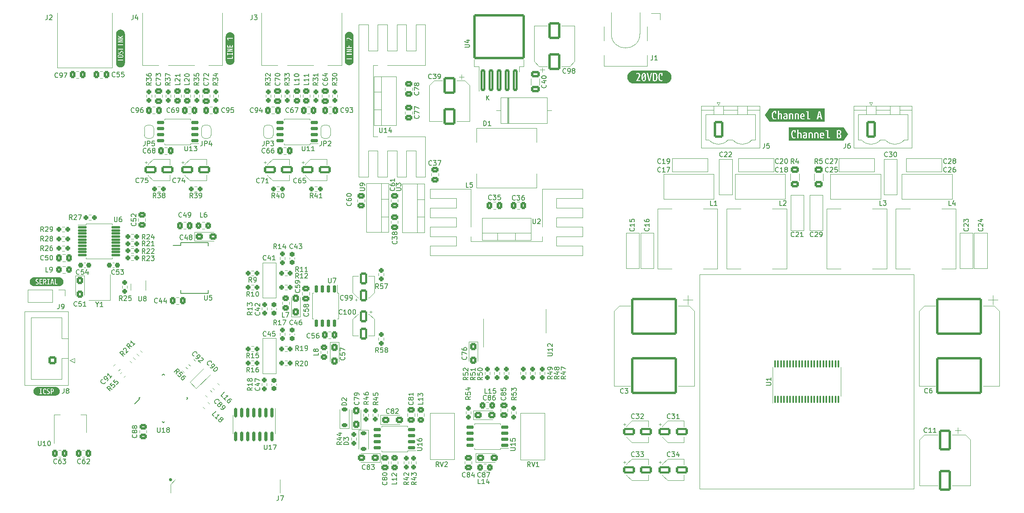
<source format=gbr>
%TF.GenerationSoftware,KiCad,Pcbnew,7.0.5-0*%
%TF.CreationDate,2024-02-04T17:51:19+01:00*%
%TF.ProjectId,AmplifierBoard,416d706c-6966-4696-9572-426f6172642e,rev?*%
%TF.SameCoordinates,Original*%
%TF.FileFunction,Legend,Top*%
%TF.FilePolarity,Positive*%
%FSLAX46Y46*%
G04 Gerber Fmt 4.6, Leading zero omitted, Abs format (unit mm)*
G04 Created by KiCad (PCBNEW 7.0.5-0) date 2024-02-04 17:51:19*
%MOMM*%
%LPD*%
G01*
G04 APERTURE LIST*
G04 Aperture macros list*
%AMRoundRect*
0 Rectangle with rounded corners*
0 $1 Rounding radius*
0 $2 $3 $4 $5 $6 $7 $8 $9 X,Y pos of 4 corners*
0 Add a 4 corners polygon primitive as box body*
4,1,4,$2,$3,$4,$5,$6,$7,$8,$9,$2,$3,0*
0 Add four circle primitives for the rounded corners*
1,1,$1+$1,$2,$3*
1,1,$1+$1,$4,$5*
1,1,$1+$1,$6,$7*
1,1,$1+$1,$8,$9*
0 Add four rect primitives between the rounded corners*
20,1,$1+$1,$2,$3,$4,$5,0*
20,1,$1+$1,$4,$5,$6,$7,0*
20,1,$1+$1,$6,$7,$8,$9,0*
20,1,$1+$1,$8,$9,$2,$3,0*%
%AMRotRect*
0 Rectangle, with rotation*
0 The origin of the aperture is its center*
0 $1 length*
0 $2 width*
0 $3 Rotation angle, in degrees counterclockwise*
0 Add horizontal line*
21,1,$1,$2,0,0,$3*%
%AMFreePoly0*
4,1,19,0.500000,-0.750000,0.000000,-0.750000,0.000000,-0.744911,-0.071157,-0.744911,-0.207708,-0.704816,-0.327430,-0.627875,-0.420627,-0.520320,-0.479746,-0.390866,-0.500000,-0.250000,-0.500000,0.250000,-0.479746,0.390866,-0.420627,0.520320,-0.327430,0.627875,-0.207708,0.704816,-0.071157,0.744911,0.000000,0.744911,0.000000,0.750000,0.500000,0.750000,0.500000,-0.750000,0.500000,-0.750000,
$1*%
%AMFreePoly1*
4,1,19,0.000000,0.744911,0.071157,0.744911,0.207708,0.704816,0.327430,0.627875,0.420627,0.520320,0.479746,0.390866,0.500000,0.250000,0.500000,-0.250000,0.479746,-0.390866,0.420627,-0.520320,0.327430,-0.627875,0.207708,-0.704816,0.071157,-0.744911,0.000000,-0.744911,0.000000,-0.750000,-0.500000,-0.750000,-0.500000,0.750000,0.000000,0.750000,0.000000,0.744911,0.000000,0.744911,
$1*%
G04 Aperture macros list end*
%ADD10C,0.150000*%
%ADD11C,0.120000*%
%ADD12C,0.360000*%
%ADD13C,2.000000*%
%ADD14RoundRect,0.250000X0.537500X0.425000X-0.537500X0.425000X-0.537500X-0.425000X0.537500X-0.425000X0*%
%ADD15C,2.286000*%
%ADD16C,1.600000*%
%ADD17RoundRect,0.250000X0.337500X0.475000X-0.337500X0.475000X-0.337500X-0.475000X0.337500X-0.475000X0*%
%ADD18RoundRect,0.237500X-0.250000X-0.237500X0.250000X-0.237500X0.250000X0.237500X-0.250000X0.237500X0*%
%ADD19R,1.500000X2.000000*%
%ADD20R,3.800000X2.000000*%
%ADD21RoundRect,0.250000X0.548008X0.088388X0.088388X0.548008X-0.548008X-0.088388X-0.088388X-0.548008X0*%
%ADD22RoundRect,0.250000X-0.337500X-0.475000X0.337500X-0.475000X0.337500X0.475000X-0.337500X0.475000X0*%
%ADD23RoundRect,0.250000X0.450000X-0.325000X0.450000X0.325000X-0.450000X0.325000X-0.450000X-0.325000X0*%
%ADD24O,6.200000X9.200000*%
%ADD25RoundRect,0.150000X-0.150000X0.825000X-0.150000X-0.825000X0.150000X-0.825000X0.150000X0.825000X0*%
%ADD26RoundRect,0.250000X-0.574524X-0.097227X-0.097227X-0.574524X0.574524X0.097227X0.097227X0.574524X0*%
%ADD27RoundRect,0.150000X0.650000X0.150000X-0.650000X0.150000X-0.650000X-0.150000X0.650000X-0.150000X0*%
%ADD28RoundRect,0.250000X0.325000X0.450000X-0.325000X0.450000X-0.325000X-0.450000X0.325000X-0.450000X0*%
%ADD29C,3.000000*%
%ADD30RoundRect,0.225000X-0.375000X0.225000X-0.375000X-0.225000X0.375000X-0.225000X0.375000X0.225000X0*%
%ADD31RoundRect,0.250000X-0.475000X0.337500X-0.475000X-0.337500X0.475000X-0.337500X0.475000X0.337500X0*%
%ADD32RoundRect,0.237500X0.300000X0.237500X-0.300000X0.237500X-0.300000X-0.237500X0.300000X-0.237500X0*%
%ADD33RoundRect,0.237500X0.250000X0.237500X-0.250000X0.237500X-0.250000X-0.237500X0.250000X-0.237500X0*%
%ADD34RoundRect,0.237500X-0.237500X0.250000X-0.237500X-0.250000X0.237500X-0.250000X0.237500X0.250000X0*%
%ADD35R,5.400000X2.900000*%
%ADD36RoundRect,0.237500X-0.344715X0.008839X0.008839X-0.344715X0.344715X-0.008839X-0.008839X0.344715X0*%
%ADD37O,2.000000X1.500000*%
%ADD38R,3.000000X2.000000*%
%ADD39RoundRect,0.250000X-0.325000X-0.450000X0.325000X-0.450000X0.325000X0.450000X-0.325000X0.450000X0*%
%ADD40RoundRect,0.250000X-1.050000X-0.550000X1.050000X-0.550000X1.050000X0.550000X-1.050000X0.550000X0*%
%ADD41R,3.200000X3.200000*%
%ADD42O,3.200000X3.200000*%
%ADD43FreePoly0,270.000000*%
%ADD44FreePoly1,270.000000*%
%ADD45RoundRect,0.250000X-0.450000X0.325000X-0.450000X-0.325000X0.450000X-0.325000X0.450000X0.325000X0*%
%ADD46RoundRect,0.250000X0.475000X-0.337500X0.475000X0.337500X-0.475000X0.337500X-0.475000X-0.337500X0*%
%ADD47C,2.800000*%
%ADD48RoundRect,0.237500X0.344715X-0.008839X-0.008839X0.344715X-0.344715X0.008839X0.008839X-0.344715X0*%
%ADD49RoundRect,0.237500X-0.237500X0.300000X-0.237500X-0.300000X0.237500X-0.300000X0.237500X0.300000X0*%
%ADD50R,1.000000X0.700000*%
%ADD51R,0.600000X0.700000*%
%ADD52R,2.000000X1.905000*%
%ADD53O,2.000000X1.905000*%
%ADD54RoundRect,0.250000X0.097227X-0.574524X0.574524X-0.097227X-0.097227X0.574524X-0.574524X0.097227X0*%
%ADD55C,1.440000*%
%ADD56RoundRect,0.225000X0.375000X-0.225000X0.375000X0.225000X-0.375000X0.225000X-0.375000X-0.225000X0*%
%ADD57R,1.750000X0.450000*%
%ADD58RoundRect,0.250000X-0.750000X-1.550000X0.750000X-1.550000X0.750000X1.550000X-0.750000X1.550000X0*%
%ADD59O,2.000000X3.600000*%
%ADD60R,1.800000X2.100000*%
%ADD61RoundRect,0.125000X-0.825000X-0.125000X0.825000X-0.125000X0.825000X0.125000X-0.825000X0.125000X0*%
%ADD62RoundRect,0.250000X-0.425000X0.537500X-0.425000X-0.537500X0.425000X-0.537500X0.425000X0.537500X0*%
%ADD63RoundRect,0.237500X0.237500X-0.250000X0.237500X0.250000X-0.237500X0.250000X-0.237500X-0.250000X0*%
%ADD64RoundRect,0.250000X0.425000X-0.537500X0.425000X0.537500X-0.425000X0.537500X-0.425000X-0.537500X0*%
%ADD65RoundRect,0.250000X-0.625000X0.400000X-0.625000X-0.400000X0.625000X-0.400000X0.625000X0.400000X0*%
%ADD66RoundRect,0.250000X-0.079550X-0.680590X0.680590X0.079550X0.079550X0.680590X-0.680590X-0.079550X0*%
%ADD67RoundRect,0.250000X-0.548008X-0.088388X-0.088388X-0.548008X0.548008X0.088388X0.088388X0.548008X0*%
%ADD68RoundRect,0.237500X0.008839X0.344715X-0.344715X-0.008839X-0.008839X-0.344715X0.344715X0.008839X0*%
%ADD69RoundRect,0.250000X-0.537500X-0.425000X0.537500X-0.425000X0.537500X0.425000X-0.537500X0.425000X0*%
%ADD70R,0.600000X1.500000*%
%ADD71RoundRect,0.250000X0.550000X-1.050000X0.550000X1.050000X-0.550000X1.050000X-0.550000X-1.050000X0*%
%ADD72R,1.905000X2.000000*%
%ADD73O,1.905000X2.000000*%
%ADD74R,1.700000X1.700000*%
%ADD75O,1.700000X1.700000*%
%ADD76RoundRect,0.249998X-4.550002X3.650002X-4.550002X-3.650002X4.550002X-3.650002X4.550002X3.650002X0*%
%ADD77RoundRect,0.250000X-0.550000X1.050000X-0.550000X-1.050000X0.550000X-1.050000X0.550000X1.050000X0*%
%ADD78RoundRect,0.250000X0.300000X-2.050000X0.300000X2.050000X-0.300000X2.050000X-0.300000X-2.050000X0*%
%ADD79RoundRect,0.250002X5.149998X-4.449998X5.149998X4.449998X-5.149998X4.449998X-5.149998X-4.449998X0*%
%ADD80R,0.600000X1.800000*%
%ADD81RoundRect,0.150000X-0.150000X0.650000X-0.150000X-0.650000X0.150000X-0.650000X0.150000X0.650000X0*%
%ADD82RoundRect,0.250000X-1.000000X1.500000X-1.000000X-1.500000X1.000000X-1.500000X1.000000X1.500000X0*%
%ADD83RoundRect,0.250000X-1.000000X1.950000X-1.000000X-1.950000X1.000000X-1.950000X1.000000X1.950000X0*%
%ADD84RoundRect,0.250000X0.600000X0.600000X-0.600000X0.600000X-0.600000X-0.600000X0.600000X-0.600000X0*%
%ADD85C,1.700000*%
%ADD86R,2.900000X5.400000*%
%ADD87RotRect,1.600000X0.550000X45.000000*%
%ADD88RotRect,1.600000X0.550000X135.000000*%
%ADD89RoundRect,0.250000X-0.650000X0.412500X-0.650000X-0.412500X0.650000X-0.412500X0.650000X0.412500X0*%
%ADD90RoundRect,0.250000X1.000000X-1.500000X1.000000X1.500000X-1.000000X1.500000X-1.000000X-1.500000X0*%
%ADD91RoundRect,0.100000X0.100000X-0.687500X0.100000X0.687500X-0.100000X0.687500X-0.100000X-0.687500X0*%
G04 APERTURE END LIST*
D10*
%TO.C,C26*%
X242357142Y-84859580D02*
X242309523Y-84907200D01*
X242309523Y-84907200D02*
X242166666Y-84954819D01*
X242166666Y-84954819D02*
X242071428Y-84954819D01*
X242071428Y-84954819D02*
X241928571Y-84907200D01*
X241928571Y-84907200D02*
X241833333Y-84811961D01*
X241833333Y-84811961D02*
X241785714Y-84716723D01*
X241785714Y-84716723D02*
X241738095Y-84526247D01*
X241738095Y-84526247D02*
X241738095Y-84383390D01*
X241738095Y-84383390D02*
X241785714Y-84192914D01*
X241785714Y-84192914D02*
X241833333Y-84097676D01*
X241833333Y-84097676D02*
X241928571Y-84002438D01*
X241928571Y-84002438D02*
X242071428Y-83954819D01*
X242071428Y-83954819D02*
X242166666Y-83954819D01*
X242166666Y-83954819D02*
X242309523Y-84002438D01*
X242309523Y-84002438D02*
X242357142Y-84050057D01*
X242738095Y-84050057D02*
X242785714Y-84002438D01*
X242785714Y-84002438D02*
X242880952Y-83954819D01*
X242880952Y-83954819D02*
X243119047Y-83954819D01*
X243119047Y-83954819D02*
X243214285Y-84002438D01*
X243214285Y-84002438D02*
X243261904Y-84050057D01*
X243261904Y-84050057D02*
X243309523Y-84145295D01*
X243309523Y-84145295D02*
X243309523Y-84240533D01*
X243309523Y-84240533D02*
X243261904Y-84383390D01*
X243261904Y-84383390D02*
X242690476Y-84954819D01*
X242690476Y-84954819D02*
X243309523Y-84954819D01*
X244166666Y-83954819D02*
X243976190Y-83954819D01*
X243976190Y-83954819D02*
X243880952Y-84002438D01*
X243880952Y-84002438D02*
X243833333Y-84050057D01*
X243833333Y-84050057D02*
X243738095Y-84192914D01*
X243738095Y-84192914D02*
X243690476Y-84383390D01*
X243690476Y-84383390D02*
X243690476Y-84764342D01*
X243690476Y-84764342D02*
X243738095Y-84859580D01*
X243738095Y-84859580D02*
X243785714Y-84907200D01*
X243785714Y-84907200D02*
X243880952Y-84954819D01*
X243880952Y-84954819D02*
X244071428Y-84954819D01*
X244071428Y-84954819D02*
X244166666Y-84907200D01*
X244166666Y-84907200D02*
X244214285Y-84859580D01*
X244214285Y-84859580D02*
X244261904Y-84764342D01*
X244261904Y-84764342D02*
X244261904Y-84526247D01*
X244261904Y-84526247D02*
X244214285Y-84431009D01*
X244214285Y-84431009D02*
X244166666Y-84383390D01*
X244166666Y-84383390D02*
X244071428Y-84335771D01*
X244071428Y-84335771D02*
X243880952Y-84335771D01*
X243880952Y-84335771D02*
X243785714Y-84383390D01*
X243785714Y-84383390D02*
X243738095Y-84431009D01*
X243738095Y-84431009D02*
X243690476Y-84526247D01*
%TO.C,C83*%
X120357142Y-147359580D02*
X120309523Y-147407200D01*
X120309523Y-147407200D02*
X120166666Y-147454819D01*
X120166666Y-147454819D02*
X120071428Y-147454819D01*
X120071428Y-147454819D02*
X119928571Y-147407200D01*
X119928571Y-147407200D02*
X119833333Y-147311961D01*
X119833333Y-147311961D02*
X119785714Y-147216723D01*
X119785714Y-147216723D02*
X119738095Y-147026247D01*
X119738095Y-147026247D02*
X119738095Y-146883390D01*
X119738095Y-146883390D02*
X119785714Y-146692914D01*
X119785714Y-146692914D02*
X119833333Y-146597676D01*
X119833333Y-146597676D02*
X119928571Y-146502438D01*
X119928571Y-146502438D02*
X120071428Y-146454819D01*
X120071428Y-146454819D02*
X120166666Y-146454819D01*
X120166666Y-146454819D02*
X120309523Y-146502438D01*
X120309523Y-146502438D02*
X120357142Y-146550057D01*
X120928571Y-146883390D02*
X120833333Y-146835771D01*
X120833333Y-146835771D02*
X120785714Y-146788152D01*
X120785714Y-146788152D02*
X120738095Y-146692914D01*
X120738095Y-146692914D02*
X120738095Y-146645295D01*
X120738095Y-146645295D02*
X120785714Y-146550057D01*
X120785714Y-146550057D02*
X120833333Y-146502438D01*
X120833333Y-146502438D02*
X120928571Y-146454819D01*
X120928571Y-146454819D02*
X121119047Y-146454819D01*
X121119047Y-146454819D02*
X121214285Y-146502438D01*
X121214285Y-146502438D02*
X121261904Y-146550057D01*
X121261904Y-146550057D02*
X121309523Y-146645295D01*
X121309523Y-146645295D02*
X121309523Y-146692914D01*
X121309523Y-146692914D02*
X121261904Y-146788152D01*
X121261904Y-146788152D02*
X121214285Y-146835771D01*
X121214285Y-146835771D02*
X121119047Y-146883390D01*
X121119047Y-146883390D02*
X120928571Y-146883390D01*
X120928571Y-146883390D02*
X120833333Y-146931009D01*
X120833333Y-146931009D02*
X120785714Y-146978628D01*
X120785714Y-146978628D02*
X120738095Y-147073866D01*
X120738095Y-147073866D02*
X120738095Y-147264342D01*
X120738095Y-147264342D02*
X120785714Y-147359580D01*
X120785714Y-147359580D02*
X120833333Y-147407200D01*
X120833333Y-147407200D02*
X120928571Y-147454819D01*
X120928571Y-147454819D02*
X121119047Y-147454819D01*
X121119047Y-147454819D02*
X121214285Y-147407200D01*
X121214285Y-147407200D02*
X121261904Y-147359580D01*
X121261904Y-147359580D02*
X121309523Y-147264342D01*
X121309523Y-147264342D02*
X121309523Y-147073866D01*
X121309523Y-147073866D02*
X121261904Y-146978628D01*
X121261904Y-146978628D02*
X121214285Y-146931009D01*
X121214285Y-146931009D02*
X121119047Y-146883390D01*
X121642857Y-146454819D02*
X122261904Y-146454819D01*
X122261904Y-146454819D02*
X121928571Y-146835771D01*
X121928571Y-146835771D02*
X122071428Y-146835771D01*
X122071428Y-146835771D02*
X122166666Y-146883390D01*
X122166666Y-146883390D02*
X122214285Y-146931009D01*
X122214285Y-146931009D02*
X122261904Y-147026247D01*
X122261904Y-147026247D02*
X122261904Y-147264342D01*
X122261904Y-147264342D02*
X122214285Y-147359580D01*
X122214285Y-147359580D02*
X122166666Y-147407200D01*
X122166666Y-147407200D02*
X122071428Y-147454819D01*
X122071428Y-147454819D02*
X121785714Y-147454819D01*
X121785714Y-147454819D02*
X121690476Y-147407200D01*
X121690476Y-147407200D02*
X121642857Y-147359580D01*
%TO.C,J3*%
X96666666Y-51954819D02*
X96666666Y-52669104D01*
X96666666Y-52669104D02*
X96619047Y-52811961D01*
X96619047Y-52811961D02*
X96523809Y-52907200D01*
X96523809Y-52907200D02*
X96380952Y-52954819D01*
X96380952Y-52954819D02*
X96285714Y-52954819D01*
X97047619Y-51954819D02*
X97666666Y-51954819D01*
X97666666Y-51954819D02*
X97333333Y-52335771D01*
X97333333Y-52335771D02*
X97476190Y-52335771D01*
X97476190Y-52335771D02*
X97571428Y-52383390D01*
X97571428Y-52383390D02*
X97619047Y-52431009D01*
X97619047Y-52431009D02*
X97666666Y-52526247D01*
X97666666Y-52526247D02*
X97666666Y-52764342D01*
X97666666Y-52764342D02*
X97619047Y-52859580D01*
X97619047Y-52859580D02*
X97571428Y-52907200D01*
X97571428Y-52907200D02*
X97476190Y-52954819D01*
X97476190Y-52954819D02*
X97190476Y-52954819D01*
X97190476Y-52954819D02*
X97095238Y-52907200D01*
X97095238Y-52907200D02*
X97047619Y-52859580D01*
%TO.C,C25*%
X217557142Y-84859580D02*
X217509523Y-84907200D01*
X217509523Y-84907200D02*
X217366666Y-84954819D01*
X217366666Y-84954819D02*
X217271428Y-84954819D01*
X217271428Y-84954819D02*
X217128571Y-84907200D01*
X217128571Y-84907200D02*
X217033333Y-84811961D01*
X217033333Y-84811961D02*
X216985714Y-84716723D01*
X216985714Y-84716723D02*
X216938095Y-84526247D01*
X216938095Y-84526247D02*
X216938095Y-84383390D01*
X216938095Y-84383390D02*
X216985714Y-84192914D01*
X216985714Y-84192914D02*
X217033333Y-84097676D01*
X217033333Y-84097676D02*
X217128571Y-84002438D01*
X217128571Y-84002438D02*
X217271428Y-83954819D01*
X217271428Y-83954819D02*
X217366666Y-83954819D01*
X217366666Y-83954819D02*
X217509523Y-84002438D01*
X217509523Y-84002438D02*
X217557142Y-84050057D01*
X217938095Y-84050057D02*
X217985714Y-84002438D01*
X217985714Y-84002438D02*
X218080952Y-83954819D01*
X218080952Y-83954819D02*
X218319047Y-83954819D01*
X218319047Y-83954819D02*
X218414285Y-84002438D01*
X218414285Y-84002438D02*
X218461904Y-84050057D01*
X218461904Y-84050057D02*
X218509523Y-84145295D01*
X218509523Y-84145295D02*
X218509523Y-84240533D01*
X218509523Y-84240533D02*
X218461904Y-84383390D01*
X218461904Y-84383390D02*
X217890476Y-84954819D01*
X217890476Y-84954819D02*
X218509523Y-84954819D01*
X219414285Y-83954819D02*
X218938095Y-83954819D01*
X218938095Y-83954819D02*
X218890476Y-84431009D01*
X218890476Y-84431009D02*
X218938095Y-84383390D01*
X218938095Y-84383390D02*
X219033333Y-84335771D01*
X219033333Y-84335771D02*
X219271428Y-84335771D01*
X219271428Y-84335771D02*
X219366666Y-84383390D01*
X219366666Y-84383390D02*
X219414285Y-84431009D01*
X219414285Y-84431009D02*
X219461904Y-84526247D01*
X219461904Y-84526247D02*
X219461904Y-84764342D01*
X219461904Y-84764342D02*
X219414285Y-84859580D01*
X219414285Y-84859580D02*
X219366666Y-84907200D01*
X219366666Y-84907200D02*
X219271428Y-84954819D01*
X219271428Y-84954819D02*
X219033333Y-84954819D01*
X219033333Y-84954819D02*
X218938095Y-84907200D01*
X218938095Y-84907200D02*
X218890476Y-84859580D01*
%TO.C,C29*%
X214357142Y-98459580D02*
X214309523Y-98507200D01*
X214309523Y-98507200D02*
X214166666Y-98554819D01*
X214166666Y-98554819D02*
X214071428Y-98554819D01*
X214071428Y-98554819D02*
X213928571Y-98507200D01*
X213928571Y-98507200D02*
X213833333Y-98411961D01*
X213833333Y-98411961D02*
X213785714Y-98316723D01*
X213785714Y-98316723D02*
X213738095Y-98126247D01*
X213738095Y-98126247D02*
X213738095Y-97983390D01*
X213738095Y-97983390D02*
X213785714Y-97792914D01*
X213785714Y-97792914D02*
X213833333Y-97697676D01*
X213833333Y-97697676D02*
X213928571Y-97602438D01*
X213928571Y-97602438D02*
X214071428Y-97554819D01*
X214071428Y-97554819D02*
X214166666Y-97554819D01*
X214166666Y-97554819D02*
X214309523Y-97602438D01*
X214309523Y-97602438D02*
X214357142Y-97650057D01*
X214738095Y-97650057D02*
X214785714Y-97602438D01*
X214785714Y-97602438D02*
X214880952Y-97554819D01*
X214880952Y-97554819D02*
X215119047Y-97554819D01*
X215119047Y-97554819D02*
X215214285Y-97602438D01*
X215214285Y-97602438D02*
X215261904Y-97650057D01*
X215261904Y-97650057D02*
X215309523Y-97745295D01*
X215309523Y-97745295D02*
X215309523Y-97840533D01*
X215309523Y-97840533D02*
X215261904Y-97983390D01*
X215261904Y-97983390D02*
X214690476Y-98554819D01*
X214690476Y-98554819D02*
X215309523Y-98554819D01*
X215785714Y-98554819D02*
X215976190Y-98554819D01*
X215976190Y-98554819D02*
X216071428Y-98507200D01*
X216071428Y-98507200D02*
X216119047Y-98459580D01*
X216119047Y-98459580D02*
X216214285Y-98316723D01*
X216214285Y-98316723D02*
X216261904Y-98126247D01*
X216261904Y-98126247D02*
X216261904Y-97745295D01*
X216261904Y-97745295D02*
X216214285Y-97650057D01*
X216214285Y-97650057D02*
X216166666Y-97602438D01*
X216166666Y-97602438D02*
X216071428Y-97554819D01*
X216071428Y-97554819D02*
X215880952Y-97554819D01*
X215880952Y-97554819D02*
X215785714Y-97602438D01*
X215785714Y-97602438D02*
X215738095Y-97650057D01*
X215738095Y-97650057D02*
X215690476Y-97745295D01*
X215690476Y-97745295D02*
X215690476Y-97983390D01*
X215690476Y-97983390D02*
X215738095Y-98078628D01*
X215738095Y-98078628D02*
X215785714Y-98126247D01*
X215785714Y-98126247D02*
X215880952Y-98173866D01*
X215880952Y-98173866D02*
X216071428Y-98173866D01*
X216071428Y-98173866D02*
X216166666Y-98126247D01*
X216166666Y-98126247D02*
X216214285Y-98078628D01*
X216214285Y-98078628D02*
X216261904Y-97983390D01*
%TO.C,C56*%
X108757142Y-119759580D02*
X108709523Y-119807200D01*
X108709523Y-119807200D02*
X108566666Y-119854819D01*
X108566666Y-119854819D02*
X108471428Y-119854819D01*
X108471428Y-119854819D02*
X108328571Y-119807200D01*
X108328571Y-119807200D02*
X108233333Y-119711961D01*
X108233333Y-119711961D02*
X108185714Y-119616723D01*
X108185714Y-119616723D02*
X108138095Y-119426247D01*
X108138095Y-119426247D02*
X108138095Y-119283390D01*
X108138095Y-119283390D02*
X108185714Y-119092914D01*
X108185714Y-119092914D02*
X108233333Y-118997676D01*
X108233333Y-118997676D02*
X108328571Y-118902438D01*
X108328571Y-118902438D02*
X108471428Y-118854819D01*
X108471428Y-118854819D02*
X108566666Y-118854819D01*
X108566666Y-118854819D02*
X108709523Y-118902438D01*
X108709523Y-118902438D02*
X108757142Y-118950057D01*
X109661904Y-118854819D02*
X109185714Y-118854819D01*
X109185714Y-118854819D02*
X109138095Y-119331009D01*
X109138095Y-119331009D02*
X109185714Y-119283390D01*
X109185714Y-119283390D02*
X109280952Y-119235771D01*
X109280952Y-119235771D02*
X109519047Y-119235771D01*
X109519047Y-119235771D02*
X109614285Y-119283390D01*
X109614285Y-119283390D02*
X109661904Y-119331009D01*
X109661904Y-119331009D02*
X109709523Y-119426247D01*
X109709523Y-119426247D02*
X109709523Y-119664342D01*
X109709523Y-119664342D02*
X109661904Y-119759580D01*
X109661904Y-119759580D02*
X109614285Y-119807200D01*
X109614285Y-119807200D02*
X109519047Y-119854819D01*
X109519047Y-119854819D02*
X109280952Y-119854819D01*
X109280952Y-119854819D02*
X109185714Y-119807200D01*
X109185714Y-119807200D02*
X109138095Y-119759580D01*
X110566666Y-118854819D02*
X110376190Y-118854819D01*
X110376190Y-118854819D02*
X110280952Y-118902438D01*
X110280952Y-118902438D02*
X110233333Y-118950057D01*
X110233333Y-118950057D02*
X110138095Y-119092914D01*
X110138095Y-119092914D02*
X110090476Y-119283390D01*
X110090476Y-119283390D02*
X110090476Y-119664342D01*
X110090476Y-119664342D02*
X110138095Y-119759580D01*
X110138095Y-119759580D02*
X110185714Y-119807200D01*
X110185714Y-119807200D02*
X110280952Y-119854819D01*
X110280952Y-119854819D02*
X110471428Y-119854819D01*
X110471428Y-119854819D02*
X110566666Y-119807200D01*
X110566666Y-119807200D02*
X110614285Y-119759580D01*
X110614285Y-119759580D02*
X110661904Y-119664342D01*
X110661904Y-119664342D02*
X110661904Y-119426247D01*
X110661904Y-119426247D02*
X110614285Y-119331009D01*
X110614285Y-119331009D02*
X110566666Y-119283390D01*
X110566666Y-119283390D02*
X110471428Y-119235771D01*
X110471428Y-119235771D02*
X110280952Y-119235771D01*
X110280952Y-119235771D02*
X110185714Y-119283390D01*
X110185714Y-119283390D02*
X110138095Y-119331009D01*
X110138095Y-119331009D02*
X110090476Y-119426247D01*
%TO.C,R28*%
X52857142Y-99454819D02*
X52523809Y-98978628D01*
X52285714Y-99454819D02*
X52285714Y-98454819D01*
X52285714Y-98454819D02*
X52666666Y-98454819D01*
X52666666Y-98454819D02*
X52761904Y-98502438D01*
X52761904Y-98502438D02*
X52809523Y-98550057D01*
X52809523Y-98550057D02*
X52857142Y-98645295D01*
X52857142Y-98645295D02*
X52857142Y-98788152D01*
X52857142Y-98788152D02*
X52809523Y-98883390D01*
X52809523Y-98883390D02*
X52761904Y-98931009D01*
X52761904Y-98931009D02*
X52666666Y-98978628D01*
X52666666Y-98978628D02*
X52285714Y-98978628D01*
X53238095Y-98550057D02*
X53285714Y-98502438D01*
X53285714Y-98502438D02*
X53380952Y-98454819D01*
X53380952Y-98454819D02*
X53619047Y-98454819D01*
X53619047Y-98454819D02*
X53714285Y-98502438D01*
X53714285Y-98502438D02*
X53761904Y-98550057D01*
X53761904Y-98550057D02*
X53809523Y-98645295D01*
X53809523Y-98645295D02*
X53809523Y-98740533D01*
X53809523Y-98740533D02*
X53761904Y-98883390D01*
X53761904Y-98883390D02*
X53190476Y-99454819D01*
X53190476Y-99454819D02*
X53809523Y-99454819D01*
X54380952Y-98883390D02*
X54285714Y-98835771D01*
X54285714Y-98835771D02*
X54238095Y-98788152D01*
X54238095Y-98788152D02*
X54190476Y-98692914D01*
X54190476Y-98692914D02*
X54190476Y-98645295D01*
X54190476Y-98645295D02*
X54238095Y-98550057D01*
X54238095Y-98550057D02*
X54285714Y-98502438D01*
X54285714Y-98502438D02*
X54380952Y-98454819D01*
X54380952Y-98454819D02*
X54571428Y-98454819D01*
X54571428Y-98454819D02*
X54666666Y-98502438D01*
X54666666Y-98502438D02*
X54714285Y-98550057D01*
X54714285Y-98550057D02*
X54761904Y-98645295D01*
X54761904Y-98645295D02*
X54761904Y-98692914D01*
X54761904Y-98692914D02*
X54714285Y-98788152D01*
X54714285Y-98788152D02*
X54666666Y-98835771D01*
X54666666Y-98835771D02*
X54571428Y-98883390D01*
X54571428Y-98883390D02*
X54380952Y-98883390D01*
X54380952Y-98883390D02*
X54285714Y-98931009D01*
X54285714Y-98931009D02*
X54238095Y-98978628D01*
X54238095Y-98978628D02*
X54190476Y-99073866D01*
X54190476Y-99073866D02*
X54190476Y-99264342D01*
X54190476Y-99264342D02*
X54238095Y-99359580D01*
X54238095Y-99359580D02*
X54285714Y-99407200D01*
X54285714Y-99407200D02*
X54380952Y-99454819D01*
X54380952Y-99454819D02*
X54571428Y-99454819D01*
X54571428Y-99454819D02*
X54666666Y-99407200D01*
X54666666Y-99407200D02*
X54714285Y-99359580D01*
X54714285Y-99359580D02*
X54761904Y-99264342D01*
X54761904Y-99264342D02*
X54761904Y-99073866D01*
X54761904Y-99073866D02*
X54714285Y-98978628D01*
X54714285Y-98978628D02*
X54666666Y-98931009D01*
X54666666Y-98931009D02*
X54571428Y-98883390D01*
%TO.C,U10*%
X51761905Y-141454819D02*
X51761905Y-142264342D01*
X51761905Y-142264342D02*
X51809524Y-142359580D01*
X51809524Y-142359580D02*
X51857143Y-142407200D01*
X51857143Y-142407200D02*
X51952381Y-142454819D01*
X51952381Y-142454819D02*
X52142857Y-142454819D01*
X52142857Y-142454819D02*
X52238095Y-142407200D01*
X52238095Y-142407200D02*
X52285714Y-142359580D01*
X52285714Y-142359580D02*
X52333333Y-142264342D01*
X52333333Y-142264342D02*
X52333333Y-141454819D01*
X53333333Y-142454819D02*
X52761905Y-142454819D01*
X53047619Y-142454819D02*
X53047619Y-141454819D01*
X53047619Y-141454819D02*
X52952381Y-141597676D01*
X52952381Y-141597676D02*
X52857143Y-141692914D01*
X52857143Y-141692914D02*
X52761905Y-141740533D01*
X53952381Y-141454819D02*
X54047619Y-141454819D01*
X54047619Y-141454819D02*
X54142857Y-141502438D01*
X54142857Y-141502438D02*
X54190476Y-141550057D01*
X54190476Y-141550057D02*
X54238095Y-141645295D01*
X54238095Y-141645295D02*
X54285714Y-141835771D01*
X54285714Y-141835771D02*
X54285714Y-142073866D01*
X54285714Y-142073866D02*
X54238095Y-142264342D01*
X54238095Y-142264342D02*
X54190476Y-142359580D01*
X54190476Y-142359580D02*
X54142857Y-142407200D01*
X54142857Y-142407200D02*
X54047619Y-142454819D01*
X54047619Y-142454819D02*
X53952381Y-142454819D01*
X53952381Y-142454819D02*
X53857143Y-142407200D01*
X53857143Y-142407200D02*
X53809524Y-142359580D01*
X53809524Y-142359580D02*
X53761905Y-142264342D01*
X53761905Y-142264342D02*
X53714286Y-142073866D01*
X53714286Y-142073866D02*
X53714286Y-141835771D01*
X53714286Y-141835771D02*
X53761905Y-141645295D01*
X53761905Y-141645295D02*
X53809524Y-141550057D01*
X53809524Y-141550057D02*
X53857143Y-141502438D01*
X53857143Y-141502438D02*
X53952381Y-141454819D01*
%TO.C,L16*%
X90423825Y-132267036D02*
X90087108Y-131930319D01*
X90087108Y-131930319D02*
X90794214Y-131223212D01*
X91029917Y-132873128D02*
X90625856Y-132469067D01*
X90827886Y-132671098D02*
X91534993Y-131963991D01*
X91534993Y-131963991D02*
X91366634Y-131997663D01*
X91366634Y-131997663D02*
X91231947Y-131997663D01*
X91231947Y-131997663D02*
X91130932Y-131963991D01*
X92343115Y-132772113D02*
X92208428Y-132637426D01*
X92208428Y-132637426D02*
X92107413Y-132603754D01*
X92107413Y-132603754D02*
X92040069Y-132603754D01*
X92040069Y-132603754D02*
X91871711Y-132637426D01*
X91871711Y-132637426D02*
X91703352Y-132738441D01*
X91703352Y-132738441D02*
X91433978Y-133007815D01*
X91433978Y-133007815D02*
X91400306Y-133108830D01*
X91400306Y-133108830D02*
X91400306Y-133176174D01*
X91400306Y-133176174D02*
X91433978Y-133277189D01*
X91433978Y-133277189D02*
X91568665Y-133411876D01*
X91568665Y-133411876D02*
X91669680Y-133445548D01*
X91669680Y-133445548D02*
X91737024Y-133445548D01*
X91737024Y-133445548D02*
X91838039Y-133411876D01*
X91838039Y-133411876D02*
X92006398Y-133243517D01*
X92006398Y-133243517D02*
X92040069Y-133142502D01*
X92040069Y-133142502D02*
X92040069Y-133075159D01*
X92040069Y-133075159D02*
X92006398Y-132974143D01*
X92006398Y-132974143D02*
X91871711Y-132839456D01*
X91871711Y-132839456D02*
X91770695Y-132805785D01*
X91770695Y-132805785D02*
X91703352Y-132805785D01*
X91703352Y-132805785D02*
X91602337Y-132839456D01*
%TO.C,C66*%
X99319642Y-80859580D02*
X99272023Y-80907200D01*
X99272023Y-80907200D02*
X99129166Y-80954819D01*
X99129166Y-80954819D02*
X99033928Y-80954819D01*
X99033928Y-80954819D02*
X98891071Y-80907200D01*
X98891071Y-80907200D02*
X98795833Y-80811961D01*
X98795833Y-80811961D02*
X98748214Y-80716723D01*
X98748214Y-80716723D02*
X98700595Y-80526247D01*
X98700595Y-80526247D02*
X98700595Y-80383390D01*
X98700595Y-80383390D02*
X98748214Y-80192914D01*
X98748214Y-80192914D02*
X98795833Y-80097676D01*
X98795833Y-80097676D02*
X98891071Y-80002438D01*
X98891071Y-80002438D02*
X99033928Y-79954819D01*
X99033928Y-79954819D02*
X99129166Y-79954819D01*
X99129166Y-79954819D02*
X99272023Y-80002438D01*
X99272023Y-80002438D02*
X99319642Y-80050057D01*
X100176785Y-79954819D02*
X99986309Y-79954819D01*
X99986309Y-79954819D02*
X99891071Y-80002438D01*
X99891071Y-80002438D02*
X99843452Y-80050057D01*
X99843452Y-80050057D02*
X99748214Y-80192914D01*
X99748214Y-80192914D02*
X99700595Y-80383390D01*
X99700595Y-80383390D02*
X99700595Y-80764342D01*
X99700595Y-80764342D02*
X99748214Y-80859580D01*
X99748214Y-80859580D02*
X99795833Y-80907200D01*
X99795833Y-80907200D02*
X99891071Y-80954819D01*
X99891071Y-80954819D02*
X100081547Y-80954819D01*
X100081547Y-80954819D02*
X100176785Y-80907200D01*
X100176785Y-80907200D02*
X100224404Y-80859580D01*
X100224404Y-80859580D02*
X100272023Y-80764342D01*
X100272023Y-80764342D02*
X100272023Y-80526247D01*
X100272023Y-80526247D02*
X100224404Y-80431009D01*
X100224404Y-80431009D02*
X100176785Y-80383390D01*
X100176785Y-80383390D02*
X100081547Y-80335771D01*
X100081547Y-80335771D02*
X99891071Y-80335771D01*
X99891071Y-80335771D02*
X99795833Y-80383390D01*
X99795833Y-80383390D02*
X99748214Y-80431009D01*
X99748214Y-80431009D02*
X99700595Y-80526247D01*
X101129166Y-79954819D02*
X100938690Y-79954819D01*
X100938690Y-79954819D02*
X100843452Y-80002438D01*
X100843452Y-80002438D02*
X100795833Y-80050057D01*
X100795833Y-80050057D02*
X100700595Y-80192914D01*
X100700595Y-80192914D02*
X100652976Y-80383390D01*
X100652976Y-80383390D02*
X100652976Y-80764342D01*
X100652976Y-80764342D02*
X100700595Y-80859580D01*
X100700595Y-80859580D02*
X100748214Y-80907200D01*
X100748214Y-80907200D02*
X100843452Y-80954819D01*
X100843452Y-80954819D02*
X101033928Y-80954819D01*
X101033928Y-80954819D02*
X101129166Y-80907200D01*
X101129166Y-80907200D02*
X101176785Y-80859580D01*
X101176785Y-80859580D02*
X101224404Y-80764342D01*
X101224404Y-80764342D02*
X101224404Y-80526247D01*
X101224404Y-80526247D02*
X101176785Y-80431009D01*
X101176785Y-80431009D02*
X101129166Y-80383390D01*
X101129166Y-80383390D02*
X101033928Y-80335771D01*
X101033928Y-80335771D02*
X100843452Y-80335771D01*
X100843452Y-80335771D02*
X100748214Y-80383390D01*
X100748214Y-80383390D02*
X100700595Y-80431009D01*
X100700595Y-80431009D02*
X100652976Y-80526247D01*
%TO.C,L12*%
X126954819Y-150042857D02*
X126954819Y-150519047D01*
X126954819Y-150519047D02*
X125954819Y-150519047D01*
X126954819Y-149185714D02*
X126954819Y-149757142D01*
X126954819Y-149471428D02*
X125954819Y-149471428D01*
X125954819Y-149471428D02*
X126097676Y-149566666D01*
X126097676Y-149566666D02*
X126192914Y-149661904D01*
X126192914Y-149661904D02*
X126240533Y-149757142D01*
X126050057Y-148804761D02*
X126002438Y-148757142D01*
X126002438Y-148757142D02*
X125954819Y-148661904D01*
X125954819Y-148661904D02*
X125954819Y-148423809D01*
X125954819Y-148423809D02*
X126002438Y-148328571D01*
X126002438Y-148328571D02*
X126050057Y-148280952D01*
X126050057Y-148280952D02*
X126145295Y-148233333D01*
X126145295Y-148233333D02*
X126240533Y-148233333D01*
X126240533Y-148233333D02*
X126383390Y-148280952D01*
X126383390Y-148280952D02*
X126954819Y-148852380D01*
X126954819Y-148852380D02*
X126954819Y-148233333D01*
%TO.C,U17*%
X99161905Y-142254819D02*
X99161905Y-143064342D01*
X99161905Y-143064342D02*
X99209524Y-143159580D01*
X99209524Y-143159580D02*
X99257143Y-143207200D01*
X99257143Y-143207200D02*
X99352381Y-143254819D01*
X99352381Y-143254819D02*
X99542857Y-143254819D01*
X99542857Y-143254819D02*
X99638095Y-143207200D01*
X99638095Y-143207200D02*
X99685714Y-143159580D01*
X99685714Y-143159580D02*
X99733333Y-143064342D01*
X99733333Y-143064342D02*
X99733333Y-142254819D01*
X100733333Y-143254819D02*
X100161905Y-143254819D01*
X100447619Y-143254819D02*
X100447619Y-142254819D01*
X100447619Y-142254819D02*
X100352381Y-142397676D01*
X100352381Y-142397676D02*
X100257143Y-142492914D01*
X100257143Y-142492914D02*
X100161905Y-142540533D01*
X101066667Y-142254819D02*
X101733333Y-142254819D01*
X101733333Y-142254819D02*
X101304762Y-143254819D01*
%TO.C,C89*%
X89091169Y-133599693D02*
X89023825Y-133599693D01*
X89023825Y-133599693D02*
X88889138Y-133532349D01*
X88889138Y-133532349D02*
X88821795Y-133465006D01*
X88821795Y-133465006D02*
X88754451Y-133330319D01*
X88754451Y-133330319D02*
X88754451Y-133195632D01*
X88754451Y-133195632D02*
X88788123Y-133094617D01*
X88788123Y-133094617D02*
X88889138Y-132926258D01*
X88889138Y-132926258D02*
X88990153Y-132825243D01*
X88990153Y-132825243D02*
X89158512Y-132724227D01*
X89158512Y-132724227D02*
X89259527Y-132690556D01*
X89259527Y-132690556D02*
X89394214Y-132690556D01*
X89394214Y-132690556D02*
X89528901Y-132757899D01*
X89528901Y-132757899D02*
X89596245Y-132825243D01*
X89596245Y-132825243D02*
X89663588Y-132959930D01*
X89663588Y-132959930D02*
X89663588Y-133027273D01*
X89831947Y-133667036D02*
X89798275Y-133566021D01*
X89798275Y-133566021D02*
X89798275Y-133498678D01*
X89798275Y-133498678D02*
X89831947Y-133397662D01*
X89831947Y-133397662D02*
X89865619Y-133363991D01*
X89865619Y-133363991D02*
X89966634Y-133330319D01*
X89966634Y-133330319D02*
X90033978Y-133330319D01*
X90033978Y-133330319D02*
X90134993Y-133363991D01*
X90134993Y-133363991D02*
X90269680Y-133498678D01*
X90269680Y-133498678D02*
X90303352Y-133599693D01*
X90303352Y-133599693D02*
X90303352Y-133667036D01*
X90303352Y-133667036D02*
X90269680Y-133768052D01*
X90269680Y-133768052D02*
X90236008Y-133801723D01*
X90236008Y-133801723D02*
X90134993Y-133835395D01*
X90134993Y-133835395D02*
X90067649Y-133835395D01*
X90067649Y-133835395D02*
X89966634Y-133801723D01*
X89966634Y-133801723D02*
X89831947Y-133667036D01*
X89831947Y-133667036D02*
X89730932Y-133633365D01*
X89730932Y-133633365D02*
X89663588Y-133633365D01*
X89663588Y-133633365D02*
X89562573Y-133667036D01*
X89562573Y-133667036D02*
X89427886Y-133801723D01*
X89427886Y-133801723D02*
X89394214Y-133902739D01*
X89394214Y-133902739D02*
X89394214Y-133970082D01*
X89394214Y-133970082D02*
X89427886Y-134071097D01*
X89427886Y-134071097D02*
X89562573Y-134205784D01*
X89562573Y-134205784D02*
X89663588Y-134239456D01*
X89663588Y-134239456D02*
X89730932Y-134239456D01*
X89730932Y-134239456D02*
X89831947Y-134205784D01*
X89831947Y-134205784D02*
X89966634Y-134071097D01*
X89966634Y-134071097D02*
X90000306Y-133970082D01*
X90000306Y-133970082D02*
X90000306Y-133902739D01*
X90000306Y-133902739D02*
X89966634Y-133801723D01*
X90033978Y-134677189D02*
X90168665Y-134811876D01*
X90168665Y-134811876D02*
X90269680Y-134845548D01*
X90269680Y-134845548D02*
X90337024Y-134845548D01*
X90337024Y-134845548D02*
X90505382Y-134811876D01*
X90505382Y-134811876D02*
X90673741Y-134710861D01*
X90673741Y-134710861D02*
X90943115Y-134441487D01*
X90943115Y-134441487D02*
X90976787Y-134340472D01*
X90976787Y-134340472D02*
X90976787Y-134273128D01*
X90976787Y-134273128D02*
X90943115Y-134172113D01*
X90943115Y-134172113D02*
X90808428Y-134037426D01*
X90808428Y-134037426D02*
X90707413Y-134003754D01*
X90707413Y-134003754D02*
X90640069Y-134003754D01*
X90640069Y-134003754D02*
X90539054Y-134037426D01*
X90539054Y-134037426D02*
X90370695Y-134205785D01*
X90370695Y-134205785D02*
X90337024Y-134306800D01*
X90337024Y-134306800D02*
X90337024Y-134374143D01*
X90337024Y-134374143D02*
X90370695Y-134475159D01*
X90370695Y-134475159D02*
X90505382Y-134609846D01*
X90505382Y-134609846D02*
X90606398Y-134643517D01*
X90606398Y-134643517D02*
X90673741Y-134643517D01*
X90673741Y-134643517D02*
X90774756Y-134609846D01*
%TO.C,R26*%
X52857142Y-101454819D02*
X52523809Y-100978628D01*
X52285714Y-101454819D02*
X52285714Y-100454819D01*
X52285714Y-100454819D02*
X52666666Y-100454819D01*
X52666666Y-100454819D02*
X52761904Y-100502438D01*
X52761904Y-100502438D02*
X52809523Y-100550057D01*
X52809523Y-100550057D02*
X52857142Y-100645295D01*
X52857142Y-100645295D02*
X52857142Y-100788152D01*
X52857142Y-100788152D02*
X52809523Y-100883390D01*
X52809523Y-100883390D02*
X52761904Y-100931009D01*
X52761904Y-100931009D02*
X52666666Y-100978628D01*
X52666666Y-100978628D02*
X52285714Y-100978628D01*
X53238095Y-100550057D02*
X53285714Y-100502438D01*
X53285714Y-100502438D02*
X53380952Y-100454819D01*
X53380952Y-100454819D02*
X53619047Y-100454819D01*
X53619047Y-100454819D02*
X53714285Y-100502438D01*
X53714285Y-100502438D02*
X53761904Y-100550057D01*
X53761904Y-100550057D02*
X53809523Y-100645295D01*
X53809523Y-100645295D02*
X53809523Y-100740533D01*
X53809523Y-100740533D02*
X53761904Y-100883390D01*
X53761904Y-100883390D02*
X53190476Y-101454819D01*
X53190476Y-101454819D02*
X53809523Y-101454819D01*
X54666666Y-100454819D02*
X54476190Y-100454819D01*
X54476190Y-100454819D02*
X54380952Y-100502438D01*
X54380952Y-100502438D02*
X54333333Y-100550057D01*
X54333333Y-100550057D02*
X54238095Y-100692914D01*
X54238095Y-100692914D02*
X54190476Y-100883390D01*
X54190476Y-100883390D02*
X54190476Y-101264342D01*
X54190476Y-101264342D02*
X54238095Y-101359580D01*
X54238095Y-101359580D02*
X54285714Y-101407200D01*
X54285714Y-101407200D02*
X54380952Y-101454819D01*
X54380952Y-101454819D02*
X54571428Y-101454819D01*
X54571428Y-101454819D02*
X54666666Y-101407200D01*
X54666666Y-101407200D02*
X54714285Y-101359580D01*
X54714285Y-101359580D02*
X54761904Y-101264342D01*
X54761904Y-101264342D02*
X54761904Y-101026247D01*
X54761904Y-101026247D02*
X54714285Y-100931009D01*
X54714285Y-100931009D02*
X54666666Y-100883390D01*
X54666666Y-100883390D02*
X54571428Y-100835771D01*
X54571428Y-100835771D02*
X54380952Y-100835771D01*
X54380952Y-100835771D02*
X54285714Y-100883390D01*
X54285714Y-100883390D02*
X54238095Y-100931009D01*
X54238095Y-100931009D02*
X54190476Y-101026247D01*
%TO.C,U11*%
X107161905Y-79514819D02*
X107161905Y-80324342D01*
X107161905Y-80324342D02*
X107209524Y-80419580D01*
X107209524Y-80419580D02*
X107257143Y-80467200D01*
X107257143Y-80467200D02*
X107352381Y-80514819D01*
X107352381Y-80514819D02*
X107542857Y-80514819D01*
X107542857Y-80514819D02*
X107638095Y-80467200D01*
X107638095Y-80467200D02*
X107685714Y-80419580D01*
X107685714Y-80419580D02*
X107733333Y-80324342D01*
X107733333Y-80324342D02*
X107733333Y-79514819D01*
X108733333Y-80514819D02*
X108161905Y-80514819D01*
X108447619Y-80514819D02*
X108447619Y-79514819D01*
X108447619Y-79514819D02*
X108352381Y-79657676D01*
X108352381Y-79657676D02*
X108257143Y-79752914D01*
X108257143Y-79752914D02*
X108161905Y-79800533D01*
X109685714Y-80514819D02*
X109114286Y-80514819D01*
X109400000Y-80514819D02*
X109400000Y-79514819D01*
X109400000Y-79514819D02*
X109304762Y-79657676D01*
X109304762Y-79657676D02*
X109209524Y-79752914D01*
X109209524Y-79752914D02*
X109114286Y-79800533D01*
%TO.C,L14*%
X144557142Y-150454819D02*
X144080952Y-150454819D01*
X144080952Y-150454819D02*
X144080952Y-149454819D01*
X145414285Y-150454819D02*
X144842857Y-150454819D01*
X145128571Y-150454819D02*
X145128571Y-149454819D01*
X145128571Y-149454819D02*
X145033333Y-149597676D01*
X145033333Y-149597676D02*
X144938095Y-149692914D01*
X144938095Y-149692914D02*
X144842857Y-149740533D01*
X146271428Y-149788152D02*
X146271428Y-150454819D01*
X146033333Y-149407200D02*
X145795238Y-150121485D01*
X145795238Y-150121485D02*
X146414285Y-150121485D01*
%TO.C,C27*%
X217557142Y-83059580D02*
X217509523Y-83107200D01*
X217509523Y-83107200D02*
X217366666Y-83154819D01*
X217366666Y-83154819D02*
X217271428Y-83154819D01*
X217271428Y-83154819D02*
X217128571Y-83107200D01*
X217128571Y-83107200D02*
X217033333Y-83011961D01*
X217033333Y-83011961D02*
X216985714Y-82916723D01*
X216985714Y-82916723D02*
X216938095Y-82726247D01*
X216938095Y-82726247D02*
X216938095Y-82583390D01*
X216938095Y-82583390D02*
X216985714Y-82392914D01*
X216985714Y-82392914D02*
X217033333Y-82297676D01*
X217033333Y-82297676D02*
X217128571Y-82202438D01*
X217128571Y-82202438D02*
X217271428Y-82154819D01*
X217271428Y-82154819D02*
X217366666Y-82154819D01*
X217366666Y-82154819D02*
X217509523Y-82202438D01*
X217509523Y-82202438D02*
X217557142Y-82250057D01*
X217938095Y-82250057D02*
X217985714Y-82202438D01*
X217985714Y-82202438D02*
X218080952Y-82154819D01*
X218080952Y-82154819D02*
X218319047Y-82154819D01*
X218319047Y-82154819D02*
X218414285Y-82202438D01*
X218414285Y-82202438D02*
X218461904Y-82250057D01*
X218461904Y-82250057D02*
X218509523Y-82345295D01*
X218509523Y-82345295D02*
X218509523Y-82440533D01*
X218509523Y-82440533D02*
X218461904Y-82583390D01*
X218461904Y-82583390D02*
X217890476Y-83154819D01*
X217890476Y-83154819D02*
X218509523Y-83154819D01*
X218842857Y-82154819D02*
X219509523Y-82154819D01*
X219509523Y-82154819D02*
X219080952Y-83154819D01*
%TO.C,D3*%
X116854819Y-142238094D02*
X115854819Y-142238094D01*
X115854819Y-142238094D02*
X115854819Y-141999999D01*
X115854819Y-141999999D02*
X115902438Y-141857142D01*
X115902438Y-141857142D02*
X115997676Y-141761904D01*
X115997676Y-141761904D02*
X116092914Y-141714285D01*
X116092914Y-141714285D02*
X116283390Y-141666666D01*
X116283390Y-141666666D02*
X116426247Y-141666666D01*
X116426247Y-141666666D02*
X116616723Y-141714285D01*
X116616723Y-141714285D02*
X116711961Y-141761904D01*
X116711961Y-141761904D02*
X116807200Y-141857142D01*
X116807200Y-141857142D02*
X116854819Y-141999999D01*
X116854819Y-141999999D02*
X116854819Y-142238094D01*
X115854819Y-141333332D02*
X115854819Y-140714285D01*
X115854819Y-140714285D02*
X116235771Y-141047618D01*
X116235771Y-141047618D02*
X116235771Y-140904761D01*
X116235771Y-140904761D02*
X116283390Y-140809523D01*
X116283390Y-140809523D02*
X116331009Y-140761904D01*
X116331009Y-140761904D02*
X116426247Y-140714285D01*
X116426247Y-140714285D02*
X116664342Y-140714285D01*
X116664342Y-140714285D02*
X116759580Y-140761904D01*
X116759580Y-140761904D02*
X116807200Y-140809523D01*
X116807200Y-140809523D02*
X116854819Y-140904761D01*
X116854819Y-140904761D02*
X116854819Y-141190475D01*
X116854819Y-141190475D02*
X116807200Y-141285713D01*
X116807200Y-141285713D02*
X116759580Y-141333332D01*
%TO.C,C60*%
X117359580Y-91392857D02*
X117407200Y-91440476D01*
X117407200Y-91440476D02*
X117454819Y-91583333D01*
X117454819Y-91583333D02*
X117454819Y-91678571D01*
X117454819Y-91678571D02*
X117407200Y-91821428D01*
X117407200Y-91821428D02*
X117311961Y-91916666D01*
X117311961Y-91916666D02*
X117216723Y-91964285D01*
X117216723Y-91964285D02*
X117026247Y-92011904D01*
X117026247Y-92011904D02*
X116883390Y-92011904D01*
X116883390Y-92011904D02*
X116692914Y-91964285D01*
X116692914Y-91964285D02*
X116597676Y-91916666D01*
X116597676Y-91916666D02*
X116502438Y-91821428D01*
X116502438Y-91821428D02*
X116454819Y-91678571D01*
X116454819Y-91678571D02*
X116454819Y-91583333D01*
X116454819Y-91583333D02*
X116502438Y-91440476D01*
X116502438Y-91440476D02*
X116550057Y-91392857D01*
X116454819Y-90535714D02*
X116454819Y-90726190D01*
X116454819Y-90726190D02*
X116502438Y-90821428D01*
X116502438Y-90821428D02*
X116550057Y-90869047D01*
X116550057Y-90869047D02*
X116692914Y-90964285D01*
X116692914Y-90964285D02*
X116883390Y-91011904D01*
X116883390Y-91011904D02*
X117264342Y-91011904D01*
X117264342Y-91011904D02*
X117359580Y-90964285D01*
X117359580Y-90964285D02*
X117407200Y-90916666D01*
X117407200Y-90916666D02*
X117454819Y-90821428D01*
X117454819Y-90821428D02*
X117454819Y-90630952D01*
X117454819Y-90630952D02*
X117407200Y-90535714D01*
X117407200Y-90535714D02*
X117359580Y-90488095D01*
X117359580Y-90488095D02*
X117264342Y-90440476D01*
X117264342Y-90440476D02*
X117026247Y-90440476D01*
X117026247Y-90440476D02*
X116931009Y-90488095D01*
X116931009Y-90488095D02*
X116883390Y-90535714D01*
X116883390Y-90535714D02*
X116835771Y-90630952D01*
X116835771Y-90630952D02*
X116835771Y-90821428D01*
X116835771Y-90821428D02*
X116883390Y-90916666D01*
X116883390Y-90916666D02*
X116931009Y-90964285D01*
X116931009Y-90964285D02*
X117026247Y-91011904D01*
X116454819Y-89821428D02*
X116454819Y-89726190D01*
X116454819Y-89726190D02*
X116502438Y-89630952D01*
X116502438Y-89630952D02*
X116550057Y-89583333D01*
X116550057Y-89583333D02*
X116645295Y-89535714D01*
X116645295Y-89535714D02*
X116835771Y-89488095D01*
X116835771Y-89488095D02*
X117073866Y-89488095D01*
X117073866Y-89488095D02*
X117264342Y-89535714D01*
X117264342Y-89535714D02*
X117359580Y-89583333D01*
X117359580Y-89583333D02*
X117407200Y-89630952D01*
X117407200Y-89630952D02*
X117454819Y-89726190D01*
X117454819Y-89726190D02*
X117454819Y-89821428D01*
X117454819Y-89821428D02*
X117407200Y-89916666D01*
X117407200Y-89916666D02*
X117359580Y-89964285D01*
X117359580Y-89964285D02*
X117264342Y-90011904D01*
X117264342Y-90011904D02*
X117073866Y-90059523D01*
X117073866Y-90059523D02*
X116835771Y-90059523D01*
X116835771Y-90059523D02*
X116645295Y-90011904D01*
X116645295Y-90011904D02*
X116550057Y-89964285D01*
X116550057Y-89964285D02*
X116502438Y-89916666D01*
X116502438Y-89916666D02*
X116454819Y-89821428D01*
%TO.C,C54*%
X60357142Y-106359580D02*
X60309523Y-106407200D01*
X60309523Y-106407200D02*
X60166666Y-106454819D01*
X60166666Y-106454819D02*
X60071428Y-106454819D01*
X60071428Y-106454819D02*
X59928571Y-106407200D01*
X59928571Y-106407200D02*
X59833333Y-106311961D01*
X59833333Y-106311961D02*
X59785714Y-106216723D01*
X59785714Y-106216723D02*
X59738095Y-106026247D01*
X59738095Y-106026247D02*
X59738095Y-105883390D01*
X59738095Y-105883390D02*
X59785714Y-105692914D01*
X59785714Y-105692914D02*
X59833333Y-105597676D01*
X59833333Y-105597676D02*
X59928571Y-105502438D01*
X59928571Y-105502438D02*
X60071428Y-105454819D01*
X60071428Y-105454819D02*
X60166666Y-105454819D01*
X60166666Y-105454819D02*
X60309523Y-105502438D01*
X60309523Y-105502438D02*
X60357142Y-105550057D01*
X61261904Y-105454819D02*
X60785714Y-105454819D01*
X60785714Y-105454819D02*
X60738095Y-105931009D01*
X60738095Y-105931009D02*
X60785714Y-105883390D01*
X60785714Y-105883390D02*
X60880952Y-105835771D01*
X60880952Y-105835771D02*
X61119047Y-105835771D01*
X61119047Y-105835771D02*
X61214285Y-105883390D01*
X61214285Y-105883390D02*
X61261904Y-105931009D01*
X61261904Y-105931009D02*
X61309523Y-106026247D01*
X61309523Y-106026247D02*
X61309523Y-106264342D01*
X61309523Y-106264342D02*
X61261904Y-106359580D01*
X61261904Y-106359580D02*
X61214285Y-106407200D01*
X61214285Y-106407200D02*
X61119047Y-106454819D01*
X61119047Y-106454819D02*
X60880952Y-106454819D01*
X60880952Y-106454819D02*
X60785714Y-106407200D01*
X60785714Y-106407200D02*
X60738095Y-106359580D01*
X62166666Y-105788152D02*
X62166666Y-106454819D01*
X61928571Y-105407200D02*
X61690476Y-106121485D01*
X61690476Y-106121485D02*
X62309523Y-106121485D01*
%TO.C,R9*%
X96558333Y-108084819D02*
X96225000Y-107608628D01*
X95986905Y-108084819D02*
X95986905Y-107084819D01*
X95986905Y-107084819D02*
X96367857Y-107084819D01*
X96367857Y-107084819D02*
X96463095Y-107132438D01*
X96463095Y-107132438D02*
X96510714Y-107180057D01*
X96510714Y-107180057D02*
X96558333Y-107275295D01*
X96558333Y-107275295D02*
X96558333Y-107418152D01*
X96558333Y-107418152D02*
X96510714Y-107513390D01*
X96510714Y-107513390D02*
X96463095Y-107561009D01*
X96463095Y-107561009D02*
X96367857Y-107608628D01*
X96367857Y-107608628D02*
X95986905Y-107608628D01*
X97034524Y-108084819D02*
X97225000Y-108084819D01*
X97225000Y-108084819D02*
X97320238Y-108037200D01*
X97320238Y-108037200D02*
X97367857Y-107989580D01*
X97367857Y-107989580D02*
X97463095Y-107846723D01*
X97463095Y-107846723D02*
X97510714Y-107656247D01*
X97510714Y-107656247D02*
X97510714Y-107275295D01*
X97510714Y-107275295D02*
X97463095Y-107180057D01*
X97463095Y-107180057D02*
X97415476Y-107132438D01*
X97415476Y-107132438D02*
X97320238Y-107084819D01*
X97320238Y-107084819D02*
X97129762Y-107084819D01*
X97129762Y-107084819D02*
X97034524Y-107132438D01*
X97034524Y-107132438D02*
X96986905Y-107180057D01*
X96986905Y-107180057D02*
X96939286Y-107275295D01*
X96939286Y-107275295D02*
X96939286Y-107513390D01*
X96939286Y-107513390D02*
X96986905Y-107608628D01*
X96986905Y-107608628D02*
X97034524Y-107656247D01*
X97034524Y-107656247D02*
X97129762Y-107703866D01*
X97129762Y-107703866D02*
X97320238Y-107703866D01*
X97320238Y-107703866D02*
X97415476Y-107656247D01*
X97415476Y-107656247D02*
X97463095Y-107608628D01*
X97463095Y-107608628D02*
X97510714Y-107513390D01*
%TO.C,R46*%
X121054819Y-133142857D02*
X120578628Y-133476190D01*
X121054819Y-133714285D02*
X120054819Y-133714285D01*
X120054819Y-133714285D02*
X120054819Y-133333333D01*
X120054819Y-133333333D02*
X120102438Y-133238095D01*
X120102438Y-133238095D02*
X120150057Y-133190476D01*
X120150057Y-133190476D02*
X120245295Y-133142857D01*
X120245295Y-133142857D02*
X120388152Y-133142857D01*
X120388152Y-133142857D02*
X120483390Y-133190476D01*
X120483390Y-133190476D02*
X120531009Y-133238095D01*
X120531009Y-133238095D02*
X120578628Y-133333333D01*
X120578628Y-133333333D02*
X120578628Y-133714285D01*
X120388152Y-132285714D02*
X121054819Y-132285714D01*
X120007200Y-132523809D02*
X120721485Y-132761904D01*
X120721485Y-132761904D02*
X120721485Y-132142857D01*
X120054819Y-131333333D02*
X120054819Y-131523809D01*
X120054819Y-131523809D02*
X120102438Y-131619047D01*
X120102438Y-131619047D02*
X120150057Y-131666666D01*
X120150057Y-131666666D02*
X120292914Y-131761904D01*
X120292914Y-131761904D02*
X120483390Y-131809523D01*
X120483390Y-131809523D02*
X120864342Y-131809523D01*
X120864342Y-131809523D02*
X120959580Y-131761904D01*
X120959580Y-131761904D02*
X121007200Y-131714285D01*
X121007200Y-131714285D02*
X121054819Y-131619047D01*
X121054819Y-131619047D02*
X121054819Y-131428571D01*
X121054819Y-131428571D02*
X121007200Y-131333333D01*
X121007200Y-131333333D02*
X120959580Y-131285714D01*
X120959580Y-131285714D02*
X120864342Y-131238095D01*
X120864342Y-131238095D02*
X120626247Y-131238095D01*
X120626247Y-131238095D02*
X120531009Y-131285714D01*
X120531009Y-131285714D02*
X120483390Y-131333333D01*
X120483390Y-131333333D02*
X120435771Y-131428571D01*
X120435771Y-131428571D02*
X120435771Y-131619047D01*
X120435771Y-131619047D02*
X120483390Y-131714285D01*
X120483390Y-131714285D02*
X120531009Y-131761904D01*
X120531009Y-131761904D02*
X120626247Y-131809523D01*
%TO.C,C35*%
X146857142Y-90679580D02*
X146809523Y-90727200D01*
X146809523Y-90727200D02*
X146666666Y-90774819D01*
X146666666Y-90774819D02*
X146571428Y-90774819D01*
X146571428Y-90774819D02*
X146428571Y-90727200D01*
X146428571Y-90727200D02*
X146333333Y-90631961D01*
X146333333Y-90631961D02*
X146285714Y-90536723D01*
X146285714Y-90536723D02*
X146238095Y-90346247D01*
X146238095Y-90346247D02*
X146238095Y-90203390D01*
X146238095Y-90203390D02*
X146285714Y-90012914D01*
X146285714Y-90012914D02*
X146333333Y-89917676D01*
X146333333Y-89917676D02*
X146428571Y-89822438D01*
X146428571Y-89822438D02*
X146571428Y-89774819D01*
X146571428Y-89774819D02*
X146666666Y-89774819D01*
X146666666Y-89774819D02*
X146809523Y-89822438D01*
X146809523Y-89822438D02*
X146857142Y-89870057D01*
X147190476Y-89774819D02*
X147809523Y-89774819D01*
X147809523Y-89774819D02*
X147476190Y-90155771D01*
X147476190Y-90155771D02*
X147619047Y-90155771D01*
X147619047Y-90155771D02*
X147714285Y-90203390D01*
X147714285Y-90203390D02*
X147761904Y-90251009D01*
X147761904Y-90251009D02*
X147809523Y-90346247D01*
X147809523Y-90346247D02*
X147809523Y-90584342D01*
X147809523Y-90584342D02*
X147761904Y-90679580D01*
X147761904Y-90679580D02*
X147714285Y-90727200D01*
X147714285Y-90727200D02*
X147619047Y-90774819D01*
X147619047Y-90774819D02*
X147333333Y-90774819D01*
X147333333Y-90774819D02*
X147238095Y-90727200D01*
X147238095Y-90727200D02*
X147190476Y-90679580D01*
X148714285Y-89774819D02*
X148238095Y-89774819D01*
X148238095Y-89774819D02*
X148190476Y-90251009D01*
X148190476Y-90251009D02*
X148238095Y-90203390D01*
X148238095Y-90203390D02*
X148333333Y-90155771D01*
X148333333Y-90155771D02*
X148571428Y-90155771D01*
X148571428Y-90155771D02*
X148666666Y-90203390D01*
X148666666Y-90203390D02*
X148714285Y-90251009D01*
X148714285Y-90251009D02*
X148761904Y-90346247D01*
X148761904Y-90346247D02*
X148761904Y-90584342D01*
X148761904Y-90584342D02*
X148714285Y-90679580D01*
X148714285Y-90679580D02*
X148666666Y-90727200D01*
X148666666Y-90727200D02*
X148571428Y-90774819D01*
X148571428Y-90774819D02*
X148333333Y-90774819D01*
X148333333Y-90774819D02*
X148238095Y-90727200D01*
X148238095Y-90727200D02*
X148190476Y-90679580D01*
%TO.C,L8*%
X110504819Y-122966666D02*
X110504819Y-123442856D01*
X110504819Y-123442856D02*
X109504819Y-123442856D01*
X109933390Y-122490475D02*
X109885771Y-122585713D01*
X109885771Y-122585713D02*
X109838152Y-122633332D01*
X109838152Y-122633332D02*
X109742914Y-122680951D01*
X109742914Y-122680951D02*
X109695295Y-122680951D01*
X109695295Y-122680951D02*
X109600057Y-122633332D01*
X109600057Y-122633332D02*
X109552438Y-122585713D01*
X109552438Y-122585713D02*
X109504819Y-122490475D01*
X109504819Y-122490475D02*
X109504819Y-122299999D01*
X109504819Y-122299999D02*
X109552438Y-122204761D01*
X109552438Y-122204761D02*
X109600057Y-122157142D01*
X109600057Y-122157142D02*
X109695295Y-122109523D01*
X109695295Y-122109523D02*
X109742914Y-122109523D01*
X109742914Y-122109523D02*
X109838152Y-122157142D01*
X109838152Y-122157142D02*
X109885771Y-122204761D01*
X109885771Y-122204761D02*
X109933390Y-122299999D01*
X109933390Y-122299999D02*
X109933390Y-122490475D01*
X109933390Y-122490475D02*
X109981009Y-122585713D01*
X109981009Y-122585713D02*
X110028628Y-122633332D01*
X110028628Y-122633332D02*
X110123866Y-122680951D01*
X110123866Y-122680951D02*
X110314342Y-122680951D01*
X110314342Y-122680951D02*
X110409580Y-122633332D01*
X110409580Y-122633332D02*
X110457200Y-122585713D01*
X110457200Y-122585713D02*
X110504819Y-122490475D01*
X110504819Y-122490475D02*
X110504819Y-122299999D01*
X110504819Y-122299999D02*
X110457200Y-122204761D01*
X110457200Y-122204761D02*
X110409580Y-122157142D01*
X110409580Y-122157142D02*
X110314342Y-122109523D01*
X110314342Y-122109523D02*
X110123866Y-122109523D01*
X110123866Y-122109523D02*
X110028628Y-122157142D01*
X110028628Y-122157142D02*
X109981009Y-122204761D01*
X109981009Y-122204761D02*
X109933390Y-122299999D01*
%TO.C,L4*%
X243333333Y-91954819D02*
X242857143Y-91954819D01*
X242857143Y-91954819D02*
X242857143Y-90954819D01*
X244095238Y-91288152D02*
X244095238Y-91954819D01*
X243857143Y-90907200D02*
X243619048Y-91621485D01*
X243619048Y-91621485D02*
X244238095Y-91621485D01*
%TO.C,C58*%
X108359580Y-114642857D02*
X108407200Y-114690476D01*
X108407200Y-114690476D02*
X108454819Y-114833333D01*
X108454819Y-114833333D02*
X108454819Y-114928571D01*
X108454819Y-114928571D02*
X108407200Y-115071428D01*
X108407200Y-115071428D02*
X108311961Y-115166666D01*
X108311961Y-115166666D02*
X108216723Y-115214285D01*
X108216723Y-115214285D02*
X108026247Y-115261904D01*
X108026247Y-115261904D02*
X107883390Y-115261904D01*
X107883390Y-115261904D02*
X107692914Y-115214285D01*
X107692914Y-115214285D02*
X107597676Y-115166666D01*
X107597676Y-115166666D02*
X107502438Y-115071428D01*
X107502438Y-115071428D02*
X107454819Y-114928571D01*
X107454819Y-114928571D02*
X107454819Y-114833333D01*
X107454819Y-114833333D02*
X107502438Y-114690476D01*
X107502438Y-114690476D02*
X107550057Y-114642857D01*
X107454819Y-113738095D02*
X107454819Y-114214285D01*
X107454819Y-114214285D02*
X107931009Y-114261904D01*
X107931009Y-114261904D02*
X107883390Y-114214285D01*
X107883390Y-114214285D02*
X107835771Y-114119047D01*
X107835771Y-114119047D02*
X107835771Y-113880952D01*
X107835771Y-113880952D02*
X107883390Y-113785714D01*
X107883390Y-113785714D02*
X107931009Y-113738095D01*
X107931009Y-113738095D02*
X108026247Y-113690476D01*
X108026247Y-113690476D02*
X108264342Y-113690476D01*
X108264342Y-113690476D02*
X108359580Y-113738095D01*
X108359580Y-113738095D02*
X108407200Y-113785714D01*
X108407200Y-113785714D02*
X108454819Y-113880952D01*
X108454819Y-113880952D02*
X108454819Y-114119047D01*
X108454819Y-114119047D02*
X108407200Y-114214285D01*
X108407200Y-114214285D02*
X108359580Y-114261904D01*
X107883390Y-113119047D02*
X107835771Y-113214285D01*
X107835771Y-113214285D02*
X107788152Y-113261904D01*
X107788152Y-113261904D02*
X107692914Y-113309523D01*
X107692914Y-113309523D02*
X107645295Y-113309523D01*
X107645295Y-113309523D02*
X107550057Y-113261904D01*
X107550057Y-113261904D02*
X107502438Y-113214285D01*
X107502438Y-113214285D02*
X107454819Y-113119047D01*
X107454819Y-113119047D02*
X107454819Y-112928571D01*
X107454819Y-112928571D02*
X107502438Y-112833333D01*
X107502438Y-112833333D02*
X107550057Y-112785714D01*
X107550057Y-112785714D02*
X107645295Y-112738095D01*
X107645295Y-112738095D02*
X107692914Y-112738095D01*
X107692914Y-112738095D02*
X107788152Y-112785714D01*
X107788152Y-112785714D02*
X107835771Y-112833333D01*
X107835771Y-112833333D02*
X107883390Y-112928571D01*
X107883390Y-112928571D02*
X107883390Y-113119047D01*
X107883390Y-113119047D02*
X107931009Y-113214285D01*
X107931009Y-113214285D02*
X107978628Y-113261904D01*
X107978628Y-113261904D02*
X108073866Y-113309523D01*
X108073866Y-113309523D02*
X108264342Y-113309523D01*
X108264342Y-113309523D02*
X108359580Y-113261904D01*
X108359580Y-113261904D02*
X108407200Y-113214285D01*
X108407200Y-113214285D02*
X108454819Y-113119047D01*
X108454819Y-113119047D02*
X108454819Y-112928571D01*
X108454819Y-112928571D02*
X108407200Y-112833333D01*
X108407200Y-112833333D02*
X108359580Y-112785714D01*
X108359580Y-112785714D02*
X108264342Y-112738095D01*
X108264342Y-112738095D02*
X108073866Y-112738095D01*
X108073866Y-112738095D02*
X107978628Y-112785714D01*
X107978628Y-112785714D02*
X107931009Y-112833333D01*
X107931009Y-112833333D02*
X107883390Y-112928571D01*
%TO.C,C44*%
X76757142Y-112359580D02*
X76709523Y-112407200D01*
X76709523Y-112407200D02*
X76566666Y-112454819D01*
X76566666Y-112454819D02*
X76471428Y-112454819D01*
X76471428Y-112454819D02*
X76328571Y-112407200D01*
X76328571Y-112407200D02*
X76233333Y-112311961D01*
X76233333Y-112311961D02*
X76185714Y-112216723D01*
X76185714Y-112216723D02*
X76138095Y-112026247D01*
X76138095Y-112026247D02*
X76138095Y-111883390D01*
X76138095Y-111883390D02*
X76185714Y-111692914D01*
X76185714Y-111692914D02*
X76233333Y-111597676D01*
X76233333Y-111597676D02*
X76328571Y-111502438D01*
X76328571Y-111502438D02*
X76471428Y-111454819D01*
X76471428Y-111454819D02*
X76566666Y-111454819D01*
X76566666Y-111454819D02*
X76709523Y-111502438D01*
X76709523Y-111502438D02*
X76757142Y-111550057D01*
X77614285Y-111788152D02*
X77614285Y-112454819D01*
X77376190Y-111407200D02*
X77138095Y-112121485D01*
X77138095Y-112121485D02*
X77757142Y-112121485D01*
X78566666Y-111788152D02*
X78566666Y-112454819D01*
X78328571Y-111407200D02*
X78090476Y-112121485D01*
X78090476Y-112121485D02*
X78709523Y-112121485D01*
%TO.C,R1*%
X71403754Y-121639456D02*
X70831335Y-121538441D01*
X70999693Y-122043517D02*
X70292587Y-121336410D01*
X70292587Y-121336410D02*
X70561961Y-121067036D01*
X70561961Y-121067036D02*
X70662976Y-121033364D01*
X70662976Y-121033364D02*
X70730319Y-121033364D01*
X70730319Y-121033364D02*
X70831335Y-121067036D01*
X70831335Y-121067036D02*
X70932350Y-121168051D01*
X70932350Y-121168051D02*
X70966022Y-121269067D01*
X70966022Y-121269067D02*
X70966022Y-121336410D01*
X70966022Y-121336410D02*
X70932350Y-121437425D01*
X70932350Y-121437425D02*
X70662976Y-121706799D01*
X72077189Y-120966021D02*
X71673128Y-121370082D01*
X71875159Y-121168051D02*
X71168052Y-120460945D01*
X71168052Y-120460945D02*
X71201724Y-120629303D01*
X71201724Y-120629303D02*
X71201724Y-120763990D01*
X71201724Y-120763990D02*
X71168052Y-120865006D01*
%TO.C,R23*%
X74157142Y-103554819D02*
X73823809Y-103078628D01*
X73585714Y-103554819D02*
X73585714Y-102554819D01*
X73585714Y-102554819D02*
X73966666Y-102554819D01*
X73966666Y-102554819D02*
X74061904Y-102602438D01*
X74061904Y-102602438D02*
X74109523Y-102650057D01*
X74109523Y-102650057D02*
X74157142Y-102745295D01*
X74157142Y-102745295D02*
X74157142Y-102888152D01*
X74157142Y-102888152D02*
X74109523Y-102983390D01*
X74109523Y-102983390D02*
X74061904Y-103031009D01*
X74061904Y-103031009D02*
X73966666Y-103078628D01*
X73966666Y-103078628D02*
X73585714Y-103078628D01*
X74538095Y-102650057D02*
X74585714Y-102602438D01*
X74585714Y-102602438D02*
X74680952Y-102554819D01*
X74680952Y-102554819D02*
X74919047Y-102554819D01*
X74919047Y-102554819D02*
X75014285Y-102602438D01*
X75014285Y-102602438D02*
X75061904Y-102650057D01*
X75061904Y-102650057D02*
X75109523Y-102745295D01*
X75109523Y-102745295D02*
X75109523Y-102840533D01*
X75109523Y-102840533D02*
X75061904Y-102983390D01*
X75061904Y-102983390D02*
X74490476Y-103554819D01*
X74490476Y-103554819D02*
X75109523Y-103554819D01*
X75442857Y-102554819D02*
X76061904Y-102554819D01*
X76061904Y-102554819D02*
X75728571Y-102935771D01*
X75728571Y-102935771D02*
X75871428Y-102935771D01*
X75871428Y-102935771D02*
X75966666Y-102983390D01*
X75966666Y-102983390D02*
X76014285Y-103031009D01*
X76014285Y-103031009D02*
X76061904Y-103126247D01*
X76061904Y-103126247D02*
X76061904Y-103364342D01*
X76061904Y-103364342D02*
X76014285Y-103459580D01*
X76014285Y-103459580D02*
X75966666Y-103507200D01*
X75966666Y-103507200D02*
X75871428Y-103554819D01*
X75871428Y-103554819D02*
X75585714Y-103554819D01*
X75585714Y-103554819D02*
X75490476Y-103507200D01*
X75490476Y-103507200D02*
X75442857Y-103459580D01*
%TO.C,J1*%
X180666666Y-60454819D02*
X180666666Y-61169104D01*
X180666666Y-61169104D02*
X180619047Y-61311961D01*
X180619047Y-61311961D02*
X180523809Y-61407200D01*
X180523809Y-61407200D02*
X180380952Y-61454819D01*
X180380952Y-61454819D02*
X180285714Y-61454819D01*
X181666666Y-61454819D02*
X181095238Y-61454819D01*
X181380952Y-61454819D02*
X181380952Y-60454819D01*
X181380952Y-60454819D02*
X181285714Y-60597676D01*
X181285714Y-60597676D02*
X181190476Y-60692914D01*
X181190476Y-60692914D02*
X181095238Y-60740533D01*
%TO.C,R40*%
X101394642Y-90384819D02*
X101061309Y-89908628D01*
X100823214Y-90384819D02*
X100823214Y-89384819D01*
X100823214Y-89384819D02*
X101204166Y-89384819D01*
X101204166Y-89384819D02*
X101299404Y-89432438D01*
X101299404Y-89432438D02*
X101347023Y-89480057D01*
X101347023Y-89480057D02*
X101394642Y-89575295D01*
X101394642Y-89575295D02*
X101394642Y-89718152D01*
X101394642Y-89718152D02*
X101347023Y-89813390D01*
X101347023Y-89813390D02*
X101299404Y-89861009D01*
X101299404Y-89861009D02*
X101204166Y-89908628D01*
X101204166Y-89908628D02*
X100823214Y-89908628D01*
X102251785Y-89718152D02*
X102251785Y-90384819D01*
X102013690Y-89337200D02*
X101775595Y-90051485D01*
X101775595Y-90051485D02*
X102394642Y-90051485D01*
X102966071Y-89384819D02*
X103061309Y-89384819D01*
X103061309Y-89384819D02*
X103156547Y-89432438D01*
X103156547Y-89432438D02*
X103204166Y-89480057D01*
X103204166Y-89480057D02*
X103251785Y-89575295D01*
X103251785Y-89575295D02*
X103299404Y-89765771D01*
X103299404Y-89765771D02*
X103299404Y-90003866D01*
X103299404Y-90003866D02*
X103251785Y-90194342D01*
X103251785Y-90194342D02*
X103204166Y-90289580D01*
X103204166Y-90289580D02*
X103156547Y-90337200D01*
X103156547Y-90337200D02*
X103061309Y-90384819D01*
X103061309Y-90384819D02*
X102966071Y-90384819D01*
X102966071Y-90384819D02*
X102870833Y-90337200D01*
X102870833Y-90337200D02*
X102823214Y-90289580D01*
X102823214Y-90289580D02*
X102775595Y-90194342D01*
X102775595Y-90194342D02*
X102727976Y-90003866D01*
X102727976Y-90003866D02*
X102727976Y-89765771D01*
X102727976Y-89765771D02*
X102775595Y-89575295D01*
X102775595Y-89575295D02*
X102823214Y-89480057D01*
X102823214Y-89480057D02*
X102870833Y-89432438D01*
X102870833Y-89432438D02*
X102966071Y-89384819D01*
%TO.C,C55*%
X67857142Y-64859580D02*
X67809523Y-64907200D01*
X67809523Y-64907200D02*
X67666666Y-64954819D01*
X67666666Y-64954819D02*
X67571428Y-64954819D01*
X67571428Y-64954819D02*
X67428571Y-64907200D01*
X67428571Y-64907200D02*
X67333333Y-64811961D01*
X67333333Y-64811961D02*
X67285714Y-64716723D01*
X67285714Y-64716723D02*
X67238095Y-64526247D01*
X67238095Y-64526247D02*
X67238095Y-64383390D01*
X67238095Y-64383390D02*
X67285714Y-64192914D01*
X67285714Y-64192914D02*
X67333333Y-64097676D01*
X67333333Y-64097676D02*
X67428571Y-64002438D01*
X67428571Y-64002438D02*
X67571428Y-63954819D01*
X67571428Y-63954819D02*
X67666666Y-63954819D01*
X67666666Y-63954819D02*
X67809523Y-64002438D01*
X67809523Y-64002438D02*
X67857142Y-64050057D01*
X68761904Y-63954819D02*
X68285714Y-63954819D01*
X68285714Y-63954819D02*
X68238095Y-64431009D01*
X68238095Y-64431009D02*
X68285714Y-64383390D01*
X68285714Y-64383390D02*
X68380952Y-64335771D01*
X68380952Y-64335771D02*
X68619047Y-64335771D01*
X68619047Y-64335771D02*
X68714285Y-64383390D01*
X68714285Y-64383390D02*
X68761904Y-64431009D01*
X68761904Y-64431009D02*
X68809523Y-64526247D01*
X68809523Y-64526247D02*
X68809523Y-64764342D01*
X68809523Y-64764342D02*
X68761904Y-64859580D01*
X68761904Y-64859580D02*
X68714285Y-64907200D01*
X68714285Y-64907200D02*
X68619047Y-64954819D01*
X68619047Y-64954819D02*
X68380952Y-64954819D01*
X68380952Y-64954819D02*
X68285714Y-64907200D01*
X68285714Y-64907200D02*
X68238095Y-64859580D01*
X69714285Y-63954819D02*
X69238095Y-63954819D01*
X69238095Y-63954819D02*
X69190476Y-64431009D01*
X69190476Y-64431009D02*
X69238095Y-64383390D01*
X69238095Y-64383390D02*
X69333333Y-64335771D01*
X69333333Y-64335771D02*
X69571428Y-64335771D01*
X69571428Y-64335771D02*
X69666666Y-64383390D01*
X69666666Y-64383390D02*
X69714285Y-64431009D01*
X69714285Y-64431009D02*
X69761904Y-64526247D01*
X69761904Y-64526247D02*
X69761904Y-64764342D01*
X69761904Y-64764342D02*
X69714285Y-64859580D01*
X69714285Y-64859580D02*
X69666666Y-64907200D01*
X69666666Y-64907200D02*
X69571428Y-64954819D01*
X69571428Y-64954819D02*
X69333333Y-64954819D01*
X69333333Y-64954819D02*
X69238095Y-64907200D01*
X69238095Y-64907200D02*
X69190476Y-64859580D01*
%TO.C,L9*%
X53833333Y-105954819D02*
X53357143Y-105954819D01*
X53357143Y-105954819D02*
X53357143Y-104954819D01*
X54214286Y-105954819D02*
X54404762Y-105954819D01*
X54404762Y-105954819D02*
X54500000Y-105907200D01*
X54500000Y-105907200D02*
X54547619Y-105859580D01*
X54547619Y-105859580D02*
X54642857Y-105716723D01*
X54642857Y-105716723D02*
X54690476Y-105526247D01*
X54690476Y-105526247D02*
X54690476Y-105145295D01*
X54690476Y-105145295D02*
X54642857Y-105050057D01*
X54642857Y-105050057D02*
X54595238Y-105002438D01*
X54595238Y-105002438D02*
X54500000Y-104954819D01*
X54500000Y-104954819D02*
X54309524Y-104954819D01*
X54309524Y-104954819D02*
X54214286Y-105002438D01*
X54214286Y-105002438D02*
X54166667Y-105050057D01*
X54166667Y-105050057D02*
X54119048Y-105145295D01*
X54119048Y-105145295D02*
X54119048Y-105383390D01*
X54119048Y-105383390D02*
X54166667Y-105478628D01*
X54166667Y-105478628D02*
X54214286Y-105526247D01*
X54214286Y-105526247D02*
X54309524Y-105573866D01*
X54309524Y-105573866D02*
X54500000Y-105573866D01*
X54500000Y-105573866D02*
X54595238Y-105526247D01*
X54595238Y-105526247D02*
X54642857Y-105478628D01*
X54642857Y-105478628D02*
X54690476Y-105383390D01*
%TO.C,C31*%
X184357142Y-136659580D02*
X184309523Y-136707200D01*
X184309523Y-136707200D02*
X184166666Y-136754819D01*
X184166666Y-136754819D02*
X184071428Y-136754819D01*
X184071428Y-136754819D02*
X183928571Y-136707200D01*
X183928571Y-136707200D02*
X183833333Y-136611961D01*
X183833333Y-136611961D02*
X183785714Y-136516723D01*
X183785714Y-136516723D02*
X183738095Y-136326247D01*
X183738095Y-136326247D02*
X183738095Y-136183390D01*
X183738095Y-136183390D02*
X183785714Y-135992914D01*
X183785714Y-135992914D02*
X183833333Y-135897676D01*
X183833333Y-135897676D02*
X183928571Y-135802438D01*
X183928571Y-135802438D02*
X184071428Y-135754819D01*
X184071428Y-135754819D02*
X184166666Y-135754819D01*
X184166666Y-135754819D02*
X184309523Y-135802438D01*
X184309523Y-135802438D02*
X184357142Y-135850057D01*
X184690476Y-135754819D02*
X185309523Y-135754819D01*
X185309523Y-135754819D02*
X184976190Y-136135771D01*
X184976190Y-136135771D02*
X185119047Y-136135771D01*
X185119047Y-136135771D02*
X185214285Y-136183390D01*
X185214285Y-136183390D02*
X185261904Y-136231009D01*
X185261904Y-136231009D02*
X185309523Y-136326247D01*
X185309523Y-136326247D02*
X185309523Y-136564342D01*
X185309523Y-136564342D02*
X185261904Y-136659580D01*
X185261904Y-136659580D02*
X185214285Y-136707200D01*
X185214285Y-136707200D02*
X185119047Y-136754819D01*
X185119047Y-136754819D02*
X184833333Y-136754819D01*
X184833333Y-136754819D02*
X184738095Y-136707200D01*
X184738095Y-136707200D02*
X184690476Y-136659580D01*
X186261904Y-136754819D02*
X185690476Y-136754819D01*
X185976190Y-136754819D02*
X185976190Y-135754819D01*
X185976190Y-135754819D02*
X185880952Y-135897676D01*
X185880952Y-135897676D02*
X185785714Y-135992914D01*
X185785714Y-135992914D02*
X185690476Y-136040533D01*
%TO.C,D1*%
X145211905Y-75204819D02*
X145211905Y-74204819D01*
X145211905Y-74204819D02*
X145450000Y-74204819D01*
X145450000Y-74204819D02*
X145592857Y-74252438D01*
X145592857Y-74252438D02*
X145688095Y-74347676D01*
X145688095Y-74347676D02*
X145735714Y-74442914D01*
X145735714Y-74442914D02*
X145783333Y-74633390D01*
X145783333Y-74633390D02*
X145783333Y-74776247D01*
X145783333Y-74776247D02*
X145735714Y-74966723D01*
X145735714Y-74966723D02*
X145688095Y-75061961D01*
X145688095Y-75061961D02*
X145592857Y-75157200D01*
X145592857Y-75157200D02*
X145450000Y-75204819D01*
X145450000Y-75204819D02*
X145211905Y-75204819D01*
X146735714Y-75204819D02*
X146164286Y-75204819D01*
X146450000Y-75204819D02*
X146450000Y-74204819D01*
X146450000Y-74204819D02*
X146354762Y-74347676D01*
X146354762Y-74347676D02*
X146259524Y-74442914D01*
X146259524Y-74442914D02*
X146164286Y-74490533D01*
X145788095Y-69854819D02*
X145788095Y-68854819D01*
X146359523Y-69854819D02*
X145930952Y-69283390D01*
X146359523Y-68854819D02*
X145788095Y-69426247D01*
%TO.C,JP3*%
X99166666Y-78454819D02*
X99166666Y-79169104D01*
X99166666Y-79169104D02*
X99119047Y-79311961D01*
X99119047Y-79311961D02*
X99023809Y-79407200D01*
X99023809Y-79407200D02*
X98880952Y-79454819D01*
X98880952Y-79454819D02*
X98785714Y-79454819D01*
X99642857Y-79454819D02*
X99642857Y-78454819D01*
X99642857Y-78454819D02*
X100023809Y-78454819D01*
X100023809Y-78454819D02*
X100119047Y-78502438D01*
X100119047Y-78502438D02*
X100166666Y-78550057D01*
X100166666Y-78550057D02*
X100214285Y-78645295D01*
X100214285Y-78645295D02*
X100214285Y-78788152D01*
X100214285Y-78788152D02*
X100166666Y-78883390D01*
X100166666Y-78883390D02*
X100119047Y-78931009D01*
X100119047Y-78931009D02*
X100023809Y-78978628D01*
X100023809Y-78978628D02*
X99642857Y-78978628D01*
X100547619Y-78454819D02*
X101166666Y-78454819D01*
X101166666Y-78454819D02*
X100833333Y-78835771D01*
X100833333Y-78835771D02*
X100976190Y-78835771D01*
X100976190Y-78835771D02*
X101071428Y-78883390D01*
X101071428Y-78883390D02*
X101119047Y-78931009D01*
X101119047Y-78931009D02*
X101166666Y-79026247D01*
X101166666Y-79026247D02*
X101166666Y-79264342D01*
X101166666Y-79264342D02*
X101119047Y-79359580D01*
X101119047Y-79359580D02*
X101071428Y-79407200D01*
X101071428Y-79407200D02*
X100976190Y-79454819D01*
X100976190Y-79454819D02*
X100690476Y-79454819D01*
X100690476Y-79454819D02*
X100595238Y-79407200D01*
X100595238Y-79407200D02*
X100547619Y-79359580D01*
%TO.C,C20*%
X207057142Y-83059580D02*
X207009523Y-83107200D01*
X207009523Y-83107200D02*
X206866666Y-83154819D01*
X206866666Y-83154819D02*
X206771428Y-83154819D01*
X206771428Y-83154819D02*
X206628571Y-83107200D01*
X206628571Y-83107200D02*
X206533333Y-83011961D01*
X206533333Y-83011961D02*
X206485714Y-82916723D01*
X206485714Y-82916723D02*
X206438095Y-82726247D01*
X206438095Y-82726247D02*
X206438095Y-82583390D01*
X206438095Y-82583390D02*
X206485714Y-82392914D01*
X206485714Y-82392914D02*
X206533333Y-82297676D01*
X206533333Y-82297676D02*
X206628571Y-82202438D01*
X206628571Y-82202438D02*
X206771428Y-82154819D01*
X206771428Y-82154819D02*
X206866666Y-82154819D01*
X206866666Y-82154819D02*
X207009523Y-82202438D01*
X207009523Y-82202438D02*
X207057142Y-82250057D01*
X207438095Y-82250057D02*
X207485714Y-82202438D01*
X207485714Y-82202438D02*
X207580952Y-82154819D01*
X207580952Y-82154819D02*
X207819047Y-82154819D01*
X207819047Y-82154819D02*
X207914285Y-82202438D01*
X207914285Y-82202438D02*
X207961904Y-82250057D01*
X207961904Y-82250057D02*
X208009523Y-82345295D01*
X208009523Y-82345295D02*
X208009523Y-82440533D01*
X208009523Y-82440533D02*
X207961904Y-82583390D01*
X207961904Y-82583390D02*
X207390476Y-83154819D01*
X207390476Y-83154819D02*
X208009523Y-83154819D01*
X208628571Y-82154819D02*
X208723809Y-82154819D01*
X208723809Y-82154819D02*
X208819047Y-82202438D01*
X208819047Y-82202438D02*
X208866666Y-82250057D01*
X208866666Y-82250057D02*
X208914285Y-82345295D01*
X208914285Y-82345295D02*
X208961904Y-82535771D01*
X208961904Y-82535771D02*
X208961904Y-82773866D01*
X208961904Y-82773866D02*
X208914285Y-82964342D01*
X208914285Y-82964342D02*
X208866666Y-83059580D01*
X208866666Y-83059580D02*
X208819047Y-83107200D01*
X208819047Y-83107200D02*
X208723809Y-83154819D01*
X208723809Y-83154819D02*
X208628571Y-83154819D01*
X208628571Y-83154819D02*
X208533333Y-83107200D01*
X208533333Y-83107200D02*
X208485714Y-83059580D01*
X208485714Y-83059580D02*
X208438095Y-82964342D01*
X208438095Y-82964342D02*
X208390476Y-82773866D01*
X208390476Y-82773866D02*
X208390476Y-82535771D01*
X208390476Y-82535771D02*
X208438095Y-82345295D01*
X208438095Y-82345295D02*
X208485714Y-82250057D01*
X208485714Y-82250057D02*
X208533333Y-82202438D01*
X208533333Y-82202438D02*
X208628571Y-82154819D01*
%TO.C,L13*%
X132454819Y-133242857D02*
X132454819Y-133719047D01*
X132454819Y-133719047D02*
X131454819Y-133719047D01*
X132454819Y-132385714D02*
X132454819Y-132957142D01*
X132454819Y-132671428D02*
X131454819Y-132671428D01*
X131454819Y-132671428D02*
X131597676Y-132766666D01*
X131597676Y-132766666D02*
X131692914Y-132861904D01*
X131692914Y-132861904D02*
X131740533Y-132957142D01*
X131454819Y-132052380D02*
X131454819Y-131433333D01*
X131454819Y-131433333D02*
X131835771Y-131766666D01*
X131835771Y-131766666D02*
X131835771Y-131623809D01*
X131835771Y-131623809D02*
X131883390Y-131528571D01*
X131883390Y-131528571D02*
X131931009Y-131480952D01*
X131931009Y-131480952D02*
X132026247Y-131433333D01*
X132026247Y-131433333D02*
X132264342Y-131433333D01*
X132264342Y-131433333D02*
X132359580Y-131480952D01*
X132359580Y-131480952D02*
X132407200Y-131528571D01*
X132407200Y-131528571D02*
X132454819Y-131623809D01*
X132454819Y-131623809D02*
X132454819Y-131909523D01*
X132454819Y-131909523D02*
X132407200Y-132004761D01*
X132407200Y-132004761D02*
X132359580Y-132052380D01*
%TO.C,R22*%
X74157142Y-102054819D02*
X73823809Y-101578628D01*
X73585714Y-102054819D02*
X73585714Y-101054819D01*
X73585714Y-101054819D02*
X73966666Y-101054819D01*
X73966666Y-101054819D02*
X74061904Y-101102438D01*
X74061904Y-101102438D02*
X74109523Y-101150057D01*
X74109523Y-101150057D02*
X74157142Y-101245295D01*
X74157142Y-101245295D02*
X74157142Y-101388152D01*
X74157142Y-101388152D02*
X74109523Y-101483390D01*
X74109523Y-101483390D02*
X74061904Y-101531009D01*
X74061904Y-101531009D02*
X73966666Y-101578628D01*
X73966666Y-101578628D02*
X73585714Y-101578628D01*
X74538095Y-101150057D02*
X74585714Y-101102438D01*
X74585714Y-101102438D02*
X74680952Y-101054819D01*
X74680952Y-101054819D02*
X74919047Y-101054819D01*
X74919047Y-101054819D02*
X75014285Y-101102438D01*
X75014285Y-101102438D02*
X75061904Y-101150057D01*
X75061904Y-101150057D02*
X75109523Y-101245295D01*
X75109523Y-101245295D02*
X75109523Y-101340533D01*
X75109523Y-101340533D02*
X75061904Y-101483390D01*
X75061904Y-101483390D02*
X74490476Y-102054819D01*
X74490476Y-102054819D02*
X75109523Y-102054819D01*
X75490476Y-101150057D02*
X75538095Y-101102438D01*
X75538095Y-101102438D02*
X75633333Y-101054819D01*
X75633333Y-101054819D02*
X75871428Y-101054819D01*
X75871428Y-101054819D02*
X75966666Y-101102438D01*
X75966666Y-101102438D02*
X76014285Y-101150057D01*
X76014285Y-101150057D02*
X76061904Y-101245295D01*
X76061904Y-101245295D02*
X76061904Y-101340533D01*
X76061904Y-101340533D02*
X76014285Y-101483390D01*
X76014285Y-101483390D02*
X75442857Y-102054819D01*
X75442857Y-102054819D02*
X76061904Y-102054819D01*
%TO.C,C80*%
X124859580Y-150042857D02*
X124907200Y-150090476D01*
X124907200Y-150090476D02*
X124954819Y-150233333D01*
X124954819Y-150233333D02*
X124954819Y-150328571D01*
X124954819Y-150328571D02*
X124907200Y-150471428D01*
X124907200Y-150471428D02*
X124811961Y-150566666D01*
X124811961Y-150566666D02*
X124716723Y-150614285D01*
X124716723Y-150614285D02*
X124526247Y-150661904D01*
X124526247Y-150661904D02*
X124383390Y-150661904D01*
X124383390Y-150661904D02*
X124192914Y-150614285D01*
X124192914Y-150614285D02*
X124097676Y-150566666D01*
X124097676Y-150566666D02*
X124002438Y-150471428D01*
X124002438Y-150471428D02*
X123954819Y-150328571D01*
X123954819Y-150328571D02*
X123954819Y-150233333D01*
X123954819Y-150233333D02*
X124002438Y-150090476D01*
X124002438Y-150090476D02*
X124050057Y-150042857D01*
X124383390Y-149471428D02*
X124335771Y-149566666D01*
X124335771Y-149566666D02*
X124288152Y-149614285D01*
X124288152Y-149614285D02*
X124192914Y-149661904D01*
X124192914Y-149661904D02*
X124145295Y-149661904D01*
X124145295Y-149661904D02*
X124050057Y-149614285D01*
X124050057Y-149614285D02*
X124002438Y-149566666D01*
X124002438Y-149566666D02*
X123954819Y-149471428D01*
X123954819Y-149471428D02*
X123954819Y-149280952D01*
X123954819Y-149280952D02*
X124002438Y-149185714D01*
X124002438Y-149185714D02*
X124050057Y-149138095D01*
X124050057Y-149138095D02*
X124145295Y-149090476D01*
X124145295Y-149090476D02*
X124192914Y-149090476D01*
X124192914Y-149090476D02*
X124288152Y-149138095D01*
X124288152Y-149138095D02*
X124335771Y-149185714D01*
X124335771Y-149185714D02*
X124383390Y-149280952D01*
X124383390Y-149280952D02*
X124383390Y-149471428D01*
X124383390Y-149471428D02*
X124431009Y-149566666D01*
X124431009Y-149566666D02*
X124478628Y-149614285D01*
X124478628Y-149614285D02*
X124573866Y-149661904D01*
X124573866Y-149661904D02*
X124764342Y-149661904D01*
X124764342Y-149661904D02*
X124859580Y-149614285D01*
X124859580Y-149614285D02*
X124907200Y-149566666D01*
X124907200Y-149566666D02*
X124954819Y-149471428D01*
X124954819Y-149471428D02*
X124954819Y-149280952D01*
X124954819Y-149280952D02*
X124907200Y-149185714D01*
X124907200Y-149185714D02*
X124859580Y-149138095D01*
X124859580Y-149138095D02*
X124764342Y-149090476D01*
X124764342Y-149090476D02*
X124573866Y-149090476D01*
X124573866Y-149090476D02*
X124478628Y-149138095D01*
X124478628Y-149138095D02*
X124431009Y-149185714D01*
X124431009Y-149185714D02*
X124383390Y-149280952D01*
X123954819Y-148471428D02*
X123954819Y-148376190D01*
X123954819Y-148376190D02*
X124002438Y-148280952D01*
X124002438Y-148280952D02*
X124050057Y-148233333D01*
X124050057Y-148233333D02*
X124145295Y-148185714D01*
X124145295Y-148185714D02*
X124335771Y-148138095D01*
X124335771Y-148138095D02*
X124573866Y-148138095D01*
X124573866Y-148138095D02*
X124764342Y-148185714D01*
X124764342Y-148185714D02*
X124859580Y-148233333D01*
X124859580Y-148233333D02*
X124907200Y-148280952D01*
X124907200Y-148280952D02*
X124954819Y-148376190D01*
X124954819Y-148376190D02*
X124954819Y-148471428D01*
X124954819Y-148471428D02*
X124907200Y-148566666D01*
X124907200Y-148566666D02*
X124859580Y-148614285D01*
X124859580Y-148614285D02*
X124764342Y-148661904D01*
X124764342Y-148661904D02*
X124573866Y-148709523D01*
X124573866Y-148709523D02*
X124335771Y-148709523D01*
X124335771Y-148709523D02*
X124145295Y-148661904D01*
X124145295Y-148661904D02*
X124050057Y-148614285D01*
X124050057Y-148614285D02*
X124002438Y-148566666D01*
X124002438Y-148566666D02*
X123954819Y-148471428D01*
%TO.C,L7*%
X103433333Y-115454819D02*
X102957143Y-115454819D01*
X102957143Y-115454819D02*
X102957143Y-114454819D01*
X103671429Y-114454819D02*
X104338095Y-114454819D01*
X104338095Y-114454819D02*
X103909524Y-115454819D01*
%TO.C,C88*%
X72359580Y-140142857D02*
X72407200Y-140190476D01*
X72407200Y-140190476D02*
X72454819Y-140333333D01*
X72454819Y-140333333D02*
X72454819Y-140428571D01*
X72454819Y-140428571D02*
X72407200Y-140571428D01*
X72407200Y-140571428D02*
X72311961Y-140666666D01*
X72311961Y-140666666D02*
X72216723Y-140714285D01*
X72216723Y-140714285D02*
X72026247Y-140761904D01*
X72026247Y-140761904D02*
X71883390Y-140761904D01*
X71883390Y-140761904D02*
X71692914Y-140714285D01*
X71692914Y-140714285D02*
X71597676Y-140666666D01*
X71597676Y-140666666D02*
X71502438Y-140571428D01*
X71502438Y-140571428D02*
X71454819Y-140428571D01*
X71454819Y-140428571D02*
X71454819Y-140333333D01*
X71454819Y-140333333D02*
X71502438Y-140190476D01*
X71502438Y-140190476D02*
X71550057Y-140142857D01*
X71883390Y-139571428D02*
X71835771Y-139666666D01*
X71835771Y-139666666D02*
X71788152Y-139714285D01*
X71788152Y-139714285D02*
X71692914Y-139761904D01*
X71692914Y-139761904D02*
X71645295Y-139761904D01*
X71645295Y-139761904D02*
X71550057Y-139714285D01*
X71550057Y-139714285D02*
X71502438Y-139666666D01*
X71502438Y-139666666D02*
X71454819Y-139571428D01*
X71454819Y-139571428D02*
X71454819Y-139380952D01*
X71454819Y-139380952D02*
X71502438Y-139285714D01*
X71502438Y-139285714D02*
X71550057Y-139238095D01*
X71550057Y-139238095D02*
X71645295Y-139190476D01*
X71645295Y-139190476D02*
X71692914Y-139190476D01*
X71692914Y-139190476D02*
X71788152Y-139238095D01*
X71788152Y-139238095D02*
X71835771Y-139285714D01*
X71835771Y-139285714D02*
X71883390Y-139380952D01*
X71883390Y-139380952D02*
X71883390Y-139571428D01*
X71883390Y-139571428D02*
X71931009Y-139666666D01*
X71931009Y-139666666D02*
X71978628Y-139714285D01*
X71978628Y-139714285D02*
X72073866Y-139761904D01*
X72073866Y-139761904D02*
X72264342Y-139761904D01*
X72264342Y-139761904D02*
X72359580Y-139714285D01*
X72359580Y-139714285D02*
X72407200Y-139666666D01*
X72407200Y-139666666D02*
X72454819Y-139571428D01*
X72454819Y-139571428D02*
X72454819Y-139380952D01*
X72454819Y-139380952D02*
X72407200Y-139285714D01*
X72407200Y-139285714D02*
X72359580Y-139238095D01*
X72359580Y-139238095D02*
X72264342Y-139190476D01*
X72264342Y-139190476D02*
X72073866Y-139190476D01*
X72073866Y-139190476D02*
X71978628Y-139238095D01*
X71978628Y-139238095D02*
X71931009Y-139285714D01*
X71931009Y-139285714D02*
X71883390Y-139380952D01*
X71883390Y-138619047D02*
X71835771Y-138714285D01*
X71835771Y-138714285D02*
X71788152Y-138761904D01*
X71788152Y-138761904D02*
X71692914Y-138809523D01*
X71692914Y-138809523D02*
X71645295Y-138809523D01*
X71645295Y-138809523D02*
X71550057Y-138761904D01*
X71550057Y-138761904D02*
X71502438Y-138714285D01*
X71502438Y-138714285D02*
X71454819Y-138619047D01*
X71454819Y-138619047D02*
X71454819Y-138428571D01*
X71454819Y-138428571D02*
X71502438Y-138333333D01*
X71502438Y-138333333D02*
X71550057Y-138285714D01*
X71550057Y-138285714D02*
X71645295Y-138238095D01*
X71645295Y-138238095D02*
X71692914Y-138238095D01*
X71692914Y-138238095D02*
X71788152Y-138285714D01*
X71788152Y-138285714D02*
X71835771Y-138333333D01*
X71835771Y-138333333D02*
X71883390Y-138428571D01*
X71883390Y-138428571D02*
X71883390Y-138619047D01*
X71883390Y-138619047D02*
X71931009Y-138714285D01*
X71931009Y-138714285D02*
X71978628Y-138761904D01*
X71978628Y-138761904D02*
X72073866Y-138809523D01*
X72073866Y-138809523D02*
X72264342Y-138809523D01*
X72264342Y-138809523D02*
X72359580Y-138761904D01*
X72359580Y-138761904D02*
X72407200Y-138714285D01*
X72407200Y-138714285D02*
X72454819Y-138619047D01*
X72454819Y-138619047D02*
X72454819Y-138428571D01*
X72454819Y-138428571D02*
X72407200Y-138333333D01*
X72407200Y-138333333D02*
X72359580Y-138285714D01*
X72359580Y-138285714D02*
X72264342Y-138238095D01*
X72264342Y-138238095D02*
X72073866Y-138238095D01*
X72073866Y-138238095D02*
X71978628Y-138285714D01*
X71978628Y-138285714D02*
X71931009Y-138333333D01*
X71931009Y-138333333D02*
X71883390Y-138428571D01*
%TO.C,C24*%
X249909580Y-96742857D02*
X249957200Y-96790476D01*
X249957200Y-96790476D02*
X250004819Y-96933333D01*
X250004819Y-96933333D02*
X250004819Y-97028571D01*
X250004819Y-97028571D02*
X249957200Y-97171428D01*
X249957200Y-97171428D02*
X249861961Y-97266666D01*
X249861961Y-97266666D02*
X249766723Y-97314285D01*
X249766723Y-97314285D02*
X249576247Y-97361904D01*
X249576247Y-97361904D02*
X249433390Y-97361904D01*
X249433390Y-97361904D02*
X249242914Y-97314285D01*
X249242914Y-97314285D02*
X249147676Y-97266666D01*
X249147676Y-97266666D02*
X249052438Y-97171428D01*
X249052438Y-97171428D02*
X249004819Y-97028571D01*
X249004819Y-97028571D02*
X249004819Y-96933333D01*
X249004819Y-96933333D02*
X249052438Y-96790476D01*
X249052438Y-96790476D02*
X249100057Y-96742857D01*
X249100057Y-96361904D02*
X249052438Y-96314285D01*
X249052438Y-96314285D02*
X249004819Y-96219047D01*
X249004819Y-96219047D02*
X249004819Y-95980952D01*
X249004819Y-95980952D02*
X249052438Y-95885714D01*
X249052438Y-95885714D02*
X249100057Y-95838095D01*
X249100057Y-95838095D02*
X249195295Y-95790476D01*
X249195295Y-95790476D02*
X249290533Y-95790476D01*
X249290533Y-95790476D02*
X249433390Y-95838095D01*
X249433390Y-95838095D02*
X250004819Y-96409523D01*
X250004819Y-96409523D02*
X250004819Y-95790476D01*
X249338152Y-94933333D02*
X250004819Y-94933333D01*
X248957200Y-95171428D02*
X249671485Y-95409523D01*
X249671485Y-95409523D02*
X249671485Y-94790476D01*
%TO.C,R49*%
X159654819Y-127842857D02*
X159178628Y-128176190D01*
X159654819Y-128414285D02*
X158654819Y-128414285D01*
X158654819Y-128414285D02*
X158654819Y-128033333D01*
X158654819Y-128033333D02*
X158702438Y-127938095D01*
X158702438Y-127938095D02*
X158750057Y-127890476D01*
X158750057Y-127890476D02*
X158845295Y-127842857D01*
X158845295Y-127842857D02*
X158988152Y-127842857D01*
X158988152Y-127842857D02*
X159083390Y-127890476D01*
X159083390Y-127890476D02*
X159131009Y-127938095D01*
X159131009Y-127938095D02*
X159178628Y-128033333D01*
X159178628Y-128033333D02*
X159178628Y-128414285D01*
X158988152Y-126985714D02*
X159654819Y-126985714D01*
X158607200Y-127223809D02*
X159321485Y-127461904D01*
X159321485Y-127461904D02*
X159321485Y-126842857D01*
X159654819Y-126414285D02*
X159654819Y-126223809D01*
X159654819Y-126223809D02*
X159607200Y-126128571D01*
X159607200Y-126128571D02*
X159559580Y-126080952D01*
X159559580Y-126080952D02*
X159416723Y-125985714D01*
X159416723Y-125985714D02*
X159226247Y-125938095D01*
X159226247Y-125938095D02*
X158845295Y-125938095D01*
X158845295Y-125938095D02*
X158750057Y-125985714D01*
X158750057Y-125985714D02*
X158702438Y-126033333D01*
X158702438Y-126033333D02*
X158654819Y-126128571D01*
X158654819Y-126128571D02*
X158654819Y-126319047D01*
X158654819Y-126319047D02*
X158702438Y-126414285D01*
X158702438Y-126414285D02*
X158750057Y-126461904D01*
X158750057Y-126461904D02*
X158845295Y-126509523D01*
X158845295Y-126509523D02*
X159083390Y-126509523D01*
X159083390Y-126509523D02*
X159178628Y-126461904D01*
X159178628Y-126461904D02*
X159226247Y-126414285D01*
X159226247Y-126414285D02*
X159273866Y-126319047D01*
X159273866Y-126319047D02*
X159273866Y-126128571D01*
X159273866Y-126128571D02*
X159226247Y-126033333D01*
X159226247Y-126033333D02*
X159178628Y-125985714D01*
X159178628Y-125985714D02*
X159083390Y-125938095D01*
%TO.C,C85*%
X149759580Y-132242857D02*
X149807200Y-132290476D01*
X149807200Y-132290476D02*
X149854819Y-132433333D01*
X149854819Y-132433333D02*
X149854819Y-132528571D01*
X149854819Y-132528571D02*
X149807200Y-132671428D01*
X149807200Y-132671428D02*
X149711961Y-132766666D01*
X149711961Y-132766666D02*
X149616723Y-132814285D01*
X149616723Y-132814285D02*
X149426247Y-132861904D01*
X149426247Y-132861904D02*
X149283390Y-132861904D01*
X149283390Y-132861904D02*
X149092914Y-132814285D01*
X149092914Y-132814285D02*
X148997676Y-132766666D01*
X148997676Y-132766666D02*
X148902438Y-132671428D01*
X148902438Y-132671428D02*
X148854819Y-132528571D01*
X148854819Y-132528571D02*
X148854819Y-132433333D01*
X148854819Y-132433333D02*
X148902438Y-132290476D01*
X148902438Y-132290476D02*
X148950057Y-132242857D01*
X149283390Y-131671428D02*
X149235771Y-131766666D01*
X149235771Y-131766666D02*
X149188152Y-131814285D01*
X149188152Y-131814285D02*
X149092914Y-131861904D01*
X149092914Y-131861904D02*
X149045295Y-131861904D01*
X149045295Y-131861904D02*
X148950057Y-131814285D01*
X148950057Y-131814285D02*
X148902438Y-131766666D01*
X148902438Y-131766666D02*
X148854819Y-131671428D01*
X148854819Y-131671428D02*
X148854819Y-131480952D01*
X148854819Y-131480952D02*
X148902438Y-131385714D01*
X148902438Y-131385714D02*
X148950057Y-131338095D01*
X148950057Y-131338095D02*
X149045295Y-131290476D01*
X149045295Y-131290476D02*
X149092914Y-131290476D01*
X149092914Y-131290476D02*
X149188152Y-131338095D01*
X149188152Y-131338095D02*
X149235771Y-131385714D01*
X149235771Y-131385714D02*
X149283390Y-131480952D01*
X149283390Y-131480952D02*
X149283390Y-131671428D01*
X149283390Y-131671428D02*
X149331009Y-131766666D01*
X149331009Y-131766666D02*
X149378628Y-131814285D01*
X149378628Y-131814285D02*
X149473866Y-131861904D01*
X149473866Y-131861904D02*
X149664342Y-131861904D01*
X149664342Y-131861904D02*
X149759580Y-131814285D01*
X149759580Y-131814285D02*
X149807200Y-131766666D01*
X149807200Y-131766666D02*
X149854819Y-131671428D01*
X149854819Y-131671428D02*
X149854819Y-131480952D01*
X149854819Y-131480952D02*
X149807200Y-131385714D01*
X149807200Y-131385714D02*
X149759580Y-131338095D01*
X149759580Y-131338095D02*
X149664342Y-131290476D01*
X149664342Y-131290476D02*
X149473866Y-131290476D01*
X149473866Y-131290476D02*
X149378628Y-131338095D01*
X149378628Y-131338095D02*
X149331009Y-131385714D01*
X149331009Y-131385714D02*
X149283390Y-131480952D01*
X148854819Y-130385714D02*
X148854819Y-130861904D01*
X148854819Y-130861904D02*
X149331009Y-130909523D01*
X149331009Y-130909523D02*
X149283390Y-130861904D01*
X149283390Y-130861904D02*
X149235771Y-130766666D01*
X149235771Y-130766666D02*
X149235771Y-130528571D01*
X149235771Y-130528571D02*
X149283390Y-130433333D01*
X149283390Y-130433333D02*
X149331009Y-130385714D01*
X149331009Y-130385714D02*
X149426247Y-130338095D01*
X149426247Y-130338095D02*
X149664342Y-130338095D01*
X149664342Y-130338095D02*
X149759580Y-130385714D01*
X149759580Y-130385714D02*
X149807200Y-130433333D01*
X149807200Y-130433333D02*
X149854819Y-130528571D01*
X149854819Y-130528571D02*
X149854819Y-130766666D01*
X149854819Y-130766666D02*
X149807200Y-130861904D01*
X149807200Y-130861904D02*
X149759580Y-130909523D01*
%TO.C,J2*%
X53666666Y-51954819D02*
X53666666Y-52669104D01*
X53666666Y-52669104D02*
X53619047Y-52811961D01*
X53619047Y-52811961D02*
X53523809Y-52907200D01*
X53523809Y-52907200D02*
X53380952Y-52954819D01*
X53380952Y-52954819D02*
X53285714Y-52954819D01*
X54095238Y-52050057D02*
X54142857Y-52002438D01*
X54142857Y-52002438D02*
X54238095Y-51954819D01*
X54238095Y-51954819D02*
X54476190Y-51954819D01*
X54476190Y-51954819D02*
X54571428Y-52002438D01*
X54571428Y-52002438D02*
X54619047Y-52050057D01*
X54619047Y-52050057D02*
X54666666Y-52145295D01*
X54666666Y-52145295D02*
X54666666Y-52240533D01*
X54666666Y-52240533D02*
X54619047Y-52383390D01*
X54619047Y-52383390D02*
X54047619Y-52954819D01*
X54047619Y-52954819D02*
X54666666Y-52954819D01*
%TO.C,R53*%
X152054819Y-132242857D02*
X151578628Y-132576190D01*
X152054819Y-132814285D02*
X151054819Y-132814285D01*
X151054819Y-132814285D02*
X151054819Y-132433333D01*
X151054819Y-132433333D02*
X151102438Y-132338095D01*
X151102438Y-132338095D02*
X151150057Y-132290476D01*
X151150057Y-132290476D02*
X151245295Y-132242857D01*
X151245295Y-132242857D02*
X151388152Y-132242857D01*
X151388152Y-132242857D02*
X151483390Y-132290476D01*
X151483390Y-132290476D02*
X151531009Y-132338095D01*
X151531009Y-132338095D02*
X151578628Y-132433333D01*
X151578628Y-132433333D02*
X151578628Y-132814285D01*
X151054819Y-131338095D02*
X151054819Y-131814285D01*
X151054819Y-131814285D02*
X151531009Y-131861904D01*
X151531009Y-131861904D02*
X151483390Y-131814285D01*
X151483390Y-131814285D02*
X151435771Y-131719047D01*
X151435771Y-131719047D02*
X151435771Y-131480952D01*
X151435771Y-131480952D02*
X151483390Y-131385714D01*
X151483390Y-131385714D02*
X151531009Y-131338095D01*
X151531009Y-131338095D02*
X151626247Y-131290476D01*
X151626247Y-131290476D02*
X151864342Y-131290476D01*
X151864342Y-131290476D02*
X151959580Y-131338095D01*
X151959580Y-131338095D02*
X152007200Y-131385714D01*
X152007200Y-131385714D02*
X152054819Y-131480952D01*
X152054819Y-131480952D02*
X152054819Y-131719047D01*
X152054819Y-131719047D02*
X152007200Y-131814285D01*
X152007200Y-131814285D02*
X151959580Y-131861904D01*
X151054819Y-130957142D02*
X151054819Y-130338095D01*
X151054819Y-130338095D02*
X151435771Y-130671428D01*
X151435771Y-130671428D02*
X151435771Y-130528571D01*
X151435771Y-130528571D02*
X151483390Y-130433333D01*
X151483390Y-130433333D02*
X151531009Y-130385714D01*
X151531009Y-130385714D02*
X151626247Y-130338095D01*
X151626247Y-130338095D02*
X151864342Y-130338095D01*
X151864342Y-130338095D02*
X151959580Y-130385714D01*
X151959580Y-130385714D02*
X152007200Y-130433333D01*
X152007200Y-130433333D02*
X152054819Y-130528571D01*
X152054819Y-130528571D02*
X152054819Y-130814285D01*
X152054819Y-130814285D02*
X152007200Y-130909523D01*
X152007200Y-130909523D02*
X151959580Y-130957142D01*
%TO.C,L15*%
X145957142Y-131454819D02*
X145480952Y-131454819D01*
X145480952Y-131454819D02*
X145480952Y-130454819D01*
X146814285Y-131454819D02*
X146242857Y-131454819D01*
X146528571Y-131454819D02*
X146528571Y-130454819D01*
X146528571Y-130454819D02*
X146433333Y-130597676D01*
X146433333Y-130597676D02*
X146338095Y-130692914D01*
X146338095Y-130692914D02*
X146242857Y-130740533D01*
X147719047Y-130454819D02*
X147242857Y-130454819D01*
X147242857Y-130454819D02*
X147195238Y-130931009D01*
X147195238Y-130931009D02*
X147242857Y-130883390D01*
X147242857Y-130883390D02*
X147338095Y-130835771D01*
X147338095Y-130835771D02*
X147576190Y-130835771D01*
X147576190Y-130835771D02*
X147671428Y-130883390D01*
X147671428Y-130883390D02*
X147719047Y-130931009D01*
X147719047Y-130931009D02*
X147766666Y-131026247D01*
X147766666Y-131026247D02*
X147766666Y-131264342D01*
X147766666Y-131264342D02*
X147719047Y-131359580D01*
X147719047Y-131359580D02*
X147671428Y-131407200D01*
X147671428Y-131407200D02*
X147576190Y-131454819D01*
X147576190Y-131454819D02*
X147338095Y-131454819D01*
X147338095Y-131454819D02*
X147242857Y-131407200D01*
X147242857Y-131407200D02*
X147195238Y-131359580D01*
%TO.C,R56*%
X80712662Y-127378199D02*
X80813677Y-126805780D01*
X80308601Y-126974138D02*
X81015708Y-126267032D01*
X81015708Y-126267032D02*
X81285082Y-126536406D01*
X81285082Y-126536406D02*
X81318754Y-126637421D01*
X81318754Y-126637421D02*
X81318754Y-126704764D01*
X81318754Y-126704764D02*
X81285082Y-126805780D01*
X81285082Y-126805780D02*
X81184067Y-126906795D01*
X81184067Y-126906795D02*
X81083051Y-126940467D01*
X81083051Y-126940467D02*
X81015708Y-126940467D01*
X81015708Y-126940467D02*
X80914693Y-126906795D01*
X80914693Y-126906795D02*
X80645319Y-126637421D01*
X82059532Y-127310856D02*
X81722815Y-126974138D01*
X81722815Y-126974138D02*
X81352425Y-127277184D01*
X81352425Y-127277184D02*
X81419769Y-127277184D01*
X81419769Y-127277184D02*
X81520784Y-127310856D01*
X81520784Y-127310856D02*
X81689143Y-127479215D01*
X81689143Y-127479215D02*
X81722815Y-127580230D01*
X81722815Y-127580230D02*
X81722815Y-127647573D01*
X81722815Y-127647573D02*
X81689143Y-127748589D01*
X81689143Y-127748589D02*
X81520784Y-127916947D01*
X81520784Y-127916947D02*
X81419769Y-127950619D01*
X81419769Y-127950619D02*
X81352425Y-127950619D01*
X81352425Y-127950619D02*
X81251410Y-127916947D01*
X81251410Y-127916947D02*
X81083051Y-127748589D01*
X81083051Y-127748589D02*
X81049380Y-127647573D01*
X81049380Y-127647573D02*
X81049380Y-127580230D01*
X82699296Y-127950619D02*
X82564609Y-127815932D01*
X82564609Y-127815932D02*
X82463593Y-127782261D01*
X82463593Y-127782261D02*
X82396250Y-127782261D01*
X82396250Y-127782261D02*
X82227891Y-127815932D01*
X82227891Y-127815932D02*
X82059532Y-127916948D01*
X82059532Y-127916948D02*
X81790158Y-128186322D01*
X81790158Y-128186322D02*
X81756487Y-128287337D01*
X81756487Y-128287337D02*
X81756487Y-128354680D01*
X81756487Y-128354680D02*
X81790158Y-128455696D01*
X81790158Y-128455696D02*
X81924845Y-128590383D01*
X81924845Y-128590383D02*
X82025861Y-128624054D01*
X82025861Y-128624054D02*
X82093204Y-128624054D01*
X82093204Y-128624054D02*
X82194219Y-128590383D01*
X82194219Y-128590383D02*
X82362578Y-128422024D01*
X82362578Y-128422024D02*
X82396250Y-128321009D01*
X82396250Y-128321009D02*
X82396250Y-128253665D01*
X82396250Y-128253665D02*
X82362578Y-128152650D01*
X82362578Y-128152650D02*
X82227891Y-128017963D01*
X82227891Y-128017963D02*
X82126876Y-127984291D01*
X82126876Y-127984291D02*
X82059532Y-127984291D01*
X82059532Y-127984291D02*
X81958517Y-128017963D01*
%TO.C,R21*%
X74157142Y-100454819D02*
X73823809Y-99978628D01*
X73585714Y-100454819D02*
X73585714Y-99454819D01*
X73585714Y-99454819D02*
X73966666Y-99454819D01*
X73966666Y-99454819D02*
X74061904Y-99502438D01*
X74061904Y-99502438D02*
X74109523Y-99550057D01*
X74109523Y-99550057D02*
X74157142Y-99645295D01*
X74157142Y-99645295D02*
X74157142Y-99788152D01*
X74157142Y-99788152D02*
X74109523Y-99883390D01*
X74109523Y-99883390D02*
X74061904Y-99931009D01*
X74061904Y-99931009D02*
X73966666Y-99978628D01*
X73966666Y-99978628D02*
X73585714Y-99978628D01*
X74538095Y-99550057D02*
X74585714Y-99502438D01*
X74585714Y-99502438D02*
X74680952Y-99454819D01*
X74680952Y-99454819D02*
X74919047Y-99454819D01*
X74919047Y-99454819D02*
X75014285Y-99502438D01*
X75014285Y-99502438D02*
X75061904Y-99550057D01*
X75061904Y-99550057D02*
X75109523Y-99645295D01*
X75109523Y-99645295D02*
X75109523Y-99740533D01*
X75109523Y-99740533D02*
X75061904Y-99883390D01*
X75061904Y-99883390D02*
X74490476Y-100454819D01*
X74490476Y-100454819D02*
X75109523Y-100454819D01*
X76061904Y-100454819D02*
X75490476Y-100454819D01*
X75776190Y-100454819D02*
X75776190Y-99454819D01*
X75776190Y-99454819D02*
X75680952Y-99597676D01*
X75680952Y-99597676D02*
X75585714Y-99692914D01*
X75585714Y-99692914D02*
X75490476Y-99740533D01*
%TO.C,R29*%
X52857142Y-97454819D02*
X52523809Y-96978628D01*
X52285714Y-97454819D02*
X52285714Y-96454819D01*
X52285714Y-96454819D02*
X52666666Y-96454819D01*
X52666666Y-96454819D02*
X52761904Y-96502438D01*
X52761904Y-96502438D02*
X52809523Y-96550057D01*
X52809523Y-96550057D02*
X52857142Y-96645295D01*
X52857142Y-96645295D02*
X52857142Y-96788152D01*
X52857142Y-96788152D02*
X52809523Y-96883390D01*
X52809523Y-96883390D02*
X52761904Y-96931009D01*
X52761904Y-96931009D02*
X52666666Y-96978628D01*
X52666666Y-96978628D02*
X52285714Y-96978628D01*
X53238095Y-96550057D02*
X53285714Y-96502438D01*
X53285714Y-96502438D02*
X53380952Y-96454819D01*
X53380952Y-96454819D02*
X53619047Y-96454819D01*
X53619047Y-96454819D02*
X53714285Y-96502438D01*
X53714285Y-96502438D02*
X53761904Y-96550057D01*
X53761904Y-96550057D02*
X53809523Y-96645295D01*
X53809523Y-96645295D02*
X53809523Y-96740533D01*
X53809523Y-96740533D02*
X53761904Y-96883390D01*
X53761904Y-96883390D02*
X53190476Y-97454819D01*
X53190476Y-97454819D02*
X53809523Y-97454819D01*
X54285714Y-97454819D02*
X54476190Y-97454819D01*
X54476190Y-97454819D02*
X54571428Y-97407200D01*
X54571428Y-97407200D02*
X54619047Y-97359580D01*
X54619047Y-97359580D02*
X54714285Y-97216723D01*
X54714285Y-97216723D02*
X54761904Y-97026247D01*
X54761904Y-97026247D02*
X54761904Y-96645295D01*
X54761904Y-96645295D02*
X54714285Y-96550057D01*
X54714285Y-96550057D02*
X54666666Y-96502438D01*
X54666666Y-96502438D02*
X54571428Y-96454819D01*
X54571428Y-96454819D02*
X54380952Y-96454819D01*
X54380952Y-96454819D02*
X54285714Y-96502438D01*
X54285714Y-96502438D02*
X54238095Y-96550057D01*
X54238095Y-96550057D02*
X54190476Y-96645295D01*
X54190476Y-96645295D02*
X54190476Y-96883390D01*
X54190476Y-96883390D02*
X54238095Y-96978628D01*
X54238095Y-96978628D02*
X54285714Y-97026247D01*
X54285714Y-97026247D02*
X54380952Y-97073866D01*
X54380952Y-97073866D02*
X54571428Y-97073866D01*
X54571428Y-97073866D02*
X54666666Y-97026247D01*
X54666666Y-97026247D02*
X54714285Y-96978628D01*
X54714285Y-96978628D02*
X54761904Y-96883390D01*
%TO.C,L10*%
X106454819Y-66142857D02*
X106454819Y-66619047D01*
X106454819Y-66619047D02*
X105454819Y-66619047D01*
X106454819Y-65285714D02*
X106454819Y-65857142D01*
X106454819Y-65571428D02*
X105454819Y-65571428D01*
X105454819Y-65571428D02*
X105597676Y-65666666D01*
X105597676Y-65666666D02*
X105692914Y-65761904D01*
X105692914Y-65761904D02*
X105740533Y-65857142D01*
X105454819Y-64666666D02*
X105454819Y-64571428D01*
X105454819Y-64571428D02*
X105502438Y-64476190D01*
X105502438Y-64476190D02*
X105550057Y-64428571D01*
X105550057Y-64428571D02*
X105645295Y-64380952D01*
X105645295Y-64380952D02*
X105835771Y-64333333D01*
X105835771Y-64333333D02*
X106073866Y-64333333D01*
X106073866Y-64333333D02*
X106264342Y-64380952D01*
X106264342Y-64380952D02*
X106359580Y-64428571D01*
X106359580Y-64428571D02*
X106407200Y-64476190D01*
X106407200Y-64476190D02*
X106454819Y-64571428D01*
X106454819Y-64571428D02*
X106454819Y-64666666D01*
X106454819Y-64666666D02*
X106407200Y-64761904D01*
X106407200Y-64761904D02*
X106359580Y-64809523D01*
X106359580Y-64809523D02*
X106264342Y-64857142D01*
X106264342Y-64857142D02*
X106073866Y-64904761D01*
X106073866Y-64904761D02*
X105835771Y-64904761D01*
X105835771Y-64904761D02*
X105645295Y-64857142D01*
X105645295Y-64857142D02*
X105550057Y-64809523D01*
X105550057Y-64809523D02*
X105502438Y-64761904D01*
X105502438Y-64761904D02*
X105454819Y-64666666D01*
%TO.C,C97*%
X55857142Y-65009580D02*
X55809523Y-65057200D01*
X55809523Y-65057200D02*
X55666666Y-65104819D01*
X55666666Y-65104819D02*
X55571428Y-65104819D01*
X55571428Y-65104819D02*
X55428571Y-65057200D01*
X55428571Y-65057200D02*
X55333333Y-64961961D01*
X55333333Y-64961961D02*
X55285714Y-64866723D01*
X55285714Y-64866723D02*
X55238095Y-64676247D01*
X55238095Y-64676247D02*
X55238095Y-64533390D01*
X55238095Y-64533390D02*
X55285714Y-64342914D01*
X55285714Y-64342914D02*
X55333333Y-64247676D01*
X55333333Y-64247676D02*
X55428571Y-64152438D01*
X55428571Y-64152438D02*
X55571428Y-64104819D01*
X55571428Y-64104819D02*
X55666666Y-64104819D01*
X55666666Y-64104819D02*
X55809523Y-64152438D01*
X55809523Y-64152438D02*
X55857142Y-64200057D01*
X56333333Y-65104819D02*
X56523809Y-65104819D01*
X56523809Y-65104819D02*
X56619047Y-65057200D01*
X56619047Y-65057200D02*
X56666666Y-65009580D01*
X56666666Y-65009580D02*
X56761904Y-64866723D01*
X56761904Y-64866723D02*
X56809523Y-64676247D01*
X56809523Y-64676247D02*
X56809523Y-64295295D01*
X56809523Y-64295295D02*
X56761904Y-64200057D01*
X56761904Y-64200057D02*
X56714285Y-64152438D01*
X56714285Y-64152438D02*
X56619047Y-64104819D01*
X56619047Y-64104819D02*
X56428571Y-64104819D01*
X56428571Y-64104819D02*
X56333333Y-64152438D01*
X56333333Y-64152438D02*
X56285714Y-64200057D01*
X56285714Y-64200057D02*
X56238095Y-64295295D01*
X56238095Y-64295295D02*
X56238095Y-64533390D01*
X56238095Y-64533390D02*
X56285714Y-64628628D01*
X56285714Y-64628628D02*
X56333333Y-64676247D01*
X56333333Y-64676247D02*
X56428571Y-64723866D01*
X56428571Y-64723866D02*
X56619047Y-64723866D01*
X56619047Y-64723866D02*
X56714285Y-64676247D01*
X56714285Y-64676247D02*
X56761904Y-64628628D01*
X56761904Y-64628628D02*
X56809523Y-64533390D01*
X57142857Y-64104819D02*
X57809523Y-64104819D01*
X57809523Y-64104819D02*
X57380952Y-65104819D01*
%TO.C,J4*%
X71666666Y-51954819D02*
X71666666Y-52669104D01*
X71666666Y-52669104D02*
X71619047Y-52811961D01*
X71619047Y-52811961D02*
X71523809Y-52907200D01*
X71523809Y-52907200D02*
X71380952Y-52954819D01*
X71380952Y-52954819D02*
X71285714Y-52954819D01*
X72571428Y-52288152D02*
X72571428Y-52954819D01*
X72333333Y-51907200D02*
X72095238Y-52621485D01*
X72095238Y-52621485D02*
X72714285Y-52621485D01*
%TO.C,C46*%
X105157142Y-116959580D02*
X105109523Y-117007200D01*
X105109523Y-117007200D02*
X104966666Y-117054819D01*
X104966666Y-117054819D02*
X104871428Y-117054819D01*
X104871428Y-117054819D02*
X104728571Y-117007200D01*
X104728571Y-117007200D02*
X104633333Y-116911961D01*
X104633333Y-116911961D02*
X104585714Y-116816723D01*
X104585714Y-116816723D02*
X104538095Y-116626247D01*
X104538095Y-116626247D02*
X104538095Y-116483390D01*
X104538095Y-116483390D02*
X104585714Y-116292914D01*
X104585714Y-116292914D02*
X104633333Y-116197676D01*
X104633333Y-116197676D02*
X104728571Y-116102438D01*
X104728571Y-116102438D02*
X104871428Y-116054819D01*
X104871428Y-116054819D02*
X104966666Y-116054819D01*
X104966666Y-116054819D02*
X105109523Y-116102438D01*
X105109523Y-116102438D02*
X105157142Y-116150057D01*
X106014285Y-116388152D02*
X106014285Y-117054819D01*
X105776190Y-116007200D02*
X105538095Y-116721485D01*
X105538095Y-116721485D02*
X106157142Y-116721485D01*
X106966666Y-116054819D02*
X106776190Y-116054819D01*
X106776190Y-116054819D02*
X106680952Y-116102438D01*
X106680952Y-116102438D02*
X106633333Y-116150057D01*
X106633333Y-116150057D02*
X106538095Y-116292914D01*
X106538095Y-116292914D02*
X106490476Y-116483390D01*
X106490476Y-116483390D02*
X106490476Y-116864342D01*
X106490476Y-116864342D02*
X106538095Y-116959580D01*
X106538095Y-116959580D02*
X106585714Y-117007200D01*
X106585714Y-117007200D02*
X106680952Y-117054819D01*
X106680952Y-117054819D02*
X106871428Y-117054819D01*
X106871428Y-117054819D02*
X106966666Y-117007200D01*
X106966666Y-117007200D02*
X107014285Y-116959580D01*
X107014285Y-116959580D02*
X107061904Y-116864342D01*
X107061904Y-116864342D02*
X107061904Y-116626247D01*
X107061904Y-116626247D02*
X107014285Y-116531009D01*
X107014285Y-116531009D02*
X106966666Y-116483390D01*
X106966666Y-116483390D02*
X106871428Y-116435771D01*
X106871428Y-116435771D02*
X106680952Y-116435771D01*
X106680952Y-116435771D02*
X106585714Y-116483390D01*
X106585714Y-116483390D02*
X106538095Y-116531009D01*
X106538095Y-116531009D02*
X106490476Y-116626247D01*
%TO.C,C81*%
X130359580Y-133242857D02*
X130407200Y-133290476D01*
X130407200Y-133290476D02*
X130454819Y-133433333D01*
X130454819Y-133433333D02*
X130454819Y-133528571D01*
X130454819Y-133528571D02*
X130407200Y-133671428D01*
X130407200Y-133671428D02*
X130311961Y-133766666D01*
X130311961Y-133766666D02*
X130216723Y-133814285D01*
X130216723Y-133814285D02*
X130026247Y-133861904D01*
X130026247Y-133861904D02*
X129883390Y-133861904D01*
X129883390Y-133861904D02*
X129692914Y-133814285D01*
X129692914Y-133814285D02*
X129597676Y-133766666D01*
X129597676Y-133766666D02*
X129502438Y-133671428D01*
X129502438Y-133671428D02*
X129454819Y-133528571D01*
X129454819Y-133528571D02*
X129454819Y-133433333D01*
X129454819Y-133433333D02*
X129502438Y-133290476D01*
X129502438Y-133290476D02*
X129550057Y-133242857D01*
X129883390Y-132671428D02*
X129835771Y-132766666D01*
X129835771Y-132766666D02*
X129788152Y-132814285D01*
X129788152Y-132814285D02*
X129692914Y-132861904D01*
X129692914Y-132861904D02*
X129645295Y-132861904D01*
X129645295Y-132861904D02*
X129550057Y-132814285D01*
X129550057Y-132814285D02*
X129502438Y-132766666D01*
X129502438Y-132766666D02*
X129454819Y-132671428D01*
X129454819Y-132671428D02*
X129454819Y-132480952D01*
X129454819Y-132480952D02*
X129502438Y-132385714D01*
X129502438Y-132385714D02*
X129550057Y-132338095D01*
X129550057Y-132338095D02*
X129645295Y-132290476D01*
X129645295Y-132290476D02*
X129692914Y-132290476D01*
X129692914Y-132290476D02*
X129788152Y-132338095D01*
X129788152Y-132338095D02*
X129835771Y-132385714D01*
X129835771Y-132385714D02*
X129883390Y-132480952D01*
X129883390Y-132480952D02*
X129883390Y-132671428D01*
X129883390Y-132671428D02*
X129931009Y-132766666D01*
X129931009Y-132766666D02*
X129978628Y-132814285D01*
X129978628Y-132814285D02*
X130073866Y-132861904D01*
X130073866Y-132861904D02*
X130264342Y-132861904D01*
X130264342Y-132861904D02*
X130359580Y-132814285D01*
X130359580Y-132814285D02*
X130407200Y-132766666D01*
X130407200Y-132766666D02*
X130454819Y-132671428D01*
X130454819Y-132671428D02*
X130454819Y-132480952D01*
X130454819Y-132480952D02*
X130407200Y-132385714D01*
X130407200Y-132385714D02*
X130359580Y-132338095D01*
X130359580Y-132338095D02*
X130264342Y-132290476D01*
X130264342Y-132290476D02*
X130073866Y-132290476D01*
X130073866Y-132290476D02*
X129978628Y-132338095D01*
X129978628Y-132338095D02*
X129931009Y-132385714D01*
X129931009Y-132385714D02*
X129883390Y-132480952D01*
X130454819Y-131338095D02*
X130454819Y-131909523D01*
X130454819Y-131623809D02*
X129454819Y-131623809D01*
X129454819Y-131623809D02*
X129597676Y-131719047D01*
X129597676Y-131719047D02*
X129692914Y-131814285D01*
X129692914Y-131814285D02*
X129740533Y-131909523D01*
%TO.C,U8*%
X72838095Y-111054819D02*
X72838095Y-111864342D01*
X72838095Y-111864342D02*
X72885714Y-111959580D01*
X72885714Y-111959580D02*
X72933333Y-112007200D01*
X72933333Y-112007200D02*
X73028571Y-112054819D01*
X73028571Y-112054819D02*
X73219047Y-112054819D01*
X73219047Y-112054819D02*
X73314285Y-112007200D01*
X73314285Y-112007200D02*
X73361904Y-111959580D01*
X73361904Y-111959580D02*
X73409523Y-111864342D01*
X73409523Y-111864342D02*
X73409523Y-111054819D01*
X74028571Y-111483390D02*
X73933333Y-111435771D01*
X73933333Y-111435771D02*
X73885714Y-111388152D01*
X73885714Y-111388152D02*
X73838095Y-111292914D01*
X73838095Y-111292914D02*
X73838095Y-111245295D01*
X73838095Y-111245295D02*
X73885714Y-111150057D01*
X73885714Y-111150057D02*
X73933333Y-111102438D01*
X73933333Y-111102438D02*
X74028571Y-111054819D01*
X74028571Y-111054819D02*
X74219047Y-111054819D01*
X74219047Y-111054819D02*
X74314285Y-111102438D01*
X74314285Y-111102438D02*
X74361904Y-111150057D01*
X74361904Y-111150057D02*
X74409523Y-111245295D01*
X74409523Y-111245295D02*
X74409523Y-111292914D01*
X74409523Y-111292914D02*
X74361904Y-111388152D01*
X74361904Y-111388152D02*
X74314285Y-111435771D01*
X74314285Y-111435771D02*
X74219047Y-111483390D01*
X74219047Y-111483390D02*
X74028571Y-111483390D01*
X74028571Y-111483390D02*
X73933333Y-111531009D01*
X73933333Y-111531009D02*
X73885714Y-111578628D01*
X73885714Y-111578628D02*
X73838095Y-111673866D01*
X73838095Y-111673866D02*
X73838095Y-111864342D01*
X73838095Y-111864342D02*
X73885714Y-111959580D01*
X73885714Y-111959580D02*
X73933333Y-112007200D01*
X73933333Y-112007200D02*
X74028571Y-112054819D01*
X74028571Y-112054819D02*
X74219047Y-112054819D01*
X74219047Y-112054819D02*
X74314285Y-112007200D01*
X74314285Y-112007200D02*
X74361904Y-111959580D01*
X74361904Y-111959580D02*
X74409523Y-111864342D01*
X74409523Y-111864342D02*
X74409523Y-111673866D01*
X74409523Y-111673866D02*
X74361904Y-111578628D01*
X74361904Y-111578628D02*
X74314285Y-111531009D01*
X74314285Y-111531009D02*
X74219047Y-111483390D01*
%TO.C,C73*%
X77359580Y-66142857D02*
X77407200Y-66190476D01*
X77407200Y-66190476D02*
X77454819Y-66333333D01*
X77454819Y-66333333D02*
X77454819Y-66428571D01*
X77454819Y-66428571D02*
X77407200Y-66571428D01*
X77407200Y-66571428D02*
X77311961Y-66666666D01*
X77311961Y-66666666D02*
X77216723Y-66714285D01*
X77216723Y-66714285D02*
X77026247Y-66761904D01*
X77026247Y-66761904D02*
X76883390Y-66761904D01*
X76883390Y-66761904D02*
X76692914Y-66714285D01*
X76692914Y-66714285D02*
X76597676Y-66666666D01*
X76597676Y-66666666D02*
X76502438Y-66571428D01*
X76502438Y-66571428D02*
X76454819Y-66428571D01*
X76454819Y-66428571D02*
X76454819Y-66333333D01*
X76454819Y-66333333D02*
X76502438Y-66190476D01*
X76502438Y-66190476D02*
X76550057Y-66142857D01*
X76454819Y-65809523D02*
X76454819Y-65142857D01*
X76454819Y-65142857D02*
X77454819Y-65571428D01*
X76454819Y-64857142D02*
X76454819Y-64238095D01*
X76454819Y-64238095D02*
X76835771Y-64571428D01*
X76835771Y-64571428D02*
X76835771Y-64428571D01*
X76835771Y-64428571D02*
X76883390Y-64333333D01*
X76883390Y-64333333D02*
X76931009Y-64285714D01*
X76931009Y-64285714D02*
X77026247Y-64238095D01*
X77026247Y-64238095D02*
X77264342Y-64238095D01*
X77264342Y-64238095D02*
X77359580Y-64285714D01*
X77359580Y-64285714D02*
X77407200Y-64333333D01*
X77407200Y-64333333D02*
X77454819Y-64428571D01*
X77454819Y-64428571D02*
X77454819Y-64714285D01*
X77454819Y-64714285D02*
X77407200Y-64809523D01*
X77407200Y-64809523D02*
X77359580Y-64857142D01*
%TO.C,C19*%
X182357142Y-83059580D02*
X182309523Y-83107200D01*
X182309523Y-83107200D02*
X182166666Y-83154819D01*
X182166666Y-83154819D02*
X182071428Y-83154819D01*
X182071428Y-83154819D02*
X181928571Y-83107200D01*
X181928571Y-83107200D02*
X181833333Y-83011961D01*
X181833333Y-83011961D02*
X181785714Y-82916723D01*
X181785714Y-82916723D02*
X181738095Y-82726247D01*
X181738095Y-82726247D02*
X181738095Y-82583390D01*
X181738095Y-82583390D02*
X181785714Y-82392914D01*
X181785714Y-82392914D02*
X181833333Y-82297676D01*
X181833333Y-82297676D02*
X181928571Y-82202438D01*
X181928571Y-82202438D02*
X182071428Y-82154819D01*
X182071428Y-82154819D02*
X182166666Y-82154819D01*
X182166666Y-82154819D02*
X182309523Y-82202438D01*
X182309523Y-82202438D02*
X182357142Y-82250057D01*
X183309523Y-83154819D02*
X182738095Y-83154819D01*
X183023809Y-83154819D02*
X183023809Y-82154819D01*
X183023809Y-82154819D02*
X182928571Y-82297676D01*
X182928571Y-82297676D02*
X182833333Y-82392914D01*
X182833333Y-82392914D02*
X182738095Y-82440533D01*
X183785714Y-83154819D02*
X183976190Y-83154819D01*
X183976190Y-83154819D02*
X184071428Y-83107200D01*
X184071428Y-83107200D02*
X184119047Y-83059580D01*
X184119047Y-83059580D02*
X184214285Y-82916723D01*
X184214285Y-82916723D02*
X184261904Y-82726247D01*
X184261904Y-82726247D02*
X184261904Y-82345295D01*
X184261904Y-82345295D02*
X184214285Y-82250057D01*
X184214285Y-82250057D02*
X184166666Y-82202438D01*
X184166666Y-82202438D02*
X184071428Y-82154819D01*
X184071428Y-82154819D02*
X183880952Y-82154819D01*
X183880952Y-82154819D02*
X183785714Y-82202438D01*
X183785714Y-82202438D02*
X183738095Y-82250057D01*
X183738095Y-82250057D02*
X183690476Y-82345295D01*
X183690476Y-82345295D02*
X183690476Y-82583390D01*
X183690476Y-82583390D02*
X183738095Y-82678628D01*
X183738095Y-82678628D02*
X183785714Y-82726247D01*
X183785714Y-82726247D02*
X183880952Y-82773866D01*
X183880952Y-82773866D02*
X184071428Y-82773866D01*
X184071428Y-82773866D02*
X184166666Y-82726247D01*
X184166666Y-82726247D02*
X184214285Y-82678628D01*
X184214285Y-82678628D02*
X184261904Y-82583390D01*
%TO.C,R54*%
X142454819Y-132142857D02*
X141978628Y-132476190D01*
X142454819Y-132714285D02*
X141454819Y-132714285D01*
X141454819Y-132714285D02*
X141454819Y-132333333D01*
X141454819Y-132333333D02*
X141502438Y-132238095D01*
X141502438Y-132238095D02*
X141550057Y-132190476D01*
X141550057Y-132190476D02*
X141645295Y-132142857D01*
X141645295Y-132142857D02*
X141788152Y-132142857D01*
X141788152Y-132142857D02*
X141883390Y-132190476D01*
X141883390Y-132190476D02*
X141931009Y-132238095D01*
X141931009Y-132238095D02*
X141978628Y-132333333D01*
X141978628Y-132333333D02*
X141978628Y-132714285D01*
X141454819Y-131238095D02*
X141454819Y-131714285D01*
X141454819Y-131714285D02*
X141931009Y-131761904D01*
X141931009Y-131761904D02*
X141883390Y-131714285D01*
X141883390Y-131714285D02*
X141835771Y-131619047D01*
X141835771Y-131619047D02*
X141835771Y-131380952D01*
X141835771Y-131380952D02*
X141883390Y-131285714D01*
X141883390Y-131285714D02*
X141931009Y-131238095D01*
X141931009Y-131238095D02*
X142026247Y-131190476D01*
X142026247Y-131190476D02*
X142264342Y-131190476D01*
X142264342Y-131190476D02*
X142359580Y-131238095D01*
X142359580Y-131238095D02*
X142407200Y-131285714D01*
X142407200Y-131285714D02*
X142454819Y-131380952D01*
X142454819Y-131380952D02*
X142454819Y-131619047D01*
X142454819Y-131619047D02*
X142407200Y-131714285D01*
X142407200Y-131714285D02*
X142359580Y-131761904D01*
X141788152Y-130333333D02*
X142454819Y-130333333D01*
X141407200Y-130571428D02*
X142121485Y-130809523D01*
X142121485Y-130809523D02*
X142121485Y-130190476D01*
%TO.C,U14*%
X123361905Y-75654819D02*
X123361905Y-76464342D01*
X123361905Y-76464342D02*
X123409524Y-76559580D01*
X123409524Y-76559580D02*
X123457143Y-76607200D01*
X123457143Y-76607200D02*
X123552381Y-76654819D01*
X123552381Y-76654819D02*
X123742857Y-76654819D01*
X123742857Y-76654819D02*
X123838095Y-76607200D01*
X123838095Y-76607200D02*
X123885714Y-76559580D01*
X123885714Y-76559580D02*
X123933333Y-76464342D01*
X123933333Y-76464342D02*
X123933333Y-75654819D01*
X124933333Y-76654819D02*
X124361905Y-76654819D01*
X124647619Y-76654819D02*
X124647619Y-75654819D01*
X124647619Y-75654819D02*
X124552381Y-75797676D01*
X124552381Y-75797676D02*
X124457143Y-75892914D01*
X124457143Y-75892914D02*
X124361905Y-75940533D01*
X125790476Y-75988152D02*
X125790476Y-76654819D01*
X125552381Y-75607200D02*
X125314286Y-76321485D01*
X125314286Y-76321485D02*
X125933333Y-76321485D01*
%TO.C,C38*%
X126959580Y-99442857D02*
X127007200Y-99490476D01*
X127007200Y-99490476D02*
X127054819Y-99633333D01*
X127054819Y-99633333D02*
X127054819Y-99728571D01*
X127054819Y-99728571D02*
X127007200Y-99871428D01*
X127007200Y-99871428D02*
X126911961Y-99966666D01*
X126911961Y-99966666D02*
X126816723Y-100014285D01*
X126816723Y-100014285D02*
X126626247Y-100061904D01*
X126626247Y-100061904D02*
X126483390Y-100061904D01*
X126483390Y-100061904D02*
X126292914Y-100014285D01*
X126292914Y-100014285D02*
X126197676Y-99966666D01*
X126197676Y-99966666D02*
X126102438Y-99871428D01*
X126102438Y-99871428D02*
X126054819Y-99728571D01*
X126054819Y-99728571D02*
X126054819Y-99633333D01*
X126054819Y-99633333D02*
X126102438Y-99490476D01*
X126102438Y-99490476D02*
X126150057Y-99442857D01*
X126054819Y-99109523D02*
X126054819Y-98490476D01*
X126054819Y-98490476D02*
X126435771Y-98823809D01*
X126435771Y-98823809D02*
X126435771Y-98680952D01*
X126435771Y-98680952D02*
X126483390Y-98585714D01*
X126483390Y-98585714D02*
X126531009Y-98538095D01*
X126531009Y-98538095D02*
X126626247Y-98490476D01*
X126626247Y-98490476D02*
X126864342Y-98490476D01*
X126864342Y-98490476D02*
X126959580Y-98538095D01*
X126959580Y-98538095D02*
X127007200Y-98585714D01*
X127007200Y-98585714D02*
X127054819Y-98680952D01*
X127054819Y-98680952D02*
X127054819Y-98966666D01*
X127054819Y-98966666D02*
X127007200Y-99061904D01*
X127007200Y-99061904D02*
X126959580Y-99109523D01*
X126483390Y-97919047D02*
X126435771Y-98014285D01*
X126435771Y-98014285D02*
X126388152Y-98061904D01*
X126388152Y-98061904D02*
X126292914Y-98109523D01*
X126292914Y-98109523D02*
X126245295Y-98109523D01*
X126245295Y-98109523D02*
X126150057Y-98061904D01*
X126150057Y-98061904D02*
X126102438Y-98014285D01*
X126102438Y-98014285D02*
X126054819Y-97919047D01*
X126054819Y-97919047D02*
X126054819Y-97728571D01*
X126054819Y-97728571D02*
X126102438Y-97633333D01*
X126102438Y-97633333D02*
X126150057Y-97585714D01*
X126150057Y-97585714D02*
X126245295Y-97538095D01*
X126245295Y-97538095D02*
X126292914Y-97538095D01*
X126292914Y-97538095D02*
X126388152Y-97585714D01*
X126388152Y-97585714D02*
X126435771Y-97633333D01*
X126435771Y-97633333D02*
X126483390Y-97728571D01*
X126483390Y-97728571D02*
X126483390Y-97919047D01*
X126483390Y-97919047D02*
X126531009Y-98014285D01*
X126531009Y-98014285D02*
X126578628Y-98061904D01*
X126578628Y-98061904D02*
X126673866Y-98109523D01*
X126673866Y-98109523D02*
X126864342Y-98109523D01*
X126864342Y-98109523D02*
X126959580Y-98061904D01*
X126959580Y-98061904D02*
X127007200Y-98014285D01*
X127007200Y-98014285D02*
X127054819Y-97919047D01*
X127054819Y-97919047D02*
X127054819Y-97728571D01*
X127054819Y-97728571D02*
X127007200Y-97633333D01*
X127007200Y-97633333D02*
X126959580Y-97585714D01*
X126959580Y-97585714D02*
X126864342Y-97538095D01*
X126864342Y-97538095D02*
X126673866Y-97538095D01*
X126673866Y-97538095D02*
X126578628Y-97585714D01*
X126578628Y-97585714D02*
X126531009Y-97633333D01*
X126531009Y-97633333D02*
X126483390Y-97728571D01*
%TO.C,R20*%
X106357142Y-125654819D02*
X106023809Y-125178628D01*
X105785714Y-125654819D02*
X105785714Y-124654819D01*
X105785714Y-124654819D02*
X106166666Y-124654819D01*
X106166666Y-124654819D02*
X106261904Y-124702438D01*
X106261904Y-124702438D02*
X106309523Y-124750057D01*
X106309523Y-124750057D02*
X106357142Y-124845295D01*
X106357142Y-124845295D02*
X106357142Y-124988152D01*
X106357142Y-124988152D02*
X106309523Y-125083390D01*
X106309523Y-125083390D02*
X106261904Y-125131009D01*
X106261904Y-125131009D02*
X106166666Y-125178628D01*
X106166666Y-125178628D02*
X105785714Y-125178628D01*
X106738095Y-124750057D02*
X106785714Y-124702438D01*
X106785714Y-124702438D02*
X106880952Y-124654819D01*
X106880952Y-124654819D02*
X107119047Y-124654819D01*
X107119047Y-124654819D02*
X107214285Y-124702438D01*
X107214285Y-124702438D02*
X107261904Y-124750057D01*
X107261904Y-124750057D02*
X107309523Y-124845295D01*
X107309523Y-124845295D02*
X107309523Y-124940533D01*
X107309523Y-124940533D02*
X107261904Y-125083390D01*
X107261904Y-125083390D02*
X106690476Y-125654819D01*
X106690476Y-125654819D02*
X107309523Y-125654819D01*
X107928571Y-124654819D02*
X108023809Y-124654819D01*
X108023809Y-124654819D02*
X108119047Y-124702438D01*
X108119047Y-124702438D02*
X108166666Y-124750057D01*
X108166666Y-124750057D02*
X108214285Y-124845295D01*
X108214285Y-124845295D02*
X108261904Y-125035771D01*
X108261904Y-125035771D02*
X108261904Y-125273866D01*
X108261904Y-125273866D02*
X108214285Y-125464342D01*
X108214285Y-125464342D02*
X108166666Y-125559580D01*
X108166666Y-125559580D02*
X108119047Y-125607200D01*
X108119047Y-125607200D02*
X108023809Y-125654819D01*
X108023809Y-125654819D02*
X107928571Y-125654819D01*
X107928571Y-125654819D02*
X107833333Y-125607200D01*
X107833333Y-125607200D02*
X107785714Y-125559580D01*
X107785714Y-125559580D02*
X107738095Y-125464342D01*
X107738095Y-125464342D02*
X107690476Y-125273866D01*
X107690476Y-125273866D02*
X107690476Y-125035771D01*
X107690476Y-125035771D02*
X107738095Y-124845295D01*
X107738095Y-124845295D02*
X107785714Y-124750057D01*
X107785714Y-124750057D02*
X107833333Y-124702438D01*
X107833333Y-124702438D02*
X107928571Y-124654819D01*
%TO.C,C32*%
X176857142Y-136659580D02*
X176809523Y-136707200D01*
X176809523Y-136707200D02*
X176666666Y-136754819D01*
X176666666Y-136754819D02*
X176571428Y-136754819D01*
X176571428Y-136754819D02*
X176428571Y-136707200D01*
X176428571Y-136707200D02*
X176333333Y-136611961D01*
X176333333Y-136611961D02*
X176285714Y-136516723D01*
X176285714Y-136516723D02*
X176238095Y-136326247D01*
X176238095Y-136326247D02*
X176238095Y-136183390D01*
X176238095Y-136183390D02*
X176285714Y-135992914D01*
X176285714Y-135992914D02*
X176333333Y-135897676D01*
X176333333Y-135897676D02*
X176428571Y-135802438D01*
X176428571Y-135802438D02*
X176571428Y-135754819D01*
X176571428Y-135754819D02*
X176666666Y-135754819D01*
X176666666Y-135754819D02*
X176809523Y-135802438D01*
X176809523Y-135802438D02*
X176857142Y-135850057D01*
X177190476Y-135754819D02*
X177809523Y-135754819D01*
X177809523Y-135754819D02*
X177476190Y-136135771D01*
X177476190Y-136135771D02*
X177619047Y-136135771D01*
X177619047Y-136135771D02*
X177714285Y-136183390D01*
X177714285Y-136183390D02*
X177761904Y-136231009D01*
X177761904Y-136231009D02*
X177809523Y-136326247D01*
X177809523Y-136326247D02*
X177809523Y-136564342D01*
X177809523Y-136564342D02*
X177761904Y-136659580D01*
X177761904Y-136659580D02*
X177714285Y-136707200D01*
X177714285Y-136707200D02*
X177619047Y-136754819D01*
X177619047Y-136754819D02*
X177333333Y-136754819D01*
X177333333Y-136754819D02*
X177238095Y-136707200D01*
X177238095Y-136707200D02*
X177190476Y-136659580D01*
X178190476Y-135850057D02*
X178238095Y-135802438D01*
X178238095Y-135802438D02*
X178333333Y-135754819D01*
X178333333Y-135754819D02*
X178571428Y-135754819D01*
X178571428Y-135754819D02*
X178666666Y-135802438D01*
X178666666Y-135802438D02*
X178714285Y-135850057D01*
X178714285Y-135850057D02*
X178761904Y-135945295D01*
X178761904Y-135945295D02*
X178761904Y-136040533D01*
X178761904Y-136040533D02*
X178714285Y-136183390D01*
X178714285Y-136183390D02*
X178142857Y-136754819D01*
X178142857Y-136754819D02*
X178761904Y-136754819D01*
%TO.C,R48*%
X161054819Y-127842857D02*
X160578628Y-128176190D01*
X161054819Y-128414285D02*
X160054819Y-128414285D01*
X160054819Y-128414285D02*
X160054819Y-128033333D01*
X160054819Y-128033333D02*
X160102438Y-127938095D01*
X160102438Y-127938095D02*
X160150057Y-127890476D01*
X160150057Y-127890476D02*
X160245295Y-127842857D01*
X160245295Y-127842857D02*
X160388152Y-127842857D01*
X160388152Y-127842857D02*
X160483390Y-127890476D01*
X160483390Y-127890476D02*
X160531009Y-127938095D01*
X160531009Y-127938095D02*
X160578628Y-128033333D01*
X160578628Y-128033333D02*
X160578628Y-128414285D01*
X160388152Y-126985714D02*
X161054819Y-126985714D01*
X160007200Y-127223809D02*
X160721485Y-127461904D01*
X160721485Y-127461904D02*
X160721485Y-126842857D01*
X160483390Y-126319047D02*
X160435771Y-126414285D01*
X160435771Y-126414285D02*
X160388152Y-126461904D01*
X160388152Y-126461904D02*
X160292914Y-126509523D01*
X160292914Y-126509523D02*
X160245295Y-126509523D01*
X160245295Y-126509523D02*
X160150057Y-126461904D01*
X160150057Y-126461904D02*
X160102438Y-126414285D01*
X160102438Y-126414285D02*
X160054819Y-126319047D01*
X160054819Y-126319047D02*
X160054819Y-126128571D01*
X160054819Y-126128571D02*
X160102438Y-126033333D01*
X160102438Y-126033333D02*
X160150057Y-125985714D01*
X160150057Y-125985714D02*
X160245295Y-125938095D01*
X160245295Y-125938095D02*
X160292914Y-125938095D01*
X160292914Y-125938095D02*
X160388152Y-125985714D01*
X160388152Y-125985714D02*
X160435771Y-126033333D01*
X160435771Y-126033333D02*
X160483390Y-126128571D01*
X160483390Y-126128571D02*
X160483390Y-126319047D01*
X160483390Y-126319047D02*
X160531009Y-126414285D01*
X160531009Y-126414285D02*
X160578628Y-126461904D01*
X160578628Y-126461904D02*
X160673866Y-126509523D01*
X160673866Y-126509523D02*
X160864342Y-126509523D01*
X160864342Y-126509523D02*
X160959580Y-126461904D01*
X160959580Y-126461904D02*
X161007200Y-126414285D01*
X161007200Y-126414285D02*
X161054819Y-126319047D01*
X161054819Y-126319047D02*
X161054819Y-126128571D01*
X161054819Y-126128571D02*
X161007200Y-126033333D01*
X161007200Y-126033333D02*
X160959580Y-125985714D01*
X160959580Y-125985714D02*
X160864342Y-125938095D01*
X160864342Y-125938095D02*
X160673866Y-125938095D01*
X160673866Y-125938095D02*
X160578628Y-125985714D01*
X160578628Y-125985714D02*
X160531009Y-126033333D01*
X160531009Y-126033333D02*
X160483390Y-126128571D01*
%TO.C,R43*%
X131054819Y-150042857D02*
X130578628Y-150376190D01*
X131054819Y-150614285D02*
X130054819Y-150614285D01*
X130054819Y-150614285D02*
X130054819Y-150233333D01*
X130054819Y-150233333D02*
X130102438Y-150138095D01*
X130102438Y-150138095D02*
X130150057Y-150090476D01*
X130150057Y-150090476D02*
X130245295Y-150042857D01*
X130245295Y-150042857D02*
X130388152Y-150042857D01*
X130388152Y-150042857D02*
X130483390Y-150090476D01*
X130483390Y-150090476D02*
X130531009Y-150138095D01*
X130531009Y-150138095D02*
X130578628Y-150233333D01*
X130578628Y-150233333D02*
X130578628Y-150614285D01*
X130388152Y-149185714D02*
X131054819Y-149185714D01*
X130007200Y-149423809D02*
X130721485Y-149661904D01*
X130721485Y-149661904D02*
X130721485Y-149042857D01*
X130054819Y-148757142D02*
X130054819Y-148138095D01*
X130054819Y-148138095D02*
X130435771Y-148471428D01*
X130435771Y-148471428D02*
X130435771Y-148328571D01*
X130435771Y-148328571D02*
X130483390Y-148233333D01*
X130483390Y-148233333D02*
X130531009Y-148185714D01*
X130531009Y-148185714D02*
X130626247Y-148138095D01*
X130626247Y-148138095D02*
X130864342Y-148138095D01*
X130864342Y-148138095D02*
X130959580Y-148185714D01*
X130959580Y-148185714D02*
X131007200Y-148233333D01*
X131007200Y-148233333D02*
X131054819Y-148328571D01*
X131054819Y-148328571D02*
X131054819Y-148614285D01*
X131054819Y-148614285D02*
X131007200Y-148709523D01*
X131007200Y-148709523D02*
X130959580Y-148757142D01*
%TO.C,C91*%
X65799693Y-129108830D02*
X65799693Y-129176174D01*
X65799693Y-129176174D02*
X65732349Y-129310861D01*
X65732349Y-129310861D02*
X65665006Y-129378204D01*
X65665006Y-129378204D02*
X65530319Y-129445548D01*
X65530319Y-129445548D02*
X65395632Y-129445548D01*
X65395632Y-129445548D02*
X65294617Y-129411876D01*
X65294617Y-129411876D02*
X65126258Y-129310861D01*
X65126258Y-129310861D02*
X65025243Y-129209846D01*
X65025243Y-129209846D02*
X64924227Y-129041487D01*
X64924227Y-129041487D02*
X64890556Y-128940472D01*
X64890556Y-128940472D02*
X64890556Y-128805785D01*
X64890556Y-128805785D02*
X64957899Y-128671098D01*
X64957899Y-128671098D02*
X65025243Y-128603754D01*
X65025243Y-128603754D02*
X65159930Y-128536411D01*
X65159930Y-128536411D02*
X65227273Y-128536411D01*
X66203754Y-128839456D02*
X66338441Y-128704769D01*
X66338441Y-128704769D02*
X66372113Y-128603754D01*
X66372113Y-128603754D02*
X66372113Y-128536411D01*
X66372113Y-128536411D02*
X66338441Y-128368052D01*
X66338441Y-128368052D02*
X66237426Y-128199693D01*
X66237426Y-128199693D02*
X65968052Y-127930319D01*
X65968052Y-127930319D02*
X65867036Y-127896647D01*
X65867036Y-127896647D02*
X65799693Y-127896647D01*
X65799693Y-127896647D02*
X65698678Y-127930319D01*
X65698678Y-127930319D02*
X65563991Y-128065006D01*
X65563991Y-128065006D02*
X65530319Y-128166021D01*
X65530319Y-128166021D02*
X65530319Y-128233365D01*
X65530319Y-128233365D02*
X65563991Y-128334380D01*
X65563991Y-128334380D02*
X65732349Y-128502739D01*
X65732349Y-128502739D02*
X65833365Y-128536411D01*
X65833365Y-128536411D02*
X65900708Y-128536411D01*
X65900708Y-128536411D02*
X66001723Y-128502739D01*
X66001723Y-128502739D02*
X66136410Y-128368052D01*
X66136410Y-128368052D02*
X66170082Y-128267037D01*
X66170082Y-128267037D02*
X66170082Y-128199693D01*
X66170082Y-128199693D02*
X66136410Y-128098678D01*
X67213907Y-127829304D02*
X66809846Y-128233365D01*
X67011876Y-128031334D02*
X66304769Y-127324227D01*
X66304769Y-127324227D02*
X66338441Y-127492586D01*
X66338441Y-127492586D02*
X66338441Y-127627273D01*
X66338441Y-127627273D02*
X66304769Y-127728288D01*
%TO.C,C68*%
X74357142Y-80859580D02*
X74309523Y-80907200D01*
X74309523Y-80907200D02*
X74166666Y-80954819D01*
X74166666Y-80954819D02*
X74071428Y-80954819D01*
X74071428Y-80954819D02*
X73928571Y-80907200D01*
X73928571Y-80907200D02*
X73833333Y-80811961D01*
X73833333Y-80811961D02*
X73785714Y-80716723D01*
X73785714Y-80716723D02*
X73738095Y-80526247D01*
X73738095Y-80526247D02*
X73738095Y-80383390D01*
X73738095Y-80383390D02*
X73785714Y-80192914D01*
X73785714Y-80192914D02*
X73833333Y-80097676D01*
X73833333Y-80097676D02*
X73928571Y-80002438D01*
X73928571Y-80002438D02*
X74071428Y-79954819D01*
X74071428Y-79954819D02*
X74166666Y-79954819D01*
X74166666Y-79954819D02*
X74309523Y-80002438D01*
X74309523Y-80002438D02*
X74357142Y-80050057D01*
X75214285Y-79954819D02*
X75023809Y-79954819D01*
X75023809Y-79954819D02*
X74928571Y-80002438D01*
X74928571Y-80002438D02*
X74880952Y-80050057D01*
X74880952Y-80050057D02*
X74785714Y-80192914D01*
X74785714Y-80192914D02*
X74738095Y-80383390D01*
X74738095Y-80383390D02*
X74738095Y-80764342D01*
X74738095Y-80764342D02*
X74785714Y-80859580D01*
X74785714Y-80859580D02*
X74833333Y-80907200D01*
X74833333Y-80907200D02*
X74928571Y-80954819D01*
X74928571Y-80954819D02*
X75119047Y-80954819D01*
X75119047Y-80954819D02*
X75214285Y-80907200D01*
X75214285Y-80907200D02*
X75261904Y-80859580D01*
X75261904Y-80859580D02*
X75309523Y-80764342D01*
X75309523Y-80764342D02*
X75309523Y-80526247D01*
X75309523Y-80526247D02*
X75261904Y-80431009D01*
X75261904Y-80431009D02*
X75214285Y-80383390D01*
X75214285Y-80383390D02*
X75119047Y-80335771D01*
X75119047Y-80335771D02*
X74928571Y-80335771D01*
X74928571Y-80335771D02*
X74833333Y-80383390D01*
X74833333Y-80383390D02*
X74785714Y-80431009D01*
X74785714Y-80431009D02*
X74738095Y-80526247D01*
X75880952Y-80383390D02*
X75785714Y-80335771D01*
X75785714Y-80335771D02*
X75738095Y-80288152D01*
X75738095Y-80288152D02*
X75690476Y-80192914D01*
X75690476Y-80192914D02*
X75690476Y-80145295D01*
X75690476Y-80145295D02*
X75738095Y-80050057D01*
X75738095Y-80050057D02*
X75785714Y-80002438D01*
X75785714Y-80002438D02*
X75880952Y-79954819D01*
X75880952Y-79954819D02*
X76071428Y-79954819D01*
X76071428Y-79954819D02*
X76166666Y-80002438D01*
X76166666Y-80002438D02*
X76214285Y-80050057D01*
X76214285Y-80050057D02*
X76261904Y-80145295D01*
X76261904Y-80145295D02*
X76261904Y-80192914D01*
X76261904Y-80192914D02*
X76214285Y-80288152D01*
X76214285Y-80288152D02*
X76166666Y-80335771D01*
X76166666Y-80335771D02*
X76071428Y-80383390D01*
X76071428Y-80383390D02*
X75880952Y-80383390D01*
X75880952Y-80383390D02*
X75785714Y-80431009D01*
X75785714Y-80431009D02*
X75738095Y-80478628D01*
X75738095Y-80478628D02*
X75690476Y-80573866D01*
X75690476Y-80573866D02*
X75690476Y-80764342D01*
X75690476Y-80764342D02*
X75738095Y-80859580D01*
X75738095Y-80859580D02*
X75785714Y-80907200D01*
X75785714Y-80907200D02*
X75880952Y-80954819D01*
X75880952Y-80954819D02*
X76071428Y-80954819D01*
X76071428Y-80954819D02*
X76166666Y-80907200D01*
X76166666Y-80907200D02*
X76214285Y-80859580D01*
X76214285Y-80859580D02*
X76261904Y-80764342D01*
X76261904Y-80764342D02*
X76261904Y-80573866D01*
X76261904Y-80573866D02*
X76214285Y-80478628D01*
X76214285Y-80478628D02*
X76166666Y-80431009D01*
X76166666Y-80431009D02*
X76071428Y-80383390D01*
%TO.C,RV2*%
X135804761Y-146854819D02*
X135471428Y-146378628D01*
X135233333Y-146854819D02*
X135233333Y-145854819D01*
X135233333Y-145854819D02*
X135614285Y-145854819D01*
X135614285Y-145854819D02*
X135709523Y-145902438D01*
X135709523Y-145902438D02*
X135757142Y-145950057D01*
X135757142Y-145950057D02*
X135804761Y-146045295D01*
X135804761Y-146045295D02*
X135804761Y-146188152D01*
X135804761Y-146188152D02*
X135757142Y-146283390D01*
X135757142Y-146283390D02*
X135709523Y-146331009D01*
X135709523Y-146331009D02*
X135614285Y-146378628D01*
X135614285Y-146378628D02*
X135233333Y-146378628D01*
X136090476Y-145854819D02*
X136423809Y-146854819D01*
X136423809Y-146854819D02*
X136757142Y-145854819D01*
X137042857Y-145950057D02*
X137090476Y-145902438D01*
X137090476Y-145902438D02*
X137185714Y-145854819D01*
X137185714Y-145854819D02*
X137423809Y-145854819D01*
X137423809Y-145854819D02*
X137519047Y-145902438D01*
X137519047Y-145902438D02*
X137566666Y-145950057D01*
X137566666Y-145950057D02*
X137614285Y-146045295D01*
X137614285Y-146045295D02*
X137614285Y-146140533D01*
X137614285Y-146140533D02*
X137566666Y-146283390D01*
X137566666Y-146283390D02*
X136995238Y-146854819D01*
X136995238Y-146854819D02*
X137614285Y-146854819D01*
%TO.C,C22*%
X195357142Y-81659580D02*
X195309523Y-81707200D01*
X195309523Y-81707200D02*
X195166666Y-81754819D01*
X195166666Y-81754819D02*
X195071428Y-81754819D01*
X195071428Y-81754819D02*
X194928571Y-81707200D01*
X194928571Y-81707200D02*
X194833333Y-81611961D01*
X194833333Y-81611961D02*
X194785714Y-81516723D01*
X194785714Y-81516723D02*
X194738095Y-81326247D01*
X194738095Y-81326247D02*
X194738095Y-81183390D01*
X194738095Y-81183390D02*
X194785714Y-80992914D01*
X194785714Y-80992914D02*
X194833333Y-80897676D01*
X194833333Y-80897676D02*
X194928571Y-80802438D01*
X194928571Y-80802438D02*
X195071428Y-80754819D01*
X195071428Y-80754819D02*
X195166666Y-80754819D01*
X195166666Y-80754819D02*
X195309523Y-80802438D01*
X195309523Y-80802438D02*
X195357142Y-80850057D01*
X195738095Y-80850057D02*
X195785714Y-80802438D01*
X195785714Y-80802438D02*
X195880952Y-80754819D01*
X195880952Y-80754819D02*
X196119047Y-80754819D01*
X196119047Y-80754819D02*
X196214285Y-80802438D01*
X196214285Y-80802438D02*
X196261904Y-80850057D01*
X196261904Y-80850057D02*
X196309523Y-80945295D01*
X196309523Y-80945295D02*
X196309523Y-81040533D01*
X196309523Y-81040533D02*
X196261904Y-81183390D01*
X196261904Y-81183390D02*
X195690476Y-81754819D01*
X195690476Y-81754819D02*
X196309523Y-81754819D01*
X196690476Y-80850057D02*
X196738095Y-80802438D01*
X196738095Y-80802438D02*
X196833333Y-80754819D01*
X196833333Y-80754819D02*
X197071428Y-80754819D01*
X197071428Y-80754819D02*
X197166666Y-80802438D01*
X197166666Y-80802438D02*
X197214285Y-80850057D01*
X197214285Y-80850057D02*
X197261904Y-80945295D01*
X197261904Y-80945295D02*
X197261904Y-81040533D01*
X197261904Y-81040533D02*
X197214285Y-81183390D01*
X197214285Y-81183390D02*
X196642857Y-81754819D01*
X196642857Y-81754819D02*
X197261904Y-81754819D01*
%TO.C,D2*%
X116454819Y-133938094D02*
X115454819Y-133938094D01*
X115454819Y-133938094D02*
X115454819Y-133699999D01*
X115454819Y-133699999D02*
X115502438Y-133557142D01*
X115502438Y-133557142D02*
X115597676Y-133461904D01*
X115597676Y-133461904D02*
X115692914Y-133414285D01*
X115692914Y-133414285D02*
X115883390Y-133366666D01*
X115883390Y-133366666D02*
X116026247Y-133366666D01*
X116026247Y-133366666D02*
X116216723Y-133414285D01*
X116216723Y-133414285D02*
X116311961Y-133461904D01*
X116311961Y-133461904D02*
X116407200Y-133557142D01*
X116407200Y-133557142D02*
X116454819Y-133699999D01*
X116454819Y-133699999D02*
X116454819Y-133938094D01*
X115550057Y-132985713D02*
X115502438Y-132938094D01*
X115502438Y-132938094D02*
X115454819Y-132842856D01*
X115454819Y-132842856D02*
X115454819Y-132604761D01*
X115454819Y-132604761D02*
X115502438Y-132509523D01*
X115502438Y-132509523D02*
X115550057Y-132461904D01*
X115550057Y-132461904D02*
X115645295Y-132414285D01*
X115645295Y-132414285D02*
X115740533Y-132414285D01*
X115740533Y-132414285D02*
X115883390Y-132461904D01*
X115883390Y-132461904D02*
X116454819Y-133033332D01*
X116454819Y-133033332D02*
X116454819Y-132414285D01*
%TO.C,U5*%
X86638095Y-110854819D02*
X86638095Y-111664342D01*
X86638095Y-111664342D02*
X86685714Y-111759580D01*
X86685714Y-111759580D02*
X86733333Y-111807200D01*
X86733333Y-111807200D02*
X86828571Y-111854819D01*
X86828571Y-111854819D02*
X87019047Y-111854819D01*
X87019047Y-111854819D02*
X87114285Y-111807200D01*
X87114285Y-111807200D02*
X87161904Y-111759580D01*
X87161904Y-111759580D02*
X87209523Y-111664342D01*
X87209523Y-111664342D02*
X87209523Y-110854819D01*
X88161904Y-110854819D02*
X87685714Y-110854819D01*
X87685714Y-110854819D02*
X87638095Y-111331009D01*
X87638095Y-111331009D02*
X87685714Y-111283390D01*
X87685714Y-111283390D02*
X87780952Y-111235771D01*
X87780952Y-111235771D02*
X88019047Y-111235771D01*
X88019047Y-111235771D02*
X88114285Y-111283390D01*
X88114285Y-111283390D02*
X88161904Y-111331009D01*
X88161904Y-111331009D02*
X88209523Y-111426247D01*
X88209523Y-111426247D02*
X88209523Y-111664342D01*
X88209523Y-111664342D02*
X88161904Y-111759580D01*
X88161904Y-111759580D02*
X88114285Y-111807200D01*
X88114285Y-111807200D02*
X88019047Y-111854819D01*
X88019047Y-111854819D02*
X87780952Y-111854819D01*
X87780952Y-111854819D02*
X87685714Y-111807200D01*
X87685714Y-111807200D02*
X87638095Y-111759580D01*
%TO.C,C43*%
X105157142Y-100959580D02*
X105109523Y-101007200D01*
X105109523Y-101007200D02*
X104966666Y-101054819D01*
X104966666Y-101054819D02*
X104871428Y-101054819D01*
X104871428Y-101054819D02*
X104728571Y-101007200D01*
X104728571Y-101007200D02*
X104633333Y-100911961D01*
X104633333Y-100911961D02*
X104585714Y-100816723D01*
X104585714Y-100816723D02*
X104538095Y-100626247D01*
X104538095Y-100626247D02*
X104538095Y-100483390D01*
X104538095Y-100483390D02*
X104585714Y-100292914D01*
X104585714Y-100292914D02*
X104633333Y-100197676D01*
X104633333Y-100197676D02*
X104728571Y-100102438D01*
X104728571Y-100102438D02*
X104871428Y-100054819D01*
X104871428Y-100054819D02*
X104966666Y-100054819D01*
X104966666Y-100054819D02*
X105109523Y-100102438D01*
X105109523Y-100102438D02*
X105157142Y-100150057D01*
X106014285Y-100388152D02*
X106014285Y-101054819D01*
X105776190Y-100007200D02*
X105538095Y-100721485D01*
X105538095Y-100721485D02*
X106157142Y-100721485D01*
X106442857Y-100054819D02*
X107061904Y-100054819D01*
X107061904Y-100054819D02*
X106728571Y-100435771D01*
X106728571Y-100435771D02*
X106871428Y-100435771D01*
X106871428Y-100435771D02*
X106966666Y-100483390D01*
X106966666Y-100483390D02*
X107014285Y-100531009D01*
X107014285Y-100531009D02*
X107061904Y-100626247D01*
X107061904Y-100626247D02*
X107061904Y-100864342D01*
X107061904Y-100864342D02*
X107014285Y-100959580D01*
X107014285Y-100959580D02*
X106966666Y-101007200D01*
X106966666Y-101007200D02*
X106871428Y-101054819D01*
X106871428Y-101054819D02*
X106585714Y-101054819D01*
X106585714Y-101054819D02*
X106490476Y-101007200D01*
X106490476Y-101007200D02*
X106442857Y-100959580D01*
%TO.C,C49*%
X81857142Y-94359580D02*
X81809523Y-94407200D01*
X81809523Y-94407200D02*
X81666666Y-94454819D01*
X81666666Y-94454819D02*
X81571428Y-94454819D01*
X81571428Y-94454819D02*
X81428571Y-94407200D01*
X81428571Y-94407200D02*
X81333333Y-94311961D01*
X81333333Y-94311961D02*
X81285714Y-94216723D01*
X81285714Y-94216723D02*
X81238095Y-94026247D01*
X81238095Y-94026247D02*
X81238095Y-93883390D01*
X81238095Y-93883390D02*
X81285714Y-93692914D01*
X81285714Y-93692914D02*
X81333333Y-93597676D01*
X81333333Y-93597676D02*
X81428571Y-93502438D01*
X81428571Y-93502438D02*
X81571428Y-93454819D01*
X81571428Y-93454819D02*
X81666666Y-93454819D01*
X81666666Y-93454819D02*
X81809523Y-93502438D01*
X81809523Y-93502438D02*
X81857142Y-93550057D01*
X82714285Y-93788152D02*
X82714285Y-94454819D01*
X82476190Y-93407200D02*
X82238095Y-94121485D01*
X82238095Y-94121485D02*
X82857142Y-94121485D01*
X83285714Y-94454819D02*
X83476190Y-94454819D01*
X83476190Y-94454819D02*
X83571428Y-94407200D01*
X83571428Y-94407200D02*
X83619047Y-94359580D01*
X83619047Y-94359580D02*
X83714285Y-94216723D01*
X83714285Y-94216723D02*
X83761904Y-94026247D01*
X83761904Y-94026247D02*
X83761904Y-93645295D01*
X83761904Y-93645295D02*
X83714285Y-93550057D01*
X83714285Y-93550057D02*
X83666666Y-93502438D01*
X83666666Y-93502438D02*
X83571428Y-93454819D01*
X83571428Y-93454819D02*
X83380952Y-93454819D01*
X83380952Y-93454819D02*
X83285714Y-93502438D01*
X83285714Y-93502438D02*
X83238095Y-93550057D01*
X83238095Y-93550057D02*
X83190476Y-93645295D01*
X83190476Y-93645295D02*
X83190476Y-93883390D01*
X83190476Y-93883390D02*
X83238095Y-93978628D01*
X83238095Y-93978628D02*
X83285714Y-94026247D01*
X83285714Y-94026247D02*
X83380952Y-94073866D01*
X83380952Y-94073866D02*
X83571428Y-94073866D01*
X83571428Y-94073866D02*
X83666666Y-94026247D01*
X83666666Y-94026247D02*
X83714285Y-93978628D01*
X83714285Y-93978628D02*
X83761904Y-93883390D01*
%TO.C,L6*%
X86258333Y-94454819D02*
X85782143Y-94454819D01*
X85782143Y-94454819D02*
X85782143Y-93454819D01*
X87020238Y-93454819D02*
X86829762Y-93454819D01*
X86829762Y-93454819D02*
X86734524Y-93502438D01*
X86734524Y-93502438D02*
X86686905Y-93550057D01*
X86686905Y-93550057D02*
X86591667Y-93692914D01*
X86591667Y-93692914D02*
X86544048Y-93883390D01*
X86544048Y-93883390D02*
X86544048Y-94264342D01*
X86544048Y-94264342D02*
X86591667Y-94359580D01*
X86591667Y-94359580D02*
X86639286Y-94407200D01*
X86639286Y-94407200D02*
X86734524Y-94454819D01*
X86734524Y-94454819D02*
X86925000Y-94454819D01*
X86925000Y-94454819D02*
X87020238Y-94407200D01*
X87020238Y-94407200D02*
X87067857Y-94359580D01*
X87067857Y-94359580D02*
X87115476Y-94264342D01*
X87115476Y-94264342D02*
X87115476Y-94026247D01*
X87115476Y-94026247D02*
X87067857Y-93931009D01*
X87067857Y-93931009D02*
X87020238Y-93883390D01*
X87020238Y-93883390D02*
X86925000Y-93835771D01*
X86925000Y-93835771D02*
X86734524Y-93835771D01*
X86734524Y-93835771D02*
X86639286Y-93883390D01*
X86639286Y-93883390D02*
X86591667Y-93931009D01*
X86591667Y-93931009D02*
X86544048Y-94026247D01*
%TO.C,J5*%
X204166666Y-78954819D02*
X204166666Y-79669104D01*
X204166666Y-79669104D02*
X204119047Y-79811961D01*
X204119047Y-79811961D02*
X204023809Y-79907200D01*
X204023809Y-79907200D02*
X203880952Y-79954819D01*
X203880952Y-79954819D02*
X203785714Y-79954819D01*
X205119047Y-78954819D02*
X204642857Y-78954819D01*
X204642857Y-78954819D02*
X204595238Y-79431009D01*
X204595238Y-79431009D02*
X204642857Y-79383390D01*
X204642857Y-79383390D02*
X204738095Y-79335771D01*
X204738095Y-79335771D02*
X204976190Y-79335771D01*
X204976190Y-79335771D02*
X205071428Y-79383390D01*
X205071428Y-79383390D02*
X205119047Y-79431009D01*
X205119047Y-79431009D02*
X205166666Y-79526247D01*
X205166666Y-79526247D02*
X205166666Y-79764342D01*
X205166666Y-79764342D02*
X205119047Y-79859580D01*
X205119047Y-79859580D02*
X205071428Y-79907200D01*
X205071428Y-79907200D02*
X204976190Y-79954819D01*
X204976190Y-79954819D02*
X204738095Y-79954819D01*
X204738095Y-79954819D02*
X204642857Y-79907200D01*
X204642857Y-79907200D02*
X204595238Y-79859580D01*
%TO.C,Y1*%
X64123809Y-112778628D02*
X64123809Y-113254819D01*
X63790476Y-112254819D02*
X64123809Y-112778628D01*
X64123809Y-112778628D02*
X64457142Y-112254819D01*
X65314285Y-113254819D02*
X64742857Y-113254819D01*
X65028571Y-113254819D02*
X65028571Y-112254819D01*
X65028571Y-112254819D02*
X64933333Y-112397676D01*
X64933333Y-112397676D02*
X64838095Y-112492914D01*
X64838095Y-112492914D02*
X64742857Y-112540533D01*
%TO.C,R39*%
X84157142Y-90384819D02*
X83823809Y-89908628D01*
X83585714Y-90384819D02*
X83585714Y-89384819D01*
X83585714Y-89384819D02*
X83966666Y-89384819D01*
X83966666Y-89384819D02*
X84061904Y-89432438D01*
X84061904Y-89432438D02*
X84109523Y-89480057D01*
X84109523Y-89480057D02*
X84157142Y-89575295D01*
X84157142Y-89575295D02*
X84157142Y-89718152D01*
X84157142Y-89718152D02*
X84109523Y-89813390D01*
X84109523Y-89813390D02*
X84061904Y-89861009D01*
X84061904Y-89861009D02*
X83966666Y-89908628D01*
X83966666Y-89908628D02*
X83585714Y-89908628D01*
X84490476Y-89384819D02*
X85109523Y-89384819D01*
X85109523Y-89384819D02*
X84776190Y-89765771D01*
X84776190Y-89765771D02*
X84919047Y-89765771D01*
X84919047Y-89765771D02*
X85014285Y-89813390D01*
X85014285Y-89813390D02*
X85061904Y-89861009D01*
X85061904Y-89861009D02*
X85109523Y-89956247D01*
X85109523Y-89956247D02*
X85109523Y-90194342D01*
X85109523Y-90194342D02*
X85061904Y-90289580D01*
X85061904Y-90289580D02*
X85014285Y-90337200D01*
X85014285Y-90337200D02*
X84919047Y-90384819D01*
X84919047Y-90384819D02*
X84633333Y-90384819D01*
X84633333Y-90384819D02*
X84538095Y-90337200D01*
X84538095Y-90337200D02*
X84490476Y-90289580D01*
X85585714Y-90384819D02*
X85776190Y-90384819D01*
X85776190Y-90384819D02*
X85871428Y-90337200D01*
X85871428Y-90337200D02*
X85919047Y-90289580D01*
X85919047Y-90289580D02*
X86014285Y-90146723D01*
X86014285Y-90146723D02*
X86061904Y-89956247D01*
X86061904Y-89956247D02*
X86061904Y-89575295D01*
X86061904Y-89575295D02*
X86014285Y-89480057D01*
X86014285Y-89480057D02*
X85966666Y-89432438D01*
X85966666Y-89432438D02*
X85871428Y-89384819D01*
X85871428Y-89384819D02*
X85680952Y-89384819D01*
X85680952Y-89384819D02*
X85585714Y-89432438D01*
X85585714Y-89432438D02*
X85538095Y-89480057D01*
X85538095Y-89480057D02*
X85490476Y-89575295D01*
X85490476Y-89575295D02*
X85490476Y-89813390D01*
X85490476Y-89813390D02*
X85538095Y-89908628D01*
X85538095Y-89908628D02*
X85585714Y-89956247D01*
X85585714Y-89956247D02*
X85680952Y-90003866D01*
X85680952Y-90003866D02*
X85871428Y-90003866D01*
X85871428Y-90003866D02*
X85966666Y-89956247D01*
X85966666Y-89956247D02*
X86014285Y-89908628D01*
X86014285Y-89908628D02*
X86061904Y-89813390D01*
%TO.C,U6*%
X67738095Y-94404819D02*
X67738095Y-95214342D01*
X67738095Y-95214342D02*
X67785714Y-95309580D01*
X67785714Y-95309580D02*
X67833333Y-95357200D01*
X67833333Y-95357200D02*
X67928571Y-95404819D01*
X67928571Y-95404819D02*
X68119047Y-95404819D01*
X68119047Y-95404819D02*
X68214285Y-95357200D01*
X68214285Y-95357200D02*
X68261904Y-95309580D01*
X68261904Y-95309580D02*
X68309523Y-95214342D01*
X68309523Y-95214342D02*
X68309523Y-94404819D01*
X69214285Y-94404819D02*
X69023809Y-94404819D01*
X69023809Y-94404819D02*
X68928571Y-94452438D01*
X68928571Y-94452438D02*
X68880952Y-94500057D01*
X68880952Y-94500057D02*
X68785714Y-94642914D01*
X68785714Y-94642914D02*
X68738095Y-94833390D01*
X68738095Y-94833390D02*
X68738095Y-95214342D01*
X68738095Y-95214342D02*
X68785714Y-95309580D01*
X68785714Y-95309580D02*
X68833333Y-95357200D01*
X68833333Y-95357200D02*
X68928571Y-95404819D01*
X68928571Y-95404819D02*
X69119047Y-95404819D01*
X69119047Y-95404819D02*
X69214285Y-95357200D01*
X69214285Y-95357200D02*
X69261904Y-95309580D01*
X69261904Y-95309580D02*
X69309523Y-95214342D01*
X69309523Y-95214342D02*
X69309523Y-94976247D01*
X69309523Y-94976247D02*
X69261904Y-94881009D01*
X69261904Y-94881009D02*
X69214285Y-94833390D01*
X69214285Y-94833390D02*
X69119047Y-94785771D01*
X69119047Y-94785771D02*
X68928571Y-94785771D01*
X68928571Y-94785771D02*
X68833333Y-94833390D01*
X68833333Y-94833390D02*
X68785714Y-94881009D01*
X68785714Y-94881009D02*
X68738095Y-94976247D01*
%TO.C,C76*%
X141559580Y-123742857D02*
X141607200Y-123790476D01*
X141607200Y-123790476D02*
X141654819Y-123933333D01*
X141654819Y-123933333D02*
X141654819Y-124028571D01*
X141654819Y-124028571D02*
X141607200Y-124171428D01*
X141607200Y-124171428D02*
X141511961Y-124266666D01*
X141511961Y-124266666D02*
X141416723Y-124314285D01*
X141416723Y-124314285D02*
X141226247Y-124361904D01*
X141226247Y-124361904D02*
X141083390Y-124361904D01*
X141083390Y-124361904D02*
X140892914Y-124314285D01*
X140892914Y-124314285D02*
X140797676Y-124266666D01*
X140797676Y-124266666D02*
X140702438Y-124171428D01*
X140702438Y-124171428D02*
X140654819Y-124028571D01*
X140654819Y-124028571D02*
X140654819Y-123933333D01*
X140654819Y-123933333D02*
X140702438Y-123790476D01*
X140702438Y-123790476D02*
X140750057Y-123742857D01*
X140654819Y-123409523D02*
X140654819Y-122742857D01*
X140654819Y-122742857D02*
X141654819Y-123171428D01*
X140654819Y-121933333D02*
X140654819Y-122123809D01*
X140654819Y-122123809D02*
X140702438Y-122219047D01*
X140702438Y-122219047D02*
X140750057Y-122266666D01*
X140750057Y-122266666D02*
X140892914Y-122361904D01*
X140892914Y-122361904D02*
X141083390Y-122409523D01*
X141083390Y-122409523D02*
X141464342Y-122409523D01*
X141464342Y-122409523D02*
X141559580Y-122361904D01*
X141559580Y-122361904D02*
X141607200Y-122314285D01*
X141607200Y-122314285D02*
X141654819Y-122219047D01*
X141654819Y-122219047D02*
X141654819Y-122028571D01*
X141654819Y-122028571D02*
X141607200Y-121933333D01*
X141607200Y-121933333D02*
X141559580Y-121885714D01*
X141559580Y-121885714D02*
X141464342Y-121838095D01*
X141464342Y-121838095D02*
X141226247Y-121838095D01*
X141226247Y-121838095D02*
X141131009Y-121885714D01*
X141131009Y-121885714D02*
X141083390Y-121933333D01*
X141083390Y-121933333D02*
X141035771Y-122028571D01*
X141035771Y-122028571D02*
X141035771Y-122219047D01*
X141035771Y-122219047D02*
X141083390Y-122314285D01*
X141083390Y-122314285D02*
X141131009Y-122361904D01*
X141131009Y-122361904D02*
X141226247Y-122409523D01*
%TO.C,C84*%
X141357142Y-148959580D02*
X141309523Y-149007200D01*
X141309523Y-149007200D02*
X141166666Y-149054819D01*
X141166666Y-149054819D02*
X141071428Y-149054819D01*
X141071428Y-149054819D02*
X140928571Y-149007200D01*
X140928571Y-149007200D02*
X140833333Y-148911961D01*
X140833333Y-148911961D02*
X140785714Y-148816723D01*
X140785714Y-148816723D02*
X140738095Y-148626247D01*
X140738095Y-148626247D02*
X140738095Y-148483390D01*
X140738095Y-148483390D02*
X140785714Y-148292914D01*
X140785714Y-148292914D02*
X140833333Y-148197676D01*
X140833333Y-148197676D02*
X140928571Y-148102438D01*
X140928571Y-148102438D02*
X141071428Y-148054819D01*
X141071428Y-148054819D02*
X141166666Y-148054819D01*
X141166666Y-148054819D02*
X141309523Y-148102438D01*
X141309523Y-148102438D02*
X141357142Y-148150057D01*
X141928571Y-148483390D02*
X141833333Y-148435771D01*
X141833333Y-148435771D02*
X141785714Y-148388152D01*
X141785714Y-148388152D02*
X141738095Y-148292914D01*
X141738095Y-148292914D02*
X141738095Y-148245295D01*
X141738095Y-148245295D02*
X141785714Y-148150057D01*
X141785714Y-148150057D02*
X141833333Y-148102438D01*
X141833333Y-148102438D02*
X141928571Y-148054819D01*
X141928571Y-148054819D02*
X142119047Y-148054819D01*
X142119047Y-148054819D02*
X142214285Y-148102438D01*
X142214285Y-148102438D02*
X142261904Y-148150057D01*
X142261904Y-148150057D02*
X142309523Y-148245295D01*
X142309523Y-148245295D02*
X142309523Y-148292914D01*
X142309523Y-148292914D02*
X142261904Y-148388152D01*
X142261904Y-148388152D02*
X142214285Y-148435771D01*
X142214285Y-148435771D02*
X142119047Y-148483390D01*
X142119047Y-148483390D02*
X141928571Y-148483390D01*
X141928571Y-148483390D02*
X141833333Y-148531009D01*
X141833333Y-148531009D02*
X141785714Y-148578628D01*
X141785714Y-148578628D02*
X141738095Y-148673866D01*
X141738095Y-148673866D02*
X141738095Y-148864342D01*
X141738095Y-148864342D02*
X141785714Y-148959580D01*
X141785714Y-148959580D02*
X141833333Y-149007200D01*
X141833333Y-149007200D02*
X141928571Y-149054819D01*
X141928571Y-149054819D02*
X142119047Y-149054819D01*
X142119047Y-149054819D02*
X142214285Y-149007200D01*
X142214285Y-149007200D02*
X142261904Y-148959580D01*
X142261904Y-148959580D02*
X142309523Y-148864342D01*
X142309523Y-148864342D02*
X142309523Y-148673866D01*
X142309523Y-148673866D02*
X142261904Y-148578628D01*
X142261904Y-148578628D02*
X142214285Y-148531009D01*
X142214285Y-148531009D02*
X142119047Y-148483390D01*
X143166666Y-148388152D02*
X143166666Y-149054819D01*
X142928571Y-148007200D02*
X142690476Y-148721485D01*
X142690476Y-148721485D02*
X143309523Y-148721485D01*
%TO.C,R31*%
X110454819Y-66142857D02*
X109978628Y-66476190D01*
X110454819Y-66714285D02*
X109454819Y-66714285D01*
X109454819Y-66714285D02*
X109454819Y-66333333D01*
X109454819Y-66333333D02*
X109502438Y-66238095D01*
X109502438Y-66238095D02*
X109550057Y-66190476D01*
X109550057Y-66190476D02*
X109645295Y-66142857D01*
X109645295Y-66142857D02*
X109788152Y-66142857D01*
X109788152Y-66142857D02*
X109883390Y-66190476D01*
X109883390Y-66190476D02*
X109931009Y-66238095D01*
X109931009Y-66238095D02*
X109978628Y-66333333D01*
X109978628Y-66333333D02*
X109978628Y-66714285D01*
X109454819Y-65809523D02*
X109454819Y-65190476D01*
X109454819Y-65190476D02*
X109835771Y-65523809D01*
X109835771Y-65523809D02*
X109835771Y-65380952D01*
X109835771Y-65380952D02*
X109883390Y-65285714D01*
X109883390Y-65285714D02*
X109931009Y-65238095D01*
X109931009Y-65238095D02*
X110026247Y-65190476D01*
X110026247Y-65190476D02*
X110264342Y-65190476D01*
X110264342Y-65190476D02*
X110359580Y-65238095D01*
X110359580Y-65238095D02*
X110407200Y-65285714D01*
X110407200Y-65285714D02*
X110454819Y-65380952D01*
X110454819Y-65380952D02*
X110454819Y-65666666D01*
X110454819Y-65666666D02*
X110407200Y-65761904D01*
X110407200Y-65761904D02*
X110359580Y-65809523D01*
X110454819Y-64238095D02*
X110454819Y-64809523D01*
X110454819Y-64523809D02*
X109454819Y-64523809D01*
X109454819Y-64523809D02*
X109597676Y-64619047D01*
X109597676Y-64619047D02*
X109692914Y-64714285D01*
X109692914Y-64714285D02*
X109740533Y-64809523D01*
%TO.C,C59*%
X106559580Y-109642857D02*
X106607200Y-109690476D01*
X106607200Y-109690476D02*
X106654819Y-109833333D01*
X106654819Y-109833333D02*
X106654819Y-109928571D01*
X106654819Y-109928571D02*
X106607200Y-110071428D01*
X106607200Y-110071428D02*
X106511961Y-110166666D01*
X106511961Y-110166666D02*
X106416723Y-110214285D01*
X106416723Y-110214285D02*
X106226247Y-110261904D01*
X106226247Y-110261904D02*
X106083390Y-110261904D01*
X106083390Y-110261904D02*
X105892914Y-110214285D01*
X105892914Y-110214285D02*
X105797676Y-110166666D01*
X105797676Y-110166666D02*
X105702438Y-110071428D01*
X105702438Y-110071428D02*
X105654819Y-109928571D01*
X105654819Y-109928571D02*
X105654819Y-109833333D01*
X105654819Y-109833333D02*
X105702438Y-109690476D01*
X105702438Y-109690476D02*
X105750057Y-109642857D01*
X105654819Y-108738095D02*
X105654819Y-109214285D01*
X105654819Y-109214285D02*
X106131009Y-109261904D01*
X106131009Y-109261904D02*
X106083390Y-109214285D01*
X106083390Y-109214285D02*
X106035771Y-109119047D01*
X106035771Y-109119047D02*
X106035771Y-108880952D01*
X106035771Y-108880952D02*
X106083390Y-108785714D01*
X106083390Y-108785714D02*
X106131009Y-108738095D01*
X106131009Y-108738095D02*
X106226247Y-108690476D01*
X106226247Y-108690476D02*
X106464342Y-108690476D01*
X106464342Y-108690476D02*
X106559580Y-108738095D01*
X106559580Y-108738095D02*
X106607200Y-108785714D01*
X106607200Y-108785714D02*
X106654819Y-108880952D01*
X106654819Y-108880952D02*
X106654819Y-109119047D01*
X106654819Y-109119047D02*
X106607200Y-109214285D01*
X106607200Y-109214285D02*
X106559580Y-109261904D01*
X106654819Y-108214285D02*
X106654819Y-108023809D01*
X106654819Y-108023809D02*
X106607200Y-107928571D01*
X106607200Y-107928571D02*
X106559580Y-107880952D01*
X106559580Y-107880952D02*
X106416723Y-107785714D01*
X106416723Y-107785714D02*
X106226247Y-107738095D01*
X106226247Y-107738095D02*
X105845295Y-107738095D01*
X105845295Y-107738095D02*
X105750057Y-107785714D01*
X105750057Y-107785714D02*
X105702438Y-107833333D01*
X105702438Y-107833333D02*
X105654819Y-107928571D01*
X105654819Y-107928571D02*
X105654819Y-108119047D01*
X105654819Y-108119047D02*
X105702438Y-108214285D01*
X105702438Y-108214285D02*
X105750057Y-108261904D01*
X105750057Y-108261904D02*
X105845295Y-108309523D01*
X105845295Y-108309523D02*
X106083390Y-108309523D01*
X106083390Y-108309523D02*
X106178628Y-108261904D01*
X106178628Y-108261904D02*
X106226247Y-108214285D01*
X106226247Y-108214285D02*
X106273866Y-108119047D01*
X106273866Y-108119047D02*
X106273866Y-107928571D01*
X106273866Y-107928571D02*
X106226247Y-107833333D01*
X106226247Y-107833333D02*
X106178628Y-107785714D01*
X106178628Y-107785714D02*
X106083390Y-107738095D01*
%TO.C,R34*%
X89454819Y-66142857D02*
X88978628Y-66476190D01*
X89454819Y-66714285D02*
X88454819Y-66714285D01*
X88454819Y-66714285D02*
X88454819Y-66333333D01*
X88454819Y-66333333D02*
X88502438Y-66238095D01*
X88502438Y-66238095D02*
X88550057Y-66190476D01*
X88550057Y-66190476D02*
X88645295Y-66142857D01*
X88645295Y-66142857D02*
X88788152Y-66142857D01*
X88788152Y-66142857D02*
X88883390Y-66190476D01*
X88883390Y-66190476D02*
X88931009Y-66238095D01*
X88931009Y-66238095D02*
X88978628Y-66333333D01*
X88978628Y-66333333D02*
X88978628Y-66714285D01*
X88454819Y-65809523D02*
X88454819Y-65190476D01*
X88454819Y-65190476D02*
X88835771Y-65523809D01*
X88835771Y-65523809D02*
X88835771Y-65380952D01*
X88835771Y-65380952D02*
X88883390Y-65285714D01*
X88883390Y-65285714D02*
X88931009Y-65238095D01*
X88931009Y-65238095D02*
X89026247Y-65190476D01*
X89026247Y-65190476D02*
X89264342Y-65190476D01*
X89264342Y-65190476D02*
X89359580Y-65238095D01*
X89359580Y-65238095D02*
X89407200Y-65285714D01*
X89407200Y-65285714D02*
X89454819Y-65380952D01*
X89454819Y-65380952D02*
X89454819Y-65666666D01*
X89454819Y-65666666D02*
X89407200Y-65761904D01*
X89407200Y-65761904D02*
X89359580Y-65809523D01*
X88788152Y-64333333D02*
X89454819Y-64333333D01*
X88407200Y-64571428D02*
X89121485Y-64809523D01*
X89121485Y-64809523D02*
X89121485Y-64190476D01*
%TO.C,RV1*%
X155004761Y-146854819D02*
X154671428Y-146378628D01*
X154433333Y-146854819D02*
X154433333Y-145854819D01*
X154433333Y-145854819D02*
X154814285Y-145854819D01*
X154814285Y-145854819D02*
X154909523Y-145902438D01*
X154909523Y-145902438D02*
X154957142Y-145950057D01*
X154957142Y-145950057D02*
X155004761Y-146045295D01*
X155004761Y-146045295D02*
X155004761Y-146188152D01*
X155004761Y-146188152D02*
X154957142Y-146283390D01*
X154957142Y-146283390D02*
X154909523Y-146331009D01*
X154909523Y-146331009D02*
X154814285Y-146378628D01*
X154814285Y-146378628D02*
X154433333Y-146378628D01*
X155290476Y-145854819D02*
X155623809Y-146854819D01*
X155623809Y-146854819D02*
X155957142Y-145854819D01*
X156814285Y-146854819D02*
X156242857Y-146854819D01*
X156528571Y-146854819D02*
X156528571Y-145854819D01*
X156528571Y-145854819D02*
X156433333Y-145997676D01*
X156433333Y-145997676D02*
X156338095Y-146092914D01*
X156338095Y-146092914D02*
X156242857Y-146140533D01*
%TO.C,C57*%
X116009580Y-123842857D02*
X116057200Y-123890476D01*
X116057200Y-123890476D02*
X116104819Y-124033333D01*
X116104819Y-124033333D02*
X116104819Y-124128571D01*
X116104819Y-124128571D02*
X116057200Y-124271428D01*
X116057200Y-124271428D02*
X115961961Y-124366666D01*
X115961961Y-124366666D02*
X115866723Y-124414285D01*
X115866723Y-124414285D02*
X115676247Y-124461904D01*
X115676247Y-124461904D02*
X115533390Y-124461904D01*
X115533390Y-124461904D02*
X115342914Y-124414285D01*
X115342914Y-124414285D02*
X115247676Y-124366666D01*
X115247676Y-124366666D02*
X115152438Y-124271428D01*
X115152438Y-124271428D02*
X115104819Y-124128571D01*
X115104819Y-124128571D02*
X115104819Y-124033333D01*
X115104819Y-124033333D02*
X115152438Y-123890476D01*
X115152438Y-123890476D02*
X115200057Y-123842857D01*
X115104819Y-122938095D02*
X115104819Y-123414285D01*
X115104819Y-123414285D02*
X115581009Y-123461904D01*
X115581009Y-123461904D02*
X115533390Y-123414285D01*
X115533390Y-123414285D02*
X115485771Y-123319047D01*
X115485771Y-123319047D02*
X115485771Y-123080952D01*
X115485771Y-123080952D02*
X115533390Y-122985714D01*
X115533390Y-122985714D02*
X115581009Y-122938095D01*
X115581009Y-122938095D02*
X115676247Y-122890476D01*
X115676247Y-122890476D02*
X115914342Y-122890476D01*
X115914342Y-122890476D02*
X116009580Y-122938095D01*
X116009580Y-122938095D02*
X116057200Y-122985714D01*
X116057200Y-122985714D02*
X116104819Y-123080952D01*
X116104819Y-123080952D02*
X116104819Y-123319047D01*
X116104819Y-123319047D02*
X116057200Y-123414285D01*
X116057200Y-123414285D02*
X116009580Y-123461904D01*
X115104819Y-122557142D02*
X115104819Y-121890476D01*
X115104819Y-121890476D02*
X116104819Y-122319047D01*
%TO.C,R45*%
X123054819Y-133242857D02*
X122578628Y-133576190D01*
X123054819Y-133814285D02*
X122054819Y-133814285D01*
X122054819Y-133814285D02*
X122054819Y-133433333D01*
X122054819Y-133433333D02*
X122102438Y-133338095D01*
X122102438Y-133338095D02*
X122150057Y-133290476D01*
X122150057Y-133290476D02*
X122245295Y-133242857D01*
X122245295Y-133242857D02*
X122388152Y-133242857D01*
X122388152Y-133242857D02*
X122483390Y-133290476D01*
X122483390Y-133290476D02*
X122531009Y-133338095D01*
X122531009Y-133338095D02*
X122578628Y-133433333D01*
X122578628Y-133433333D02*
X122578628Y-133814285D01*
X122388152Y-132385714D02*
X123054819Y-132385714D01*
X122007200Y-132623809D02*
X122721485Y-132861904D01*
X122721485Y-132861904D02*
X122721485Y-132242857D01*
X122054819Y-131385714D02*
X122054819Y-131861904D01*
X122054819Y-131861904D02*
X122531009Y-131909523D01*
X122531009Y-131909523D02*
X122483390Y-131861904D01*
X122483390Y-131861904D02*
X122435771Y-131766666D01*
X122435771Y-131766666D02*
X122435771Y-131528571D01*
X122435771Y-131528571D02*
X122483390Y-131433333D01*
X122483390Y-131433333D02*
X122531009Y-131385714D01*
X122531009Y-131385714D02*
X122626247Y-131338095D01*
X122626247Y-131338095D02*
X122864342Y-131338095D01*
X122864342Y-131338095D02*
X122959580Y-131385714D01*
X122959580Y-131385714D02*
X123007200Y-131433333D01*
X123007200Y-131433333D02*
X123054819Y-131528571D01*
X123054819Y-131528571D02*
X123054819Y-131766666D01*
X123054819Y-131766666D02*
X123007200Y-131861904D01*
X123007200Y-131861904D02*
X122959580Y-131909523D01*
%TO.C,C15*%
X176759580Y-96742857D02*
X176807200Y-96790476D01*
X176807200Y-96790476D02*
X176854819Y-96933333D01*
X176854819Y-96933333D02*
X176854819Y-97028571D01*
X176854819Y-97028571D02*
X176807200Y-97171428D01*
X176807200Y-97171428D02*
X176711961Y-97266666D01*
X176711961Y-97266666D02*
X176616723Y-97314285D01*
X176616723Y-97314285D02*
X176426247Y-97361904D01*
X176426247Y-97361904D02*
X176283390Y-97361904D01*
X176283390Y-97361904D02*
X176092914Y-97314285D01*
X176092914Y-97314285D02*
X175997676Y-97266666D01*
X175997676Y-97266666D02*
X175902438Y-97171428D01*
X175902438Y-97171428D02*
X175854819Y-97028571D01*
X175854819Y-97028571D02*
X175854819Y-96933333D01*
X175854819Y-96933333D02*
X175902438Y-96790476D01*
X175902438Y-96790476D02*
X175950057Y-96742857D01*
X176854819Y-95790476D02*
X176854819Y-96361904D01*
X176854819Y-96076190D02*
X175854819Y-96076190D01*
X175854819Y-96076190D02*
X175997676Y-96171428D01*
X175997676Y-96171428D02*
X176092914Y-96266666D01*
X176092914Y-96266666D02*
X176140533Y-96361904D01*
X175854819Y-94885714D02*
X175854819Y-95361904D01*
X175854819Y-95361904D02*
X176331009Y-95409523D01*
X176331009Y-95409523D02*
X176283390Y-95361904D01*
X176283390Y-95361904D02*
X176235771Y-95266666D01*
X176235771Y-95266666D02*
X176235771Y-95028571D01*
X176235771Y-95028571D02*
X176283390Y-94933333D01*
X176283390Y-94933333D02*
X176331009Y-94885714D01*
X176331009Y-94885714D02*
X176426247Y-94838095D01*
X176426247Y-94838095D02*
X176664342Y-94838095D01*
X176664342Y-94838095D02*
X176759580Y-94885714D01*
X176759580Y-94885714D02*
X176807200Y-94933333D01*
X176807200Y-94933333D02*
X176854819Y-95028571D01*
X176854819Y-95028571D02*
X176854819Y-95266666D01*
X176854819Y-95266666D02*
X176807200Y-95361904D01*
X176807200Y-95361904D02*
X176759580Y-95409523D01*
%TO.C,R5*%
X215333333Y-83154819D02*
X215000000Y-82678628D01*
X214761905Y-83154819D02*
X214761905Y-82154819D01*
X214761905Y-82154819D02*
X215142857Y-82154819D01*
X215142857Y-82154819D02*
X215238095Y-82202438D01*
X215238095Y-82202438D02*
X215285714Y-82250057D01*
X215285714Y-82250057D02*
X215333333Y-82345295D01*
X215333333Y-82345295D02*
X215333333Y-82488152D01*
X215333333Y-82488152D02*
X215285714Y-82583390D01*
X215285714Y-82583390D02*
X215238095Y-82631009D01*
X215238095Y-82631009D02*
X215142857Y-82678628D01*
X215142857Y-82678628D02*
X214761905Y-82678628D01*
X216238095Y-82154819D02*
X215761905Y-82154819D01*
X215761905Y-82154819D02*
X215714286Y-82631009D01*
X215714286Y-82631009D02*
X215761905Y-82583390D01*
X215761905Y-82583390D02*
X215857143Y-82535771D01*
X215857143Y-82535771D02*
X216095238Y-82535771D01*
X216095238Y-82535771D02*
X216190476Y-82583390D01*
X216190476Y-82583390D02*
X216238095Y-82631009D01*
X216238095Y-82631009D02*
X216285714Y-82726247D01*
X216285714Y-82726247D02*
X216285714Y-82964342D01*
X216285714Y-82964342D02*
X216238095Y-83059580D01*
X216238095Y-83059580D02*
X216190476Y-83107200D01*
X216190476Y-83107200D02*
X216095238Y-83154819D01*
X216095238Y-83154819D02*
X215857143Y-83154819D01*
X215857143Y-83154819D02*
X215761905Y-83107200D01*
X215761905Y-83107200D02*
X215714286Y-83059580D01*
%TO.C,C90*%
X87541169Y-125549693D02*
X87473825Y-125549693D01*
X87473825Y-125549693D02*
X87339138Y-125482349D01*
X87339138Y-125482349D02*
X87271795Y-125415006D01*
X87271795Y-125415006D02*
X87204451Y-125280319D01*
X87204451Y-125280319D02*
X87204451Y-125145632D01*
X87204451Y-125145632D02*
X87238123Y-125044617D01*
X87238123Y-125044617D02*
X87339138Y-124876258D01*
X87339138Y-124876258D02*
X87440153Y-124775243D01*
X87440153Y-124775243D02*
X87608512Y-124674227D01*
X87608512Y-124674227D02*
X87709527Y-124640556D01*
X87709527Y-124640556D02*
X87844214Y-124640556D01*
X87844214Y-124640556D02*
X87978901Y-124707899D01*
X87978901Y-124707899D02*
X88046245Y-124775243D01*
X88046245Y-124775243D02*
X88113588Y-124909930D01*
X88113588Y-124909930D02*
X88113588Y-124977273D01*
X87810543Y-125953754D02*
X87945230Y-126088441D01*
X87945230Y-126088441D02*
X88046245Y-126122113D01*
X88046245Y-126122113D02*
X88113588Y-126122113D01*
X88113588Y-126122113D02*
X88281947Y-126088441D01*
X88281947Y-126088441D02*
X88450306Y-125987426D01*
X88450306Y-125987426D02*
X88719680Y-125718052D01*
X88719680Y-125718052D02*
X88753352Y-125617036D01*
X88753352Y-125617036D02*
X88753352Y-125549693D01*
X88753352Y-125549693D02*
X88719680Y-125448678D01*
X88719680Y-125448678D02*
X88584993Y-125313991D01*
X88584993Y-125313991D02*
X88483978Y-125280319D01*
X88483978Y-125280319D02*
X88416634Y-125280319D01*
X88416634Y-125280319D02*
X88315619Y-125313991D01*
X88315619Y-125313991D02*
X88147260Y-125482349D01*
X88147260Y-125482349D02*
X88113588Y-125583365D01*
X88113588Y-125583365D02*
X88113588Y-125650708D01*
X88113588Y-125650708D02*
X88147260Y-125751723D01*
X88147260Y-125751723D02*
X88281947Y-125886410D01*
X88281947Y-125886410D02*
X88382962Y-125920082D01*
X88382962Y-125920082D02*
X88450306Y-125920082D01*
X88450306Y-125920082D02*
X88551321Y-125886410D01*
X89292100Y-126021098D02*
X89359443Y-126088441D01*
X89359443Y-126088441D02*
X89393115Y-126189456D01*
X89393115Y-126189456D02*
X89393115Y-126256800D01*
X89393115Y-126256800D02*
X89359443Y-126357815D01*
X89359443Y-126357815D02*
X89258428Y-126526174D01*
X89258428Y-126526174D02*
X89090069Y-126694533D01*
X89090069Y-126694533D02*
X88921711Y-126795548D01*
X88921711Y-126795548D02*
X88820695Y-126829220D01*
X88820695Y-126829220D02*
X88753352Y-126829220D01*
X88753352Y-126829220D02*
X88652337Y-126795548D01*
X88652337Y-126795548D02*
X88584993Y-126728204D01*
X88584993Y-126728204D02*
X88551321Y-126627189D01*
X88551321Y-126627189D02*
X88551321Y-126559846D01*
X88551321Y-126559846D02*
X88584993Y-126458830D01*
X88584993Y-126458830D02*
X88686008Y-126290472D01*
X88686008Y-126290472D02*
X88854367Y-126122113D01*
X88854367Y-126122113D02*
X89022726Y-126021098D01*
X89022726Y-126021098D02*
X89123741Y-125987426D01*
X89123741Y-125987426D02*
X89191085Y-125987426D01*
X89191085Y-125987426D02*
X89292100Y-126021098D01*
%TO.C,L18*%
X88623825Y-136267036D02*
X88287108Y-135930319D01*
X88287108Y-135930319D02*
X88994214Y-135223212D01*
X89229917Y-136873128D02*
X88825856Y-136469067D01*
X89027886Y-136671098D02*
X89734993Y-135963991D01*
X89734993Y-135963991D02*
X89566634Y-135997663D01*
X89566634Y-135997663D02*
X89431947Y-135997663D01*
X89431947Y-135997663D02*
X89330932Y-135963991D01*
X90038039Y-136873128D02*
X90004367Y-136772113D01*
X90004367Y-136772113D02*
X90004367Y-136704769D01*
X90004367Y-136704769D02*
X90038039Y-136603754D01*
X90038039Y-136603754D02*
X90071711Y-136570082D01*
X90071711Y-136570082D02*
X90172726Y-136536411D01*
X90172726Y-136536411D02*
X90240069Y-136536411D01*
X90240069Y-136536411D02*
X90341085Y-136570082D01*
X90341085Y-136570082D02*
X90475772Y-136704769D01*
X90475772Y-136704769D02*
X90509443Y-136805785D01*
X90509443Y-136805785D02*
X90509443Y-136873128D01*
X90509443Y-136873128D02*
X90475772Y-136974143D01*
X90475772Y-136974143D02*
X90442100Y-137007815D01*
X90442100Y-137007815D02*
X90341085Y-137041487D01*
X90341085Y-137041487D02*
X90273741Y-137041487D01*
X90273741Y-137041487D02*
X90172726Y-137007815D01*
X90172726Y-137007815D02*
X90038039Y-136873128D01*
X90038039Y-136873128D02*
X89937024Y-136839456D01*
X89937024Y-136839456D02*
X89869680Y-136839456D01*
X89869680Y-136839456D02*
X89768665Y-136873128D01*
X89768665Y-136873128D02*
X89633978Y-137007815D01*
X89633978Y-137007815D02*
X89600306Y-137108830D01*
X89600306Y-137108830D02*
X89600306Y-137176174D01*
X89600306Y-137176174D02*
X89633978Y-137277189D01*
X89633978Y-137277189D02*
X89768665Y-137411876D01*
X89768665Y-137411876D02*
X89869680Y-137445548D01*
X89869680Y-137445548D02*
X89937024Y-137445548D01*
X89937024Y-137445548D02*
X90038039Y-137411876D01*
X90038039Y-137411876D02*
X90172726Y-137277189D01*
X90172726Y-137277189D02*
X90206398Y-137176174D01*
X90206398Y-137176174D02*
X90206398Y-137108830D01*
X90206398Y-137108830D02*
X90172726Y-137007815D01*
%TO.C,C75*%
X72857142Y-87109580D02*
X72809523Y-87157200D01*
X72809523Y-87157200D02*
X72666666Y-87204819D01*
X72666666Y-87204819D02*
X72571428Y-87204819D01*
X72571428Y-87204819D02*
X72428571Y-87157200D01*
X72428571Y-87157200D02*
X72333333Y-87061961D01*
X72333333Y-87061961D02*
X72285714Y-86966723D01*
X72285714Y-86966723D02*
X72238095Y-86776247D01*
X72238095Y-86776247D02*
X72238095Y-86633390D01*
X72238095Y-86633390D02*
X72285714Y-86442914D01*
X72285714Y-86442914D02*
X72333333Y-86347676D01*
X72333333Y-86347676D02*
X72428571Y-86252438D01*
X72428571Y-86252438D02*
X72571428Y-86204819D01*
X72571428Y-86204819D02*
X72666666Y-86204819D01*
X72666666Y-86204819D02*
X72809523Y-86252438D01*
X72809523Y-86252438D02*
X72857142Y-86300057D01*
X73190476Y-86204819D02*
X73857142Y-86204819D01*
X73857142Y-86204819D02*
X73428571Y-87204819D01*
X74714285Y-86204819D02*
X74238095Y-86204819D01*
X74238095Y-86204819D02*
X74190476Y-86681009D01*
X74190476Y-86681009D02*
X74238095Y-86633390D01*
X74238095Y-86633390D02*
X74333333Y-86585771D01*
X74333333Y-86585771D02*
X74571428Y-86585771D01*
X74571428Y-86585771D02*
X74666666Y-86633390D01*
X74666666Y-86633390D02*
X74714285Y-86681009D01*
X74714285Y-86681009D02*
X74761904Y-86776247D01*
X74761904Y-86776247D02*
X74761904Y-87014342D01*
X74761904Y-87014342D02*
X74714285Y-87109580D01*
X74714285Y-87109580D02*
X74666666Y-87157200D01*
X74666666Y-87157200D02*
X74571428Y-87204819D01*
X74571428Y-87204819D02*
X74333333Y-87204819D01*
X74333333Y-87204819D02*
X74238095Y-87157200D01*
X74238095Y-87157200D02*
X74190476Y-87109580D01*
%TO.C,JP2*%
X111166666Y-78454819D02*
X111166666Y-79169104D01*
X111166666Y-79169104D02*
X111119047Y-79311961D01*
X111119047Y-79311961D02*
X111023809Y-79407200D01*
X111023809Y-79407200D02*
X110880952Y-79454819D01*
X110880952Y-79454819D02*
X110785714Y-79454819D01*
X111642857Y-79454819D02*
X111642857Y-78454819D01*
X111642857Y-78454819D02*
X112023809Y-78454819D01*
X112023809Y-78454819D02*
X112119047Y-78502438D01*
X112119047Y-78502438D02*
X112166666Y-78550057D01*
X112166666Y-78550057D02*
X112214285Y-78645295D01*
X112214285Y-78645295D02*
X112214285Y-78788152D01*
X112214285Y-78788152D02*
X112166666Y-78883390D01*
X112166666Y-78883390D02*
X112119047Y-78931009D01*
X112119047Y-78931009D02*
X112023809Y-78978628D01*
X112023809Y-78978628D02*
X111642857Y-78978628D01*
X112595238Y-78550057D02*
X112642857Y-78502438D01*
X112642857Y-78502438D02*
X112738095Y-78454819D01*
X112738095Y-78454819D02*
X112976190Y-78454819D01*
X112976190Y-78454819D02*
X113071428Y-78502438D01*
X113071428Y-78502438D02*
X113119047Y-78550057D01*
X113119047Y-78550057D02*
X113166666Y-78645295D01*
X113166666Y-78645295D02*
X113166666Y-78740533D01*
X113166666Y-78740533D02*
X113119047Y-78883390D01*
X113119047Y-78883390D02*
X112547619Y-79454819D01*
X112547619Y-79454819D02*
X113166666Y-79454819D01*
%TO.C,R35*%
X85454819Y-66142857D02*
X84978628Y-66476190D01*
X85454819Y-66714285D02*
X84454819Y-66714285D01*
X84454819Y-66714285D02*
X84454819Y-66333333D01*
X84454819Y-66333333D02*
X84502438Y-66238095D01*
X84502438Y-66238095D02*
X84550057Y-66190476D01*
X84550057Y-66190476D02*
X84645295Y-66142857D01*
X84645295Y-66142857D02*
X84788152Y-66142857D01*
X84788152Y-66142857D02*
X84883390Y-66190476D01*
X84883390Y-66190476D02*
X84931009Y-66238095D01*
X84931009Y-66238095D02*
X84978628Y-66333333D01*
X84978628Y-66333333D02*
X84978628Y-66714285D01*
X84454819Y-65809523D02*
X84454819Y-65190476D01*
X84454819Y-65190476D02*
X84835771Y-65523809D01*
X84835771Y-65523809D02*
X84835771Y-65380952D01*
X84835771Y-65380952D02*
X84883390Y-65285714D01*
X84883390Y-65285714D02*
X84931009Y-65238095D01*
X84931009Y-65238095D02*
X85026247Y-65190476D01*
X85026247Y-65190476D02*
X85264342Y-65190476D01*
X85264342Y-65190476D02*
X85359580Y-65238095D01*
X85359580Y-65238095D02*
X85407200Y-65285714D01*
X85407200Y-65285714D02*
X85454819Y-65380952D01*
X85454819Y-65380952D02*
X85454819Y-65666666D01*
X85454819Y-65666666D02*
X85407200Y-65761904D01*
X85407200Y-65761904D02*
X85359580Y-65809523D01*
X84454819Y-64285714D02*
X84454819Y-64761904D01*
X84454819Y-64761904D02*
X84931009Y-64809523D01*
X84931009Y-64809523D02*
X84883390Y-64761904D01*
X84883390Y-64761904D02*
X84835771Y-64666666D01*
X84835771Y-64666666D02*
X84835771Y-64428571D01*
X84835771Y-64428571D02*
X84883390Y-64333333D01*
X84883390Y-64333333D02*
X84931009Y-64285714D01*
X84931009Y-64285714D02*
X85026247Y-64238095D01*
X85026247Y-64238095D02*
X85264342Y-64238095D01*
X85264342Y-64238095D02*
X85359580Y-64285714D01*
X85359580Y-64285714D02*
X85407200Y-64333333D01*
X85407200Y-64333333D02*
X85454819Y-64428571D01*
X85454819Y-64428571D02*
X85454819Y-64666666D01*
X85454819Y-64666666D02*
X85407200Y-64761904D01*
X85407200Y-64761904D02*
X85359580Y-64809523D01*
%TO.C,R55*%
X67267036Y-130576174D02*
X66694617Y-130475159D01*
X66862975Y-130980235D02*
X66155869Y-130273128D01*
X66155869Y-130273128D02*
X66425243Y-130003754D01*
X66425243Y-130003754D02*
X66526258Y-129970082D01*
X66526258Y-129970082D02*
X66593601Y-129970082D01*
X66593601Y-129970082D02*
X66694617Y-130003754D01*
X66694617Y-130003754D02*
X66795632Y-130104769D01*
X66795632Y-130104769D02*
X66829304Y-130205785D01*
X66829304Y-130205785D02*
X66829304Y-130273128D01*
X66829304Y-130273128D02*
X66795632Y-130374143D01*
X66795632Y-130374143D02*
X66526258Y-130643517D01*
X67199693Y-129229304D02*
X66862975Y-129566021D01*
X66862975Y-129566021D02*
X67166021Y-129936411D01*
X67166021Y-129936411D02*
X67166021Y-129869067D01*
X67166021Y-129869067D02*
X67199693Y-129768052D01*
X67199693Y-129768052D02*
X67368052Y-129599693D01*
X67368052Y-129599693D02*
X67469067Y-129566021D01*
X67469067Y-129566021D02*
X67536410Y-129566021D01*
X67536410Y-129566021D02*
X67637426Y-129599693D01*
X67637426Y-129599693D02*
X67805784Y-129768052D01*
X67805784Y-129768052D02*
X67839456Y-129869067D01*
X67839456Y-129869067D02*
X67839456Y-129936411D01*
X67839456Y-129936411D02*
X67805784Y-130037426D01*
X67805784Y-130037426D02*
X67637426Y-130205785D01*
X67637426Y-130205785D02*
X67536410Y-130239456D01*
X67536410Y-130239456D02*
X67469067Y-130239456D01*
X67873128Y-128555869D02*
X67536410Y-128892586D01*
X67536410Y-128892586D02*
X67839456Y-129262975D01*
X67839456Y-129262975D02*
X67839456Y-129195632D01*
X67839456Y-129195632D02*
X67873128Y-129094617D01*
X67873128Y-129094617D02*
X68041487Y-128926258D01*
X68041487Y-128926258D02*
X68142502Y-128892586D01*
X68142502Y-128892586D02*
X68209846Y-128892586D01*
X68209846Y-128892586D02*
X68310861Y-128926258D01*
X68310861Y-128926258D02*
X68479220Y-129094617D01*
X68479220Y-129094617D02*
X68512891Y-129195632D01*
X68512891Y-129195632D02*
X68512891Y-129262975D01*
X68512891Y-129262975D02*
X68479220Y-129363991D01*
X68479220Y-129363991D02*
X68310861Y-129532349D01*
X68310861Y-129532349D02*
X68209846Y-129566021D01*
X68209846Y-129566021D02*
X68142502Y-129566021D01*
%TO.C,C21*%
X210357142Y-98459580D02*
X210309523Y-98507200D01*
X210309523Y-98507200D02*
X210166666Y-98554819D01*
X210166666Y-98554819D02*
X210071428Y-98554819D01*
X210071428Y-98554819D02*
X209928571Y-98507200D01*
X209928571Y-98507200D02*
X209833333Y-98411961D01*
X209833333Y-98411961D02*
X209785714Y-98316723D01*
X209785714Y-98316723D02*
X209738095Y-98126247D01*
X209738095Y-98126247D02*
X209738095Y-97983390D01*
X209738095Y-97983390D02*
X209785714Y-97792914D01*
X209785714Y-97792914D02*
X209833333Y-97697676D01*
X209833333Y-97697676D02*
X209928571Y-97602438D01*
X209928571Y-97602438D02*
X210071428Y-97554819D01*
X210071428Y-97554819D02*
X210166666Y-97554819D01*
X210166666Y-97554819D02*
X210309523Y-97602438D01*
X210309523Y-97602438D02*
X210357142Y-97650057D01*
X210738095Y-97650057D02*
X210785714Y-97602438D01*
X210785714Y-97602438D02*
X210880952Y-97554819D01*
X210880952Y-97554819D02*
X211119047Y-97554819D01*
X211119047Y-97554819D02*
X211214285Y-97602438D01*
X211214285Y-97602438D02*
X211261904Y-97650057D01*
X211261904Y-97650057D02*
X211309523Y-97745295D01*
X211309523Y-97745295D02*
X211309523Y-97840533D01*
X211309523Y-97840533D02*
X211261904Y-97983390D01*
X211261904Y-97983390D02*
X210690476Y-98554819D01*
X210690476Y-98554819D02*
X211309523Y-98554819D01*
X212261904Y-98554819D02*
X211690476Y-98554819D01*
X211976190Y-98554819D02*
X211976190Y-97554819D01*
X211976190Y-97554819D02*
X211880952Y-97697676D01*
X211880952Y-97697676D02*
X211785714Y-97792914D01*
X211785714Y-97792914D02*
X211690476Y-97840533D01*
%TO.C,C63*%
X55619642Y-146139580D02*
X55572023Y-146187200D01*
X55572023Y-146187200D02*
X55429166Y-146234819D01*
X55429166Y-146234819D02*
X55333928Y-146234819D01*
X55333928Y-146234819D02*
X55191071Y-146187200D01*
X55191071Y-146187200D02*
X55095833Y-146091961D01*
X55095833Y-146091961D02*
X55048214Y-145996723D01*
X55048214Y-145996723D02*
X55000595Y-145806247D01*
X55000595Y-145806247D02*
X55000595Y-145663390D01*
X55000595Y-145663390D02*
X55048214Y-145472914D01*
X55048214Y-145472914D02*
X55095833Y-145377676D01*
X55095833Y-145377676D02*
X55191071Y-145282438D01*
X55191071Y-145282438D02*
X55333928Y-145234819D01*
X55333928Y-145234819D02*
X55429166Y-145234819D01*
X55429166Y-145234819D02*
X55572023Y-145282438D01*
X55572023Y-145282438D02*
X55619642Y-145330057D01*
X56476785Y-145234819D02*
X56286309Y-145234819D01*
X56286309Y-145234819D02*
X56191071Y-145282438D01*
X56191071Y-145282438D02*
X56143452Y-145330057D01*
X56143452Y-145330057D02*
X56048214Y-145472914D01*
X56048214Y-145472914D02*
X56000595Y-145663390D01*
X56000595Y-145663390D02*
X56000595Y-146044342D01*
X56000595Y-146044342D02*
X56048214Y-146139580D01*
X56048214Y-146139580D02*
X56095833Y-146187200D01*
X56095833Y-146187200D02*
X56191071Y-146234819D01*
X56191071Y-146234819D02*
X56381547Y-146234819D01*
X56381547Y-146234819D02*
X56476785Y-146187200D01*
X56476785Y-146187200D02*
X56524404Y-146139580D01*
X56524404Y-146139580D02*
X56572023Y-146044342D01*
X56572023Y-146044342D02*
X56572023Y-145806247D01*
X56572023Y-145806247D02*
X56524404Y-145711009D01*
X56524404Y-145711009D02*
X56476785Y-145663390D01*
X56476785Y-145663390D02*
X56381547Y-145615771D01*
X56381547Y-145615771D02*
X56191071Y-145615771D01*
X56191071Y-145615771D02*
X56095833Y-145663390D01*
X56095833Y-145663390D02*
X56048214Y-145711009D01*
X56048214Y-145711009D02*
X56000595Y-145806247D01*
X56905357Y-145234819D02*
X57524404Y-145234819D01*
X57524404Y-145234819D02*
X57191071Y-145615771D01*
X57191071Y-145615771D02*
X57333928Y-145615771D01*
X57333928Y-145615771D02*
X57429166Y-145663390D01*
X57429166Y-145663390D02*
X57476785Y-145711009D01*
X57476785Y-145711009D02*
X57524404Y-145806247D01*
X57524404Y-145806247D02*
X57524404Y-146044342D01*
X57524404Y-146044342D02*
X57476785Y-146139580D01*
X57476785Y-146139580D02*
X57429166Y-146187200D01*
X57429166Y-146187200D02*
X57333928Y-146234819D01*
X57333928Y-146234819D02*
X57048214Y-146234819D01*
X57048214Y-146234819D02*
X56952976Y-146187200D01*
X56952976Y-146187200D02*
X56905357Y-146139580D01*
%TO.C,U3*%
X126854819Y-88861904D02*
X127664342Y-88861904D01*
X127664342Y-88861904D02*
X127759580Y-88814285D01*
X127759580Y-88814285D02*
X127807200Y-88766666D01*
X127807200Y-88766666D02*
X127854819Y-88671428D01*
X127854819Y-88671428D02*
X127854819Y-88480952D01*
X127854819Y-88480952D02*
X127807200Y-88385714D01*
X127807200Y-88385714D02*
X127759580Y-88338095D01*
X127759580Y-88338095D02*
X127664342Y-88290476D01*
X127664342Y-88290476D02*
X126854819Y-88290476D01*
X126854819Y-87909523D02*
X126854819Y-87290476D01*
X126854819Y-87290476D02*
X127235771Y-87623809D01*
X127235771Y-87623809D02*
X127235771Y-87480952D01*
X127235771Y-87480952D02*
X127283390Y-87385714D01*
X127283390Y-87385714D02*
X127331009Y-87338095D01*
X127331009Y-87338095D02*
X127426247Y-87290476D01*
X127426247Y-87290476D02*
X127664342Y-87290476D01*
X127664342Y-87290476D02*
X127759580Y-87338095D01*
X127759580Y-87338095D02*
X127807200Y-87385714D01*
X127807200Y-87385714D02*
X127854819Y-87480952D01*
X127854819Y-87480952D02*
X127854819Y-87766666D01*
X127854819Y-87766666D02*
X127807200Y-87861904D01*
X127807200Y-87861904D02*
X127759580Y-87909523D01*
%TO.C,C86*%
X145757142Y-132759580D02*
X145709523Y-132807200D01*
X145709523Y-132807200D02*
X145566666Y-132854819D01*
X145566666Y-132854819D02*
X145471428Y-132854819D01*
X145471428Y-132854819D02*
X145328571Y-132807200D01*
X145328571Y-132807200D02*
X145233333Y-132711961D01*
X145233333Y-132711961D02*
X145185714Y-132616723D01*
X145185714Y-132616723D02*
X145138095Y-132426247D01*
X145138095Y-132426247D02*
X145138095Y-132283390D01*
X145138095Y-132283390D02*
X145185714Y-132092914D01*
X145185714Y-132092914D02*
X145233333Y-131997676D01*
X145233333Y-131997676D02*
X145328571Y-131902438D01*
X145328571Y-131902438D02*
X145471428Y-131854819D01*
X145471428Y-131854819D02*
X145566666Y-131854819D01*
X145566666Y-131854819D02*
X145709523Y-131902438D01*
X145709523Y-131902438D02*
X145757142Y-131950057D01*
X146328571Y-132283390D02*
X146233333Y-132235771D01*
X146233333Y-132235771D02*
X146185714Y-132188152D01*
X146185714Y-132188152D02*
X146138095Y-132092914D01*
X146138095Y-132092914D02*
X146138095Y-132045295D01*
X146138095Y-132045295D02*
X146185714Y-131950057D01*
X146185714Y-131950057D02*
X146233333Y-131902438D01*
X146233333Y-131902438D02*
X146328571Y-131854819D01*
X146328571Y-131854819D02*
X146519047Y-131854819D01*
X146519047Y-131854819D02*
X146614285Y-131902438D01*
X146614285Y-131902438D02*
X146661904Y-131950057D01*
X146661904Y-131950057D02*
X146709523Y-132045295D01*
X146709523Y-132045295D02*
X146709523Y-132092914D01*
X146709523Y-132092914D02*
X146661904Y-132188152D01*
X146661904Y-132188152D02*
X146614285Y-132235771D01*
X146614285Y-132235771D02*
X146519047Y-132283390D01*
X146519047Y-132283390D02*
X146328571Y-132283390D01*
X146328571Y-132283390D02*
X146233333Y-132331009D01*
X146233333Y-132331009D02*
X146185714Y-132378628D01*
X146185714Y-132378628D02*
X146138095Y-132473866D01*
X146138095Y-132473866D02*
X146138095Y-132664342D01*
X146138095Y-132664342D02*
X146185714Y-132759580D01*
X146185714Y-132759580D02*
X146233333Y-132807200D01*
X146233333Y-132807200D02*
X146328571Y-132854819D01*
X146328571Y-132854819D02*
X146519047Y-132854819D01*
X146519047Y-132854819D02*
X146614285Y-132807200D01*
X146614285Y-132807200D02*
X146661904Y-132759580D01*
X146661904Y-132759580D02*
X146709523Y-132664342D01*
X146709523Y-132664342D02*
X146709523Y-132473866D01*
X146709523Y-132473866D02*
X146661904Y-132378628D01*
X146661904Y-132378628D02*
X146614285Y-132331009D01*
X146614285Y-132331009D02*
X146519047Y-132283390D01*
X147566666Y-131854819D02*
X147376190Y-131854819D01*
X147376190Y-131854819D02*
X147280952Y-131902438D01*
X147280952Y-131902438D02*
X147233333Y-131950057D01*
X147233333Y-131950057D02*
X147138095Y-132092914D01*
X147138095Y-132092914D02*
X147090476Y-132283390D01*
X147090476Y-132283390D02*
X147090476Y-132664342D01*
X147090476Y-132664342D02*
X147138095Y-132759580D01*
X147138095Y-132759580D02*
X147185714Y-132807200D01*
X147185714Y-132807200D02*
X147280952Y-132854819D01*
X147280952Y-132854819D02*
X147471428Y-132854819D01*
X147471428Y-132854819D02*
X147566666Y-132807200D01*
X147566666Y-132807200D02*
X147614285Y-132759580D01*
X147614285Y-132759580D02*
X147661904Y-132664342D01*
X147661904Y-132664342D02*
X147661904Y-132426247D01*
X147661904Y-132426247D02*
X147614285Y-132331009D01*
X147614285Y-132331009D02*
X147566666Y-132283390D01*
X147566666Y-132283390D02*
X147471428Y-132235771D01*
X147471428Y-132235771D02*
X147280952Y-132235771D01*
X147280952Y-132235771D02*
X147185714Y-132283390D01*
X147185714Y-132283390D02*
X147138095Y-132331009D01*
X147138095Y-132331009D02*
X147090476Y-132426247D01*
%TO.C,U12*%
X158654819Y-123538094D02*
X159464342Y-123538094D01*
X159464342Y-123538094D02*
X159559580Y-123490475D01*
X159559580Y-123490475D02*
X159607200Y-123442856D01*
X159607200Y-123442856D02*
X159654819Y-123347618D01*
X159654819Y-123347618D02*
X159654819Y-123157142D01*
X159654819Y-123157142D02*
X159607200Y-123061904D01*
X159607200Y-123061904D02*
X159559580Y-123014285D01*
X159559580Y-123014285D02*
X159464342Y-122966666D01*
X159464342Y-122966666D02*
X158654819Y-122966666D01*
X159654819Y-121966666D02*
X159654819Y-122538094D01*
X159654819Y-122252380D02*
X158654819Y-122252380D01*
X158654819Y-122252380D02*
X158797676Y-122347618D01*
X158797676Y-122347618D02*
X158892914Y-122442856D01*
X158892914Y-122442856D02*
X158940533Y-122538094D01*
X158750057Y-121585713D02*
X158702438Y-121538094D01*
X158702438Y-121538094D02*
X158654819Y-121442856D01*
X158654819Y-121442856D02*
X158654819Y-121204761D01*
X158654819Y-121204761D02*
X158702438Y-121109523D01*
X158702438Y-121109523D02*
X158750057Y-121061904D01*
X158750057Y-121061904D02*
X158845295Y-121014285D01*
X158845295Y-121014285D02*
X158940533Y-121014285D01*
X158940533Y-121014285D02*
X159083390Y-121061904D01*
X159083390Y-121061904D02*
X159654819Y-121633332D01*
X159654819Y-121633332D02*
X159654819Y-121014285D01*
%TO.C,R30*%
X114454819Y-66142857D02*
X113978628Y-66476190D01*
X114454819Y-66714285D02*
X113454819Y-66714285D01*
X113454819Y-66714285D02*
X113454819Y-66333333D01*
X113454819Y-66333333D02*
X113502438Y-66238095D01*
X113502438Y-66238095D02*
X113550057Y-66190476D01*
X113550057Y-66190476D02*
X113645295Y-66142857D01*
X113645295Y-66142857D02*
X113788152Y-66142857D01*
X113788152Y-66142857D02*
X113883390Y-66190476D01*
X113883390Y-66190476D02*
X113931009Y-66238095D01*
X113931009Y-66238095D02*
X113978628Y-66333333D01*
X113978628Y-66333333D02*
X113978628Y-66714285D01*
X113454819Y-65809523D02*
X113454819Y-65190476D01*
X113454819Y-65190476D02*
X113835771Y-65523809D01*
X113835771Y-65523809D02*
X113835771Y-65380952D01*
X113835771Y-65380952D02*
X113883390Y-65285714D01*
X113883390Y-65285714D02*
X113931009Y-65238095D01*
X113931009Y-65238095D02*
X114026247Y-65190476D01*
X114026247Y-65190476D02*
X114264342Y-65190476D01*
X114264342Y-65190476D02*
X114359580Y-65238095D01*
X114359580Y-65238095D02*
X114407200Y-65285714D01*
X114407200Y-65285714D02*
X114454819Y-65380952D01*
X114454819Y-65380952D02*
X114454819Y-65666666D01*
X114454819Y-65666666D02*
X114407200Y-65761904D01*
X114407200Y-65761904D02*
X114359580Y-65809523D01*
X113454819Y-64571428D02*
X113454819Y-64476190D01*
X113454819Y-64476190D02*
X113502438Y-64380952D01*
X113502438Y-64380952D02*
X113550057Y-64333333D01*
X113550057Y-64333333D02*
X113645295Y-64285714D01*
X113645295Y-64285714D02*
X113835771Y-64238095D01*
X113835771Y-64238095D02*
X114073866Y-64238095D01*
X114073866Y-64238095D02*
X114264342Y-64285714D01*
X114264342Y-64285714D02*
X114359580Y-64333333D01*
X114359580Y-64333333D02*
X114407200Y-64380952D01*
X114407200Y-64380952D02*
X114454819Y-64476190D01*
X114454819Y-64476190D02*
X114454819Y-64571428D01*
X114454819Y-64571428D02*
X114407200Y-64666666D01*
X114407200Y-64666666D02*
X114359580Y-64714285D01*
X114359580Y-64714285D02*
X114264342Y-64761904D01*
X114264342Y-64761904D02*
X114073866Y-64809523D01*
X114073866Y-64809523D02*
X113835771Y-64809523D01*
X113835771Y-64809523D02*
X113645295Y-64761904D01*
X113645295Y-64761904D02*
X113550057Y-64714285D01*
X113550057Y-64714285D02*
X113502438Y-64666666D01*
X113502438Y-64666666D02*
X113454819Y-64571428D01*
%TO.C,C99*%
X115757142Y-111759580D02*
X115709523Y-111807200D01*
X115709523Y-111807200D02*
X115566666Y-111854819D01*
X115566666Y-111854819D02*
X115471428Y-111854819D01*
X115471428Y-111854819D02*
X115328571Y-111807200D01*
X115328571Y-111807200D02*
X115233333Y-111711961D01*
X115233333Y-111711961D02*
X115185714Y-111616723D01*
X115185714Y-111616723D02*
X115138095Y-111426247D01*
X115138095Y-111426247D02*
X115138095Y-111283390D01*
X115138095Y-111283390D02*
X115185714Y-111092914D01*
X115185714Y-111092914D02*
X115233333Y-110997676D01*
X115233333Y-110997676D02*
X115328571Y-110902438D01*
X115328571Y-110902438D02*
X115471428Y-110854819D01*
X115471428Y-110854819D02*
X115566666Y-110854819D01*
X115566666Y-110854819D02*
X115709523Y-110902438D01*
X115709523Y-110902438D02*
X115757142Y-110950057D01*
X116233333Y-111854819D02*
X116423809Y-111854819D01*
X116423809Y-111854819D02*
X116519047Y-111807200D01*
X116519047Y-111807200D02*
X116566666Y-111759580D01*
X116566666Y-111759580D02*
X116661904Y-111616723D01*
X116661904Y-111616723D02*
X116709523Y-111426247D01*
X116709523Y-111426247D02*
X116709523Y-111045295D01*
X116709523Y-111045295D02*
X116661904Y-110950057D01*
X116661904Y-110950057D02*
X116614285Y-110902438D01*
X116614285Y-110902438D02*
X116519047Y-110854819D01*
X116519047Y-110854819D02*
X116328571Y-110854819D01*
X116328571Y-110854819D02*
X116233333Y-110902438D01*
X116233333Y-110902438D02*
X116185714Y-110950057D01*
X116185714Y-110950057D02*
X116138095Y-111045295D01*
X116138095Y-111045295D02*
X116138095Y-111283390D01*
X116138095Y-111283390D02*
X116185714Y-111378628D01*
X116185714Y-111378628D02*
X116233333Y-111426247D01*
X116233333Y-111426247D02*
X116328571Y-111473866D01*
X116328571Y-111473866D02*
X116519047Y-111473866D01*
X116519047Y-111473866D02*
X116614285Y-111426247D01*
X116614285Y-111426247D02*
X116661904Y-111378628D01*
X116661904Y-111378628D02*
X116709523Y-111283390D01*
X117185714Y-111854819D02*
X117376190Y-111854819D01*
X117376190Y-111854819D02*
X117471428Y-111807200D01*
X117471428Y-111807200D02*
X117519047Y-111759580D01*
X117519047Y-111759580D02*
X117614285Y-111616723D01*
X117614285Y-111616723D02*
X117661904Y-111426247D01*
X117661904Y-111426247D02*
X117661904Y-111045295D01*
X117661904Y-111045295D02*
X117614285Y-110950057D01*
X117614285Y-110950057D02*
X117566666Y-110902438D01*
X117566666Y-110902438D02*
X117471428Y-110854819D01*
X117471428Y-110854819D02*
X117280952Y-110854819D01*
X117280952Y-110854819D02*
X117185714Y-110902438D01*
X117185714Y-110902438D02*
X117138095Y-110950057D01*
X117138095Y-110950057D02*
X117090476Y-111045295D01*
X117090476Y-111045295D02*
X117090476Y-111283390D01*
X117090476Y-111283390D02*
X117138095Y-111378628D01*
X117138095Y-111378628D02*
X117185714Y-111426247D01*
X117185714Y-111426247D02*
X117280952Y-111473866D01*
X117280952Y-111473866D02*
X117471428Y-111473866D01*
X117471428Y-111473866D02*
X117566666Y-111426247D01*
X117566666Y-111426247D02*
X117614285Y-111378628D01*
X117614285Y-111378628D02*
X117661904Y-111283390D01*
%TO.C,R4*%
X210333333Y-83154819D02*
X210000000Y-82678628D01*
X209761905Y-83154819D02*
X209761905Y-82154819D01*
X209761905Y-82154819D02*
X210142857Y-82154819D01*
X210142857Y-82154819D02*
X210238095Y-82202438D01*
X210238095Y-82202438D02*
X210285714Y-82250057D01*
X210285714Y-82250057D02*
X210333333Y-82345295D01*
X210333333Y-82345295D02*
X210333333Y-82488152D01*
X210333333Y-82488152D02*
X210285714Y-82583390D01*
X210285714Y-82583390D02*
X210238095Y-82631009D01*
X210238095Y-82631009D02*
X210142857Y-82678628D01*
X210142857Y-82678628D02*
X209761905Y-82678628D01*
X211190476Y-82488152D02*
X211190476Y-83154819D01*
X210952381Y-82107200D02*
X210714286Y-82821485D01*
X210714286Y-82821485D02*
X211333333Y-82821485D01*
%TO.C,JP5*%
X74166666Y-78454819D02*
X74166666Y-79169104D01*
X74166666Y-79169104D02*
X74119047Y-79311961D01*
X74119047Y-79311961D02*
X74023809Y-79407200D01*
X74023809Y-79407200D02*
X73880952Y-79454819D01*
X73880952Y-79454819D02*
X73785714Y-79454819D01*
X74642857Y-79454819D02*
X74642857Y-78454819D01*
X74642857Y-78454819D02*
X75023809Y-78454819D01*
X75023809Y-78454819D02*
X75119047Y-78502438D01*
X75119047Y-78502438D02*
X75166666Y-78550057D01*
X75166666Y-78550057D02*
X75214285Y-78645295D01*
X75214285Y-78645295D02*
X75214285Y-78788152D01*
X75214285Y-78788152D02*
X75166666Y-78883390D01*
X75166666Y-78883390D02*
X75119047Y-78931009D01*
X75119047Y-78931009D02*
X75023809Y-78978628D01*
X75023809Y-78978628D02*
X74642857Y-78978628D01*
X76119047Y-78454819D02*
X75642857Y-78454819D01*
X75642857Y-78454819D02*
X75595238Y-78931009D01*
X75595238Y-78931009D02*
X75642857Y-78883390D01*
X75642857Y-78883390D02*
X75738095Y-78835771D01*
X75738095Y-78835771D02*
X75976190Y-78835771D01*
X75976190Y-78835771D02*
X76071428Y-78883390D01*
X76071428Y-78883390D02*
X76119047Y-78931009D01*
X76119047Y-78931009D02*
X76166666Y-79026247D01*
X76166666Y-79026247D02*
X76166666Y-79264342D01*
X76166666Y-79264342D02*
X76119047Y-79359580D01*
X76119047Y-79359580D02*
X76071428Y-79407200D01*
X76071428Y-79407200D02*
X75976190Y-79454819D01*
X75976190Y-79454819D02*
X75738095Y-79454819D01*
X75738095Y-79454819D02*
X75642857Y-79407200D01*
X75642857Y-79407200D02*
X75595238Y-79359580D01*
%TO.C,R17*%
X101757142Y-117054819D02*
X101423809Y-116578628D01*
X101185714Y-117054819D02*
X101185714Y-116054819D01*
X101185714Y-116054819D02*
X101566666Y-116054819D01*
X101566666Y-116054819D02*
X101661904Y-116102438D01*
X101661904Y-116102438D02*
X101709523Y-116150057D01*
X101709523Y-116150057D02*
X101757142Y-116245295D01*
X101757142Y-116245295D02*
X101757142Y-116388152D01*
X101757142Y-116388152D02*
X101709523Y-116483390D01*
X101709523Y-116483390D02*
X101661904Y-116531009D01*
X101661904Y-116531009D02*
X101566666Y-116578628D01*
X101566666Y-116578628D02*
X101185714Y-116578628D01*
X102709523Y-117054819D02*
X102138095Y-117054819D01*
X102423809Y-117054819D02*
X102423809Y-116054819D01*
X102423809Y-116054819D02*
X102328571Y-116197676D01*
X102328571Y-116197676D02*
X102233333Y-116292914D01*
X102233333Y-116292914D02*
X102138095Y-116340533D01*
X103042857Y-116054819D02*
X103709523Y-116054819D01*
X103709523Y-116054819D02*
X103280952Y-117054819D01*
%TO.C,R52*%
X141954819Y-128042857D02*
X141478628Y-128376190D01*
X141954819Y-128614285D02*
X140954819Y-128614285D01*
X140954819Y-128614285D02*
X140954819Y-128233333D01*
X140954819Y-128233333D02*
X141002438Y-128138095D01*
X141002438Y-128138095D02*
X141050057Y-128090476D01*
X141050057Y-128090476D02*
X141145295Y-128042857D01*
X141145295Y-128042857D02*
X141288152Y-128042857D01*
X141288152Y-128042857D02*
X141383390Y-128090476D01*
X141383390Y-128090476D02*
X141431009Y-128138095D01*
X141431009Y-128138095D02*
X141478628Y-128233333D01*
X141478628Y-128233333D02*
X141478628Y-128614285D01*
X140954819Y-127138095D02*
X140954819Y-127614285D01*
X140954819Y-127614285D02*
X141431009Y-127661904D01*
X141431009Y-127661904D02*
X141383390Y-127614285D01*
X141383390Y-127614285D02*
X141335771Y-127519047D01*
X141335771Y-127519047D02*
X141335771Y-127280952D01*
X141335771Y-127280952D02*
X141383390Y-127185714D01*
X141383390Y-127185714D02*
X141431009Y-127138095D01*
X141431009Y-127138095D02*
X141526247Y-127090476D01*
X141526247Y-127090476D02*
X141764342Y-127090476D01*
X141764342Y-127090476D02*
X141859580Y-127138095D01*
X141859580Y-127138095D02*
X141907200Y-127185714D01*
X141907200Y-127185714D02*
X141954819Y-127280952D01*
X141954819Y-127280952D02*
X141954819Y-127519047D01*
X141954819Y-127519047D02*
X141907200Y-127614285D01*
X141907200Y-127614285D02*
X141859580Y-127661904D01*
X141050057Y-126709523D02*
X141002438Y-126661904D01*
X141002438Y-126661904D02*
X140954819Y-126566666D01*
X140954819Y-126566666D02*
X140954819Y-126328571D01*
X140954819Y-126328571D02*
X141002438Y-126233333D01*
X141002438Y-126233333D02*
X141050057Y-126185714D01*
X141050057Y-126185714D02*
X141145295Y-126138095D01*
X141145295Y-126138095D02*
X141240533Y-126138095D01*
X141240533Y-126138095D02*
X141383390Y-126185714D01*
X141383390Y-126185714D02*
X141954819Y-126757142D01*
X141954819Y-126757142D02*
X141954819Y-126138095D01*
%TO.C,L2*%
X207833333Y-91954819D02*
X207357143Y-91954819D01*
X207357143Y-91954819D02*
X207357143Y-90954819D01*
X208119048Y-91050057D02*
X208166667Y-91002438D01*
X208166667Y-91002438D02*
X208261905Y-90954819D01*
X208261905Y-90954819D02*
X208500000Y-90954819D01*
X208500000Y-90954819D02*
X208595238Y-91002438D01*
X208595238Y-91002438D02*
X208642857Y-91050057D01*
X208642857Y-91050057D02*
X208690476Y-91145295D01*
X208690476Y-91145295D02*
X208690476Y-91240533D01*
X208690476Y-91240533D02*
X208642857Y-91383390D01*
X208642857Y-91383390D02*
X208071429Y-91954819D01*
X208071429Y-91954819D02*
X208690476Y-91954819D01*
%TO.C,R13*%
X96654819Y-114342857D02*
X96178628Y-114676190D01*
X96654819Y-114914285D02*
X95654819Y-114914285D01*
X95654819Y-114914285D02*
X95654819Y-114533333D01*
X95654819Y-114533333D02*
X95702438Y-114438095D01*
X95702438Y-114438095D02*
X95750057Y-114390476D01*
X95750057Y-114390476D02*
X95845295Y-114342857D01*
X95845295Y-114342857D02*
X95988152Y-114342857D01*
X95988152Y-114342857D02*
X96083390Y-114390476D01*
X96083390Y-114390476D02*
X96131009Y-114438095D01*
X96131009Y-114438095D02*
X96178628Y-114533333D01*
X96178628Y-114533333D02*
X96178628Y-114914285D01*
X96654819Y-113390476D02*
X96654819Y-113961904D01*
X96654819Y-113676190D02*
X95654819Y-113676190D01*
X95654819Y-113676190D02*
X95797676Y-113771428D01*
X95797676Y-113771428D02*
X95892914Y-113866666D01*
X95892914Y-113866666D02*
X95940533Y-113961904D01*
X95654819Y-113057142D02*
X95654819Y-112438095D01*
X95654819Y-112438095D02*
X96035771Y-112771428D01*
X96035771Y-112771428D02*
X96035771Y-112628571D01*
X96035771Y-112628571D02*
X96083390Y-112533333D01*
X96083390Y-112533333D02*
X96131009Y-112485714D01*
X96131009Y-112485714D02*
X96226247Y-112438095D01*
X96226247Y-112438095D02*
X96464342Y-112438095D01*
X96464342Y-112438095D02*
X96559580Y-112485714D01*
X96559580Y-112485714D02*
X96607200Y-112533333D01*
X96607200Y-112533333D02*
X96654819Y-112628571D01*
X96654819Y-112628571D02*
X96654819Y-112914285D01*
X96654819Y-112914285D02*
X96607200Y-113009523D01*
X96607200Y-113009523D02*
X96559580Y-113057142D01*
%TO.C,C53*%
X67757142Y-106359580D02*
X67709523Y-106407200D01*
X67709523Y-106407200D02*
X67566666Y-106454819D01*
X67566666Y-106454819D02*
X67471428Y-106454819D01*
X67471428Y-106454819D02*
X67328571Y-106407200D01*
X67328571Y-106407200D02*
X67233333Y-106311961D01*
X67233333Y-106311961D02*
X67185714Y-106216723D01*
X67185714Y-106216723D02*
X67138095Y-106026247D01*
X67138095Y-106026247D02*
X67138095Y-105883390D01*
X67138095Y-105883390D02*
X67185714Y-105692914D01*
X67185714Y-105692914D02*
X67233333Y-105597676D01*
X67233333Y-105597676D02*
X67328571Y-105502438D01*
X67328571Y-105502438D02*
X67471428Y-105454819D01*
X67471428Y-105454819D02*
X67566666Y-105454819D01*
X67566666Y-105454819D02*
X67709523Y-105502438D01*
X67709523Y-105502438D02*
X67757142Y-105550057D01*
X68661904Y-105454819D02*
X68185714Y-105454819D01*
X68185714Y-105454819D02*
X68138095Y-105931009D01*
X68138095Y-105931009D02*
X68185714Y-105883390D01*
X68185714Y-105883390D02*
X68280952Y-105835771D01*
X68280952Y-105835771D02*
X68519047Y-105835771D01*
X68519047Y-105835771D02*
X68614285Y-105883390D01*
X68614285Y-105883390D02*
X68661904Y-105931009D01*
X68661904Y-105931009D02*
X68709523Y-106026247D01*
X68709523Y-106026247D02*
X68709523Y-106264342D01*
X68709523Y-106264342D02*
X68661904Y-106359580D01*
X68661904Y-106359580D02*
X68614285Y-106407200D01*
X68614285Y-106407200D02*
X68519047Y-106454819D01*
X68519047Y-106454819D02*
X68280952Y-106454819D01*
X68280952Y-106454819D02*
X68185714Y-106407200D01*
X68185714Y-106407200D02*
X68138095Y-106359580D01*
X69042857Y-105454819D02*
X69661904Y-105454819D01*
X69661904Y-105454819D02*
X69328571Y-105835771D01*
X69328571Y-105835771D02*
X69471428Y-105835771D01*
X69471428Y-105835771D02*
X69566666Y-105883390D01*
X69566666Y-105883390D02*
X69614285Y-105931009D01*
X69614285Y-105931009D02*
X69661904Y-106026247D01*
X69661904Y-106026247D02*
X69661904Y-106264342D01*
X69661904Y-106264342D02*
X69614285Y-106359580D01*
X69614285Y-106359580D02*
X69566666Y-106407200D01*
X69566666Y-106407200D02*
X69471428Y-106454819D01*
X69471428Y-106454819D02*
X69185714Y-106454819D01*
X69185714Y-106454819D02*
X69090476Y-106407200D01*
X69090476Y-106407200D02*
X69042857Y-106359580D01*
%TO.C,U2*%
X155538095Y-94804819D02*
X155538095Y-95614342D01*
X155538095Y-95614342D02*
X155585714Y-95709580D01*
X155585714Y-95709580D02*
X155633333Y-95757200D01*
X155633333Y-95757200D02*
X155728571Y-95804819D01*
X155728571Y-95804819D02*
X155919047Y-95804819D01*
X155919047Y-95804819D02*
X156014285Y-95757200D01*
X156014285Y-95757200D02*
X156061904Y-95709580D01*
X156061904Y-95709580D02*
X156109523Y-95614342D01*
X156109523Y-95614342D02*
X156109523Y-94804819D01*
X156538095Y-94900057D02*
X156585714Y-94852438D01*
X156585714Y-94852438D02*
X156680952Y-94804819D01*
X156680952Y-94804819D02*
X156919047Y-94804819D01*
X156919047Y-94804819D02*
X157014285Y-94852438D01*
X157014285Y-94852438D02*
X157061904Y-94900057D01*
X157061904Y-94900057D02*
X157109523Y-94995295D01*
X157109523Y-94995295D02*
X157109523Y-95090533D01*
X157109523Y-95090533D02*
X157061904Y-95233390D01*
X157061904Y-95233390D02*
X156490476Y-95804819D01*
X156490476Y-95804819D02*
X157109523Y-95804819D01*
%TO.C,C42*%
X98159580Y-114442857D02*
X98207200Y-114490476D01*
X98207200Y-114490476D02*
X98254819Y-114633333D01*
X98254819Y-114633333D02*
X98254819Y-114728571D01*
X98254819Y-114728571D02*
X98207200Y-114871428D01*
X98207200Y-114871428D02*
X98111961Y-114966666D01*
X98111961Y-114966666D02*
X98016723Y-115014285D01*
X98016723Y-115014285D02*
X97826247Y-115061904D01*
X97826247Y-115061904D02*
X97683390Y-115061904D01*
X97683390Y-115061904D02*
X97492914Y-115014285D01*
X97492914Y-115014285D02*
X97397676Y-114966666D01*
X97397676Y-114966666D02*
X97302438Y-114871428D01*
X97302438Y-114871428D02*
X97254819Y-114728571D01*
X97254819Y-114728571D02*
X97254819Y-114633333D01*
X97254819Y-114633333D02*
X97302438Y-114490476D01*
X97302438Y-114490476D02*
X97350057Y-114442857D01*
X97588152Y-113585714D02*
X98254819Y-113585714D01*
X97207200Y-113823809D02*
X97921485Y-114061904D01*
X97921485Y-114061904D02*
X97921485Y-113442857D01*
X97350057Y-113109523D
... [262949 chars truncated]
</source>
